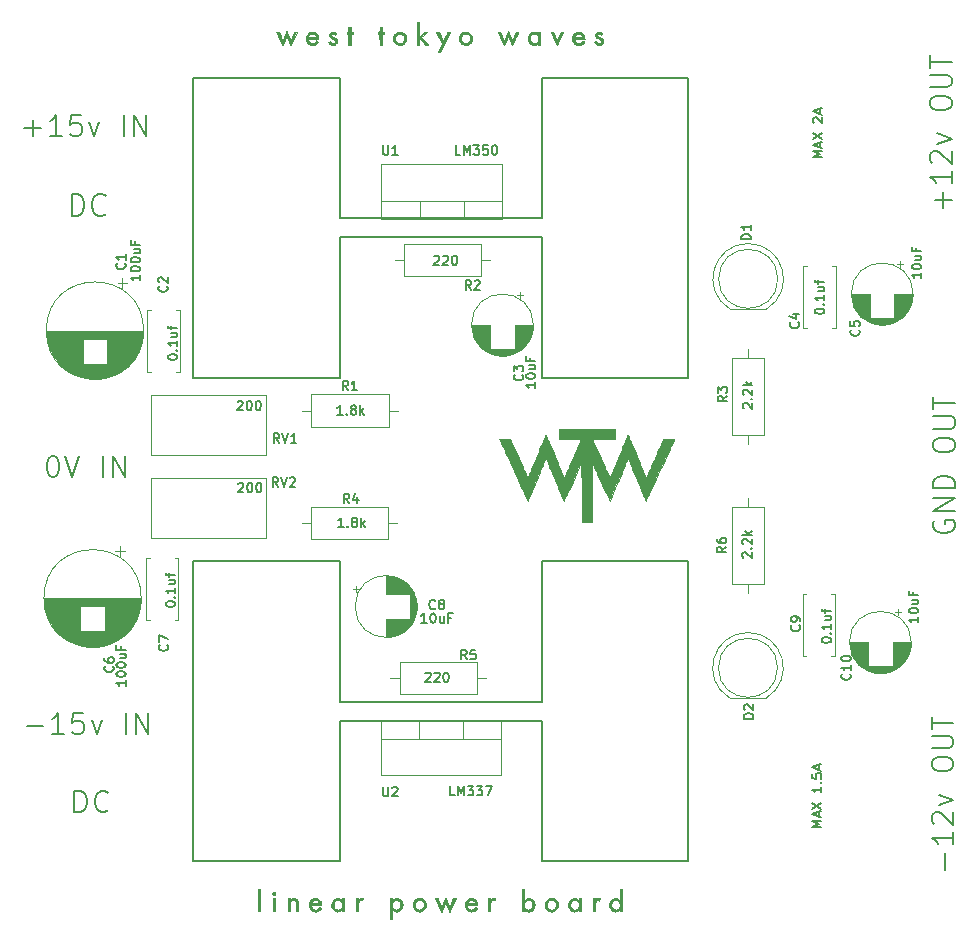
<source format=gbr>
G04 #@! TF.GenerationSoftware,KiCad,Pcbnew,(5.1.4)-1*
G04 #@! TF.CreationDate,2020-05-14T10:00:22+09:00*
G04 #@! TF.ProjectId,linearpowerboard,6c696e65-6172-4706-9f77-6572626f6172,2.1*
G04 #@! TF.SameCoordinates,Original*
G04 #@! TF.FileFunction,Legend,Top*
G04 #@! TF.FilePolarity,Positive*
%FSLAX46Y46*%
G04 Gerber Fmt 4.6, Leading zero omitted, Abs format (unit mm)*
G04 Created by KiCad (PCBNEW (5.1.4)-1) date 2020-05-14 10:00:22*
%MOMM*%
%LPD*%
G04 APERTURE LIST*
%ADD10C,0.200000*%
%ADD11C,0.150000*%
%ADD12C,0.120000*%
%ADD13C,0.010000*%
%ADD14C,0.127000*%
G04 APERTURE END LIST*
D10*
X153668571Y-120484285D02*
X153668571Y-118684285D01*
X154097142Y-118684285D01*
X154354285Y-118770000D01*
X154525714Y-118941428D01*
X154611428Y-119112857D01*
X154697142Y-119455714D01*
X154697142Y-119712857D01*
X154611428Y-120055714D01*
X154525714Y-120227142D01*
X154354285Y-120398571D01*
X154097142Y-120484285D01*
X153668571Y-120484285D01*
X156497142Y-120312857D02*
X156411428Y-120398571D01*
X156154285Y-120484285D01*
X155982857Y-120484285D01*
X155725714Y-120398571D01*
X155554285Y-120227142D01*
X155468571Y-120055714D01*
X155382857Y-119712857D01*
X155382857Y-119455714D01*
X155468571Y-119112857D01*
X155554285Y-118941428D01*
X155725714Y-118770000D01*
X155982857Y-118684285D01*
X156154285Y-118684285D01*
X156411428Y-118770000D01*
X156497142Y-118855714D01*
X153468571Y-69964285D02*
X153468571Y-68164285D01*
X153897142Y-68164285D01*
X154154285Y-68250000D01*
X154325714Y-68421428D01*
X154411428Y-68592857D01*
X154497142Y-68935714D01*
X154497142Y-69192857D01*
X154411428Y-69535714D01*
X154325714Y-69707142D01*
X154154285Y-69878571D01*
X153897142Y-69964285D01*
X153468571Y-69964285D01*
X156297142Y-69792857D02*
X156211428Y-69878571D01*
X155954285Y-69964285D01*
X155782857Y-69964285D01*
X155525714Y-69878571D01*
X155354285Y-69707142D01*
X155268571Y-69535714D01*
X155182857Y-69192857D01*
X155182857Y-68935714D01*
X155268571Y-68592857D01*
X155354285Y-68421428D01*
X155525714Y-68250000D01*
X155782857Y-68164285D01*
X155954285Y-68164285D01*
X156211428Y-68250000D01*
X156297142Y-68335714D01*
D11*
X216981904Y-65029047D02*
X216181904Y-65029047D01*
X216753333Y-64762380D01*
X216181904Y-64495714D01*
X216981904Y-64495714D01*
X216753333Y-64152857D02*
X216753333Y-63771904D01*
X216981904Y-64229047D02*
X216181904Y-63962380D01*
X216981904Y-63695714D01*
X216181904Y-63505238D02*
X216981904Y-62971904D01*
X216181904Y-62971904D02*
X216981904Y-63505238D01*
X216258095Y-62095714D02*
X216220000Y-62057619D01*
X216181904Y-61981428D01*
X216181904Y-61790952D01*
X216220000Y-61714761D01*
X216258095Y-61676666D01*
X216334285Y-61638571D01*
X216410476Y-61638571D01*
X216524761Y-61676666D01*
X216981904Y-62133809D01*
X216981904Y-61638571D01*
X216753333Y-61333809D02*
X216753333Y-60952857D01*
X216981904Y-61410000D02*
X216181904Y-61143333D01*
X216981904Y-60876666D01*
X216911904Y-121720476D02*
X216111904Y-121720476D01*
X216683333Y-121453809D01*
X216111904Y-121187142D01*
X216911904Y-121187142D01*
X216683333Y-120844285D02*
X216683333Y-120463333D01*
X216911904Y-120920476D02*
X216111904Y-120653809D01*
X216911904Y-120387142D01*
X216111904Y-120196666D02*
X216911904Y-119663333D01*
X216111904Y-119663333D02*
X216911904Y-120196666D01*
X216911904Y-118330000D02*
X216911904Y-118787142D01*
X216911904Y-118558571D02*
X216111904Y-118558571D01*
X216226190Y-118634761D01*
X216302380Y-118710952D01*
X216340476Y-118787142D01*
X216835714Y-117987142D02*
X216873809Y-117949047D01*
X216911904Y-117987142D01*
X216873809Y-118025238D01*
X216835714Y-117987142D01*
X216911904Y-117987142D01*
X216111904Y-117225238D02*
X216111904Y-117606190D01*
X216492857Y-117644285D01*
X216454761Y-117606190D01*
X216416666Y-117530000D01*
X216416666Y-117339523D01*
X216454761Y-117263333D01*
X216492857Y-117225238D01*
X216569047Y-117187142D01*
X216759523Y-117187142D01*
X216835714Y-117225238D01*
X216873809Y-117263333D01*
X216911904Y-117339523D01*
X216911904Y-117530000D01*
X216873809Y-117606190D01*
X216835714Y-117644285D01*
X216683333Y-116882380D02*
X216683333Y-116501428D01*
X216911904Y-116958571D02*
X216111904Y-116691904D01*
X216911904Y-116425238D01*
D10*
X227238571Y-69352857D02*
X227238571Y-67981428D01*
X227924285Y-68667142D02*
X226552857Y-68667142D01*
X227924285Y-66181428D02*
X227924285Y-67210000D01*
X227924285Y-66695714D02*
X226124285Y-66695714D01*
X226381428Y-66867142D01*
X226552857Y-67038571D01*
X226638571Y-67210000D01*
X226295714Y-65495714D02*
X226210000Y-65410000D01*
X226124285Y-65238571D01*
X226124285Y-64810000D01*
X226210000Y-64638571D01*
X226295714Y-64552857D01*
X226467142Y-64467142D01*
X226638571Y-64467142D01*
X226895714Y-64552857D01*
X227924285Y-65581428D01*
X227924285Y-64467142D01*
X226724285Y-63867142D02*
X227924285Y-63438571D01*
X226724285Y-63010000D01*
X226124285Y-60610000D02*
X226124285Y-60267142D01*
X226210000Y-60095714D01*
X226381428Y-59924285D01*
X226724285Y-59838571D01*
X227324285Y-59838571D01*
X227667142Y-59924285D01*
X227838571Y-60095714D01*
X227924285Y-60267142D01*
X227924285Y-60610000D01*
X227838571Y-60781428D01*
X227667142Y-60952857D01*
X227324285Y-61038571D01*
X226724285Y-61038571D01*
X226381428Y-60952857D01*
X226210000Y-60781428D01*
X226124285Y-60610000D01*
X226124285Y-59067142D02*
X227581428Y-59067142D01*
X227752857Y-58981428D01*
X227838571Y-58895714D01*
X227924285Y-58724285D01*
X227924285Y-58381428D01*
X227838571Y-58210000D01*
X227752857Y-58124285D01*
X227581428Y-58038571D01*
X226124285Y-58038571D01*
X226124285Y-57438571D02*
X226124285Y-56410000D01*
X227924285Y-56924285D02*
X226124285Y-56924285D01*
X226470000Y-95798571D02*
X226384285Y-95970000D01*
X226384285Y-96227142D01*
X226470000Y-96484285D01*
X226641428Y-96655714D01*
X226812857Y-96741428D01*
X227155714Y-96827142D01*
X227412857Y-96827142D01*
X227755714Y-96741428D01*
X227927142Y-96655714D01*
X228098571Y-96484285D01*
X228184285Y-96227142D01*
X228184285Y-96055714D01*
X228098571Y-95798571D01*
X228012857Y-95712857D01*
X227412857Y-95712857D01*
X227412857Y-96055714D01*
X228184285Y-94941428D02*
X226384285Y-94941428D01*
X228184285Y-93912857D01*
X226384285Y-93912857D01*
X228184285Y-93055714D02*
X226384285Y-93055714D01*
X226384285Y-92627142D01*
X226470000Y-92370000D01*
X226641428Y-92198571D01*
X226812857Y-92112857D01*
X227155714Y-92027142D01*
X227412857Y-92027142D01*
X227755714Y-92112857D01*
X227927142Y-92198571D01*
X228098571Y-92370000D01*
X228184285Y-92627142D01*
X228184285Y-93055714D01*
X226384285Y-89541428D02*
X226384285Y-89198571D01*
X226470000Y-89027142D01*
X226641428Y-88855714D01*
X226984285Y-88770000D01*
X227584285Y-88770000D01*
X227927142Y-88855714D01*
X228098571Y-89027142D01*
X228184285Y-89198571D01*
X228184285Y-89541428D01*
X228098571Y-89712857D01*
X227927142Y-89884285D01*
X227584285Y-89970000D01*
X226984285Y-89970000D01*
X226641428Y-89884285D01*
X226470000Y-89712857D01*
X226384285Y-89541428D01*
X226384285Y-87998571D02*
X227841428Y-87998571D01*
X228012857Y-87912857D01*
X228098571Y-87827142D01*
X228184285Y-87655714D01*
X228184285Y-87312857D01*
X228098571Y-87141428D01*
X228012857Y-87055714D01*
X227841428Y-86970000D01*
X226384285Y-86970000D01*
X226384285Y-86370000D02*
X226384285Y-85341428D01*
X228184285Y-85855714D02*
X226384285Y-85855714D01*
X227358571Y-125342857D02*
X227358571Y-123971428D01*
X228044285Y-122171428D02*
X228044285Y-123200000D01*
X228044285Y-122685714D02*
X226244285Y-122685714D01*
X226501428Y-122857142D01*
X226672857Y-123028571D01*
X226758571Y-123200000D01*
X226415714Y-121485714D02*
X226330000Y-121400000D01*
X226244285Y-121228571D01*
X226244285Y-120800000D01*
X226330000Y-120628571D01*
X226415714Y-120542857D01*
X226587142Y-120457142D01*
X226758571Y-120457142D01*
X227015714Y-120542857D01*
X228044285Y-121571428D01*
X228044285Y-120457142D01*
X226844285Y-119857142D02*
X228044285Y-119428571D01*
X226844285Y-119000000D01*
X226244285Y-116600000D02*
X226244285Y-116257142D01*
X226330000Y-116085714D01*
X226501428Y-115914285D01*
X226844285Y-115828571D01*
X227444285Y-115828571D01*
X227787142Y-115914285D01*
X227958571Y-116085714D01*
X228044285Y-116257142D01*
X228044285Y-116600000D01*
X227958571Y-116771428D01*
X227787142Y-116942857D01*
X227444285Y-117028571D01*
X226844285Y-117028571D01*
X226501428Y-116942857D01*
X226330000Y-116771428D01*
X226244285Y-116600000D01*
X226244285Y-115057142D02*
X227701428Y-115057142D01*
X227872857Y-114971428D01*
X227958571Y-114885714D01*
X228044285Y-114714285D01*
X228044285Y-114371428D01*
X227958571Y-114200000D01*
X227872857Y-114114285D01*
X227701428Y-114028571D01*
X226244285Y-114028571D01*
X226244285Y-113428571D02*
X226244285Y-112400000D01*
X228044285Y-112914285D02*
X226244285Y-112914285D01*
X151765714Y-90304285D02*
X151937142Y-90304285D01*
X152108571Y-90390000D01*
X152194285Y-90475714D01*
X152280000Y-90647142D01*
X152365714Y-90990000D01*
X152365714Y-91418571D01*
X152280000Y-91761428D01*
X152194285Y-91932857D01*
X152108571Y-92018571D01*
X151937142Y-92104285D01*
X151765714Y-92104285D01*
X151594285Y-92018571D01*
X151508571Y-91932857D01*
X151422857Y-91761428D01*
X151337142Y-91418571D01*
X151337142Y-90990000D01*
X151422857Y-90647142D01*
X151508571Y-90475714D01*
X151594285Y-90390000D01*
X151765714Y-90304285D01*
X152880000Y-90304285D02*
X153480000Y-92104285D01*
X154080000Y-90304285D01*
X156051428Y-92104285D02*
X156051428Y-90304285D01*
X156908571Y-92104285D02*
X156908571Y-90304285D01*
X157937142Y-92104285D01*
X157937142Y-90304285D01*
X149437142Y-62568571D02*
X150808571Y-62568571D01*
X150122857Y-63254285D02*
X150122857Y-61882857D01*
X152608571Y-63254285D02*
X151580000Y-63254285D01*
X152094285Y-63254285D02*
X152094285Y-61454285D01*
X151922857Y-61711428D01*
X151751428Y-61882857D01*
X151580000Y-61968571D01*
X154237142Y-61454285D02*
X153380000Y-61454285D01*
X153294285Y-62311428D01*
X153380000Y-62225714D01*
X153551428Y-62140000D01*
X153980000Y-62140000D01*
X154151428Y-62225714D01*
X154237142Y-62311428D01*
X154322857Y-62482857D01*
X154322857Y-62911428D01*
X154237142Y-63082857D01*
X154151428Y-63168571D01*
X153980000Y-63254285D01*
X153551428Y-63254285D01*
X153380000Y-63168571D01*
X153294285Y-63082857D01*
X154922857Y-62054285D02*
X155351428Y-63254285D01*
X155780000Y-62054285D01*
X157837142Y-63254285D02*
X157837142Y-61454285D01*
X158694285Y-63254285D02*
X158694285Y-61454285D01*
X159722857Y-63254285D01*
X159722857Y-61454285D01*
X149627142Y-113198571D02*
X150998571Y-113198571D01*
X152798571Y-113884285D02*
X151770000Y-113884285D01*
X152284285Y-113884285D02*
X152284285Y-112084285D01*
X152112857Y-112341428D01*
X151941428Y-112512857D01*
X151770000Y-112598571D01*
X154427142Y-112084285D02*
X153570000Y-112084285D01*
X153484285Y-112941428D01*
X153570000Y-112855714D01*
X153741428Y-112770000D01*
X154170000Y-112770000D01*
X154341428Y-112855714D01*
X154427142Y-112941428D01*
X154512857Y-113112857D01*
X154512857Y-113541428D01*
X154427142Y-113712857D01*
X154341428Y-113798571D01*
X154170000Y-113884285D01*
X153741428Y-113884285D01*
X153570000Y-113798571D01*
X153484285Y-113712857D01*
X155112857Y-112684285D02*
X155541428Y-113884285D01*
X155970000Y-112684285D01*
X158027142Y-113884285D02*
X158027142Y-112084285D01*
X158884285Y-113884285D02*
X158884285Y-112084285D01*
X159912857Y-113884285D01*
X159912857Y-112084285D01*
D12*
X192520000Y-79230000D02*
G75*
G03X192520000Y-79230000I-2620000J0D01*
G01*
X188860000Y-79230000D02*
X187320000Y-79230000D01*
X192480000Y-79230000D02*
X190940000Y-79230000D01*
X188860000Y-79270000D02*
X187320000Y-79270000D01*
X192480000Y-79270000D02*
X190940000Y-79270000D01*
X192479000Y-79310000D02*
X190940000Y-79310000D01*
X188860000Y-79310000D02*
X187321000Y-79310000D01*
X192478000Y-79350000D02*
X190940000Y-79350000D01*
X188860000Y-79350000D02*
X187322000Y-79350000D01*
X192476000Y-79390000D02*
X190940000Y-79390000D01*
X188860000Y-79390000D02*
X187324000Y-79390000D01*
X192473000Y-79430000D02*
X190940000Y-79430000D01*
X188860000Y-79430000D02*
X187327000Y-79430000D01*
X192469000Y-79470000D02*
X190940000Y-79470000D01*
X188860000Y-79470000D02*
X187331000Y-79470000D01*
X192465000Y-79510000D02*
X190940000Y-79510000D01*
X188860000Y-79510000D02*
X187335000Y-79510000D01*
X192461000Y-79550000D02*
X190940000Y-79550000D01*
X188860000Y-79550000D02*
X187339000Y-79550000D01*
X192456000Y-79590000D02*
X190940000Y-79590000D01*
X188860000Y-79590000D02*
X187344000Y-79590000D01*
X192450000Y-79630000D02*
X190940000Y-79630000D01*
X188860000Y-79630000D02*
X187350000Y-79630000D01*
X192443000Y-79670000D02*
X190940000Y-79670000D01*
X188860000Y-79670000D02*
X187357000Y-79670000D01*
X192436000Y-79710000D02*
X190940000Y-79710000D01*
X188860000Y-79710000D02*
X187364000Y-79710000D01*
X192428000Y-79750000D02*
X190940000Y-79750000D01*
X188860000Y-79750000D02*
X187372000Y-79750000D01*
X192420000Y-79790000D02*
X190940000Y-79790000D01*
X188860000Y-79790000D02*
X187380000Y-79790000D01*
X192411000Y-79830000D02*
X190940000Y-79830000D01*
X188860000Y-79830000D02*
X187389000Y-79830000D01*
X192401000Y-79870000D02*
X190940000Y-79870000D01*
X188860000Y-79870000D02*
X187399000Y-79870000D01*
X192391000Y-79910000D02*
X190940000Y-79910000D01*
X188860000Y-79910000D02*
X187409000Y-79910000D01*
X192380000Y-79951000D02*
X190940000Y-79951000D01*
X188860000Y-79951000D02*
X187420000Y-79951000D01*
X192368000Y-79991000D02*
X190940000Y-79991000D01*
X188860000Y-79991000D02*
X187432000Y-79991000D01*
X192355000Y-80031000D02*
X190940000Y-80031000D01*
X188860000Y-80031000D02*
X187445000Y-80031000D01*
X192342000Y-80071000D02*
X190940000Y-80071000D01*
X188860000Y-80071000D02*
X187458000Y-80071000D01*
X192328000Y-80111000D02*
X190940000Y-80111000D01*
X188860000Y-80111000D02*
X187472000Y-80111000D01*
X192314000Y-80151000D02*
X190940000Y-80151000D01*
X188860000Y-80151000D02*
X187486000Y-80151000D01*
X192298000Y-80191000D02*
X190940000Y-80191000D01*
X188860000Y-80191000D02*
X187502000Y-80191000D01*
X192282000Y-80231000D02*
X190940000Y-80231000D01*
X188860000Y-80231000D02*
X187518000Y-80231000D01*
X192265000Y-80271000D02*
X190940000Y-80271000D01*
X188860000Y-80271000D02*
X187535000Y-80271000D01*
X192248000Y-80311000D02*
X190940000Y-80311000D01*
X188860000Y-80311000D02*
X187552000Y-80311000D01*
X192229000Y-80351000D02*
X190940000Y-80351000D01*
X188860000Y-80351000D02*
X187571000Y-80351000D01*
X192210000Y-80391000D02*
X190940000Y-80391000D01*
X188860000Y-80391000D02*
X187590000Y-80391000D01*
X192190000Y-80431000D02*
X190940000Y-80431000D01*
X188860000Y-80431000D02*
X187610000Y-80431000D01*
X192168000Y-80471000D02*
X190940000Y-80471000D01*
X188860000Y-80471000D02*
X187632000Y-80471000D01*
X192147000Y-80511000D02*
X190940000Y-80511000D01*
X188860000Y-80511000D02*
X187653000Y-80511000D01*
X192124000Y-80551000D02*
X190940000Y-80551000D01*
X188860000Y-80551000D02*
X187676000Y-80551000D01*
X192100000Y-80591000D02*
X190940000Y-80591000D01*
X188860000Y-80591000D02*
X187700000Y-80591000D01*
X192075000Y-80631000D02*
X190940000Y-80631000D01*
X188860000Y-80631000D02*
X187725000Y-80631000D01*
X192049000Y-80671000D02*
X190940000Y-80671000D01*
X188860000Y-80671000D02*
X187751000Y-80671000D01*
X192022000Y-80711000D02*
X190940000Y-80711000D01*
X188860000Y-80711000D02*
X187778000Y-80711000D01*
X191995000Y-80751000D02*
X190940000Y-80751000D01*
X188860000Y-80751000D02*
X187805000Y-80751000D01*
X191965000Y-80791000D02*
X190940000Y-80791000D01*
X188860000Y-80791000D02*
X187835000Y-80791000D01*
X191935000Y-80831000D02*
X190940000Y-80831000D01*
X188860000Y-80831000D02*
X187865000Y-80831000D01*
X191904000Y-80871000D02*
X190940000Y-80871000D01*
X188860000Y-80871000D02*
X187896000Y-80871000D01*
X191871000Y-80911000D02*
X190940000Y-80911000D01*
X188860000Y-80911000D02*
X187929000Y-80911000D01*
X191837000Y-80951000D02*
X190940000Y-80951000D01*
X188860000Y-80951000D02*
X187963000Y-80951000D01*
X191801000Y-80991000D02*
X190940000Y-80991000D01*
X188860000Y-80991000D02*
X187999000Y-80991000D01*
X191764000Y-81031000D02*
X190940000Y-81031000D01*
X188860000Y-81031000D02*
X188036000Y-81031000D01*
X191726000Y-81071000D02*
X190940000Y-81071000D01*
X188860000Y-81071000D02*
X188074000Y-81071000D01*
X191685000Y-81111000D02*
X190940000Y-81111000D01*
X188860000Y-81111000D02*
X188115000Y-81111000D01*
X191643000Y-81151000D02*
X190940000Y-81151000D01*
X188860000Y-81151000D02*
X188157000Y-81151000D01*
X191599000Y-81191000D02*
X190940000Y-81191000D01*
X188860000Y-81191000D02*
X188201000Y-81191000D01*
X191553000Y-81231000D02*
X190940000Y-81231000D01*
X188860000Y-81231000D02*
X188247000Y-81231000D01*
X191505000Y-81271000D02*
X188295000Y-81271000D01*
X191454000Y-81311000D02*
X188346000Y-81311000D01*
X191400000Y-81351000D02*
X188400000Y-81351000D01*
X191343000Y-81391000D02*
X188457000Y-81391000D01*
X191283000Y-81431000D02*
X188517000Y-81431000D01*
X191219000Y-81471000D02*
X188581000Y-81471000D01*
X191151000Y-81511000D02*
X188649000Y-81511000D01*
X191078000Y-81551000D02*
X188722000Y-81551000D01*
X190998000Y-81591000D02*
X188802000Y-81591000D01*
X190911000Y-81631000D02*
X188889000Y-81631000D01*
X190815000Y-81671000D02*
X188985000Y-81671000D01*
X190705000Y-81711000D02*
X189095000Y-81711000D01*
X190577000Y-81751000D02*
X189223000Y-81751000D01*
X190418000Y-81791000D02*
X189382000Y-81791000D01*
X190184000Y-81831000D02*
X189616000Y-81831000D01*
X191375000Y-76425225D02*
X191375000Y-76925225D01*
X191625000Y-76675225D02*
X191125000Y-76675225D01*
X181030000Y-86470000D02*
X180260000Y-86470000D01*
X172950000Y-86470000D02*
X173720000Y-86470000D01*
X180260000Y-85100000D02*
X173720000Y-85100000D01*
X180260000Y-87840000D02*
X180260000Y-85100000D01*
X173720000Y-87840000D02*
X180260000Y-87840000D01*
X173720000Y-85100000D02*
X173720000Y-87840000D01*
X180770000Y-73730000D02*
X181540000Y-73730000D01*
X188850000Y-73730000D02*
X188080000Y-73730000D01*
X181540000Y-75100000D02*
X188080000Y-75100000D01*
X181540000Y-72360000D02*
X181540000Y-75100000D01*
X188080000Y-72360000D02*
X181540000Y-72360000D01*
X188080000Y-75100000D02*
X188080000Y-72360000D01*
X210700000Y-89320000D02*
X210700000Y-88550000D01*
X210700000Y-81240000D02*
X210700000Y-82010000D01*
X212070000Y-88550000D02*
X212070000Y-82010000D01*
X209330000Y-88550000D02*
X212070000Y-88550000D01*
X209330000Y-82010000D02*
X209330000Y-88550000D01*
X212070000Y-82010000D02*
X209330000Y-82010000D01*
X172910000Y-96000000D02*
X173680000Y-96000000D01*
X180990000Y-96000000D02*
X180220000Y-96000000D01*
X173680000Y-97370000D02*
X180220000Y-97370000D01*
X173680000Y-94630000D02*
X173680000Y-97370000D01*
X180220000Y-94630000D02*
X173680000Y-94630000D01*
X180220000Y-97370000D02*
X180220000Y-94630000D01*
X188500000Y-109130000D02*
X187730000Y-109130000D01*
X180420000Y-109130000D02*
X181190000Y-109130000D01*
X187730000Y-107760000D02*
X181190000Y-107760000D01*
X187730000Y-110500000D02*
X187730000Y-107760000D01*
X181190000Y-110500000D02*
X187730000Y-110500000D01*
X181190000Y-107760000D02*
X181190000Y-110500000D01*
X210710000Y-101930000D02*
X210710000Y-101160000D01*
X210710000Y-93850000D02*
X210710000Y-94620000D01*
X212080000Y-101160000D02*
X212080000Y-94620000D01*
X209340000Y-101160000D02*
X212080000Y-101160000D01*
X209340000Y-94620000D02*
X209340000Y-101160000D01*
X212080000Y-94620000D02*
X209340000Y-94620000D01*
D13*
G36*
X199405273Y-88861047D02*
G01*
X198465212Y-88864001D01*
X197525152Y-88866955D01*
X198249203Y-90521899D01*
X198330376Y-90707317D01*
X198409101Y-90886921D01*
X198484877Y-91059575D01*
X198557203Y-91224144D01*
X198625576Y-91379495D01*
X198689494Y-91524493D01*
X198748456Y-91658004D01*
X198801960Y-91778892D01*
X198849504Y-91886024D01*
X198890586Y-91978265D01*
X198924705Y-92054481D01*
X198951358Y-92113537D01*
X198970044Y-92154298D01*
X198980261Y-92175631D01*
X198982070Y-92178672D01*
X198987340Y-92168373D01*
X199000941Y-92137809D01*
X199022418Y-92088065D01*
X199051316Y-92020231D01*
X199087181Y-91935394D01*
X199129559Y-91834641D01*
X199177995Y-91719062D01*
X199232034Y-91589743D01*
X199291222Y-91447773D01*
X199355105Y-91294240D01*
X199423229Y-91130231D01*
X199495138Y-90956834D01*
X199570378Y-90775138D01*
X199648495Y-90586229D01*
X199729034Y-90391197D01*
X199749374Y-90341901D01*
X199830429Y-90145503D01*
X199909140Y-89954943D01*
X199985056Y-89771308D01*
X200057724Y-89595688D01*
X200126691Y-89429171D01*
X200191504Y-89272846D01*
X200251710Y-89127802D01*
X200306858Y-88995128D01*
X200356493Y-88875913D01*
X200400165Y-88771246D01*
X200437419Y-88682215D01*
X200467804Y-88609909D01*
X200490865Y-88555418D01*
X200506152Y-88519830D01*
X200513211Y-88504234D01*
X200513636Y-88503586D01*
X200518604Y-88514101D01*
X200531954Y-88544861D01*
X200553233Y-88594777D01*
X200581983Y-88662760D01*
X200617752Y-88747722D01*
X200660082Y-88848573D01*
X200708521Y-88964227D01*
X200762612Y-89093594D01*
X200821900Y-89235585D01*
X200885930Y-89389113D01*
X200954248Y-89553088D01*
X201026399Y-89726423D01*
X201101926Y-89908028D01*
X201180376Y-90096816D01*
X201261293Y-90291698D01*
X201281525Y-90340449D01*
X201363009Y-90536699D01*
X201442171Y-90727137D01*
X201518555Y-90910673D01*
X201591704Y-91086218D01*
X201661161Y-91252681D01*
X201726467Y-91408974D01*
X201787167Y-91554005D01*
X201842804Y-91686686D01*
X201892919Y-91805926D01*
X201937057Y-91910636D01*
X201974759Y-91999726D01*
X202005569Y-92072106D01*
X202029030Y-92126686D01*
X202044684Y-92162376D01*
X202052075Y-92178087D01*
X202052572Y-92178764D01*
X202058146Y-92168580D01*
X202072499Y-92138385D01*
X202095126Y-92089314D01*
X202125521Y-92022498D01*
X202163178Y-91939071D01*
X202207591Y-91840164D01*
X202258257Y-91726911D01*
X202314667Y-91600444D01*
X202376319Y-91461895D01*
X202442705Y-91312397D01*
X202513320Y-91153083D01*
X202587659Y-90985086D01*
X202665216Y-90809537D01*
X202745485Y-90627569D01*
X202786502Y-90534482D01*
X202868004Y-90349475D01*
X202947037Y-90170144D01*
X203023092Y-89997635D01*
X203095664Y-89833094D01*
X203164246Y-89677667D01*
X203228332Y-89532501D01*
X203287414Y-89398741D01*
X203340987Y-89277533D01*
X203388545Y-89170024D01*
X203429580Y-89077360D01*
X203463586Y-89000687D01*
X203490057Y-88941151D01*
X203508486Y-88899898D01*
X203518366Y-88878074D01*
X203519932Y-88874823D01*
X203532910Y-88871673D01*
X203565760Y-88868896D01*
X203615530Y-88866499D01*
X203679269Y-88864492D01*
X203754029Y-88862881D01*
X203836858Y-88861676D01*
X203924806Y-88860884D01*
X204014923Y-88860514D01*
X204104259Y-88860573D01*
X204189863Y-88861071D01*
X204268785Y-88862015D01*
X204338074Y-88863413D01*
X204394782Y-88865275D01*
X204435956Y-88867607D01*
X204458648Y-88870418D01*
X204462182Y-88872204D01*
X204457411Y-88883177D01*
X204443433Y-88914018D01*
X204420750Y-88963642D01*
X204389862Y-89030968D01*
X204351270Y-89114911D01*
X204305475Y-89214388D01*
X204252980Y-89328316D01*
X204194284Y-89455612D01*
X204129890Y-89595192D01*
X204060297Y-89745973D01*
X203986008Y-89906872D01*
X203907523Y-90076805D01*
X203825344Y-90254688D01*
X203739972Y-90439440D01*
X203651908Y-90629975D01*
X203561653Y-90825212D01*
X203469708Y-91024066D01*
X203376575Y-91225454D01*
X203282754Y-91428293D01*
X203188747Y-91631500D01*
X203095055Y-91833991D01*
X203002179Y-92034683D01*
X202910620Y-92232492D01*
X202820880Y-92426336D01*
X202733459Y-92615131D01*
X202648859Y-92797793D01*
X202567580Y-92973239D01*
X202490125Y-93140387D01*
X202416993Y-93298152D01*
X202348687Y-93445451D01*
X202285708Y-93581201D01*
X202228556Y-93704319D01*
X202177733Y-93813720D01*
X202133739Y-93908323D01*
X202097077Y-93987043D01*
X202068247Y-94048798D01*
X202047751Y-94092504D01*
X202036089Y-94117077D01*
X202033460Y-94122306D01*
X202028892Y-94112056D01*
X202015943Y-94081563D01*
X201995068Y-94031916D01*
X201966720Y-93964207D01*
X201931352Y-93879527D01*
X201889419Y-93778965D01*
X201841375Y-93663612D01*
X201787673Y-93534559D01*
X201728766Y-93392896D01*
X201665110Y-93239714D01*
X201597157Y-93076103D01*
X201525361Y-92903155D01*
X201450176Y-92721959D01*
X201372056Y-92533606D01*
X201291454Y-92339187D01*
X201275631Y-92301010D01*
X201194555Y-92105489D01*
X201115818Y-91915802D01*
X201039876Y-91733043D01*
X200967186Y-91558302D01*
X200898206Y-91392674D01*
X200833393Y-91237251D01*
X200773204Y-91093125D01*
X200718096Y-90961388D01*
X200668526Y-90843135D01*
X200624951Y-90739456D01*
X200587829Y-90651445D01*
X200557616Y-90580194D01*
X200534771Y-90526796D01*
X200519749Y-90492343D01*
X200513008Y-90477929D01*
X200512701Y-90477545D01*
X200507646Y-90488053D01*
X200494175Y-90518930D01*
X200472692Y-90569203D01*
X200443601Y-90637902D01*
X200407306Y-90724055D01*
X200364212Y-90826692D01*
X200314723Y-90944840D01*
X200259244Y-91077529D01*
X200198179Y-91223786D01*
X200131931Y-91382642D01*
X200060907Y-91553124D01*
X199985509Y-91734261D01*
X199906143Y-91925082D01*
X199823212Y-92124615D01*
X199737121Y-92331890D01*
X199648274Y-92545934D01*
X199557076Y-92765777D01*
X199463931Y-92990448D01*
X199369244Y-93218974D01*
X199273418Y-93450384D01*
X199176858Y-93683708D01*
X199079969Y-93917974D01*
X199006877Y-94094802D01*
X199004663Y-94098282D01*
X199001503Y-94098921D01*
X198996938Y-94095760D01*
X198990511Y-94087841D01*
X198981763Y-94074204D01*
X198970236Y-94053889D01*
X198955473Y-94025938D01*
X198937016Y-93989392D01*
X198914407Y-93943291D01*
X198887187Y-93886676D01*
X198854899Y-93818587D01*
X198817085Y-93738067D01*
X198773286Y-93644155D01*
X198723046Y-93535893D01*
X198665906Y-93412321D01*
X198601408Y-93272480D01*
X198529094Y-93115410D01*
X198448506Y-92940154D01*
X198359186Y-92745751D01*
X198268239Y-92547711D01*
X198184868Y-92366188D01*
X198103781Y-92189727D01*
X198025534Y-92019535D01*
X197950685Y-91856821D01*
X197879790Y-91702790D01*
X197813406Y-91558651D01*
X197752090Y-91425610D01*
X197696398Y-91304876D01*
X197646886Y-91197656D01*
X197604113Y-91105156D01*
X197568634Y-91028585D01*
X197541006Y-90969150D01*
X197521786Y-90928058D01*
X197511531Y-90906516D01*
X197510640Y-90904727D01*
X197478292Y-90841227D01*
X197477182Y-95938545D01*
X196599779Y-95938545D01*
X196596867Y-93402478D01*
X196593954Y-90866411D01*
X195845497Y-92481728D01*
X195760966Y-92664105D01*
X195679023Y-92840784D01*
X195600200Y-93010627D01*
X195525025Y-93172498D01*
X195454028Y-93325259D01*
X195387739Y-93467774D01*
X195326687Y-93598905D01*
X195271403Y-93717515D01*
X195222417Y-93822468D01*
X195180258Y-93912627D01*
X195145455Y-93986854D01*
X195118539Y-94044012D01*
X195100039Y-94082964D01*
X195090486Y-94102575D01*
X195089270Y-94104768D01*
X195084096Y-94095116D01*
X195070568Y-94065207D01*
X195049142Y-94016129D01*
X195020274Y-93948967D01*
X194984421Y-93864809D01*
X194942041Y-93764741D01*
X194893589Y-93649851D01*
X194839522Y-93521224D01*
X194780298Y-93379949D01*
X194716372Y-93227112D01*
X194648201Y-93063799D01*
X194576243Y-92891097D01*
X194500954Y-92710093D01*
X194422790Y-92521875D01*
X194342208Y-92327528D01*
X194326203Y-92288892D01*
X194245201Y-92093490D01*
X194166518Y-91904018D01*
X194090611Y-91721561D01*
X194017936Y-91547206D01*
X193948953Y-91382037D01*
X193884116Y-91227141D01*
X193823884Y-91083603D01*
X193768714Y-90952510D01*
X193719063Y-90834948D01*
X193675387Y-90732002D01*
X193638145Y-90644759D01*
X193607792Y-90574303D01*
X193584788Y-90521721D01*
X193569587Y-90488099D01*
X193562648Y-90474523D01*
X193562296Y-90474306D01*
X193557015Y-90485778D01*
X193543373Y-90517478D01*
X193521830Y-90568296D01*
X193492852Y-90637120D01*
X193456899Y-90722841D01*
X193414435Y-90824349D01*
X193365924Y-90940532D01*
X193311828Y-91070281D01*
X193252609Y-91212486D01*
X193188732Y-91366036D01*
X193120658Y-91529820D01*
X193048850Y-91702730D01*
X192973772Y-91883653D01*
X192895887Y-92071481D01*
X192815657Y-92265102D01*
X192812442Y-92272864D01*
X192732019Y-92466985D01*
X192653874Y-92655538D01*
X192578472Y-92837397D01*
X192506282Y-93011439D01*
X192437771Y-93176539D01*
X192373405Y-93331573D01*
X192313652Y-93475417D01*
X192258980Y-93606946D01*
X192209856Y-93725037D01*
X192166747Y-93828565D01*
X192130121Y-93916405D01*
X192100444Y-93987434D01*
X192078184Y-94040528D01*
X192063809Y-94074561D01*
X192057785Y-94088411D01*
X192057747Y-94088487D01*
X192055603Y-94089713D01*
X192051911Y-94087142D01*
X192046324Y-94080036D01*
X192038494Y-94067655D01*
X192028076Y-94049260D01*
X192014722Y-94024114D01*
X191998086Y-93991476D01*
X191977821Y-93950608D01*
X191953579Y-93900772D01*
X191925015Y-93841228D01*
X191891782Y-93771238D01*
X191853532Y-93690063D01*
X191809919Y-93596963D01*
X191760596Y-93491201D01*
X191705216Y-93372038D01*
X191643434Y-93238734D01*
X191574901Y-93090551D01*
X191499271Y-92926749D01*
X191416197Y-92746591D01*
X191325333Y-92549337D01*
X191226331Y-92334249D01*
X191118846Y-92100587D01*
X191002530Y-91847614D01*
X190877036Y-91574589D01*
X190841056Y-91496300D01*
X190734005Y-91263321D01*
X190629507Y-91035833D01*
X190527970Y-90814728D01*
X190429804Y-90600899D01*
X190335418Y-90395239D01*
X190245221Y-90198639D01*
X190159621Y-90011994D01*
X190079027Y-89836195D01*
X190003849Y-89672135D01*
X189934495Y-89520707D01*
X189871374Y-89382804D01*
X189814895Y-89259318D01*
X189765467Y-89151141D01*
X189723500Y-89059168D01*
X189689401Y-88984290D01*
X189663580Y-88927400D01*
X189646446Y-88889390D01*
X189638407Y-88871154D01*
X189637818Y-88869608D01*
X189648960Y-88867787D01*
X189680771Y-88866101D01*
X189730831Y-88864594D01*
X189796719Y-88863308D01*
X189876013Y-88862288D01*
X189966293Y-88861577D01*
X190065136Y-88861217D01*
X190108412Y-88861182D01*
X190579005Y-88861182D01*
X191306024Y-90523379D01*
X191387297Y-90709039D01*
X191466109Y-90888771D01*
X191541961Y-91061453D01*
X191614355Y-91225961D01*
X191682793Y-91381173D01*
X191746774Y-91525964D01*
X191805802Y-91659213D01*
X191859377Y-91779796D01*
X191907000Y-91886589D01*
X191948173Y-91978470D01*
X191982397Y-92054315D01*
X192009173Y-92113002D01*
X192028004Y-92153407D01*
X192038389Y-92174407D01*
X192040339Y-92177265D01*
X192045448Y-92165869D01*
X192058890Y-92134218D01*
X192080208Y-92083411D01*
X192108949Y-92014545D01*
X192144657Y-91928719D01*
X192186878Y-91827031D01*
X192235157Y-91710581D01*
X192289039Y-91580467D01*
X192348069Y-91437786D01*
X192411792Y-91283638D01*
X192479753Y-91119121D01*
X192551498Y-90945334D01*
X192626572Y-90763374D01*
X192704519Y-90574341D01*
X192784886Y-90379333D01*
X192801503Y-90339000D01*
X192882303Y-90142914D01*
X192960772Y-89952581D01*
X193036456Y-89769099D01*
X193108900Y-89593567D01*
X193177650Y-89427083D01*
X193242251Y-89270746D01*
X193302248Y-89125653D01*
X193357187Y-88992902D01*
X193406613Y-88873593D01*
X193450072Y-88768824D01*
X193487109Y-88679693D01*
X193517269Y-88607298D01*
X193540099Y-88552737D01*
X193555142Y-88517110D01*
X193561946Y-88501513D01*
X193562280Y-88500891D01*
X193567368Y-88510498D01*
X193580837Y-88540360D01*
X193602233Y-88589397D01*
X193631102Y-88656531D01*
X193666989Y-88740682D01*
X193709440Y-88840772D01*
X193758002Y-88955721D01*
X193812219Y-89084450D01*
X193871637Y-89225881D01*
X193935802Y-89378934D01*
X194004261Y-89542530D01*
X194076558Y-89715590D01*
X194152239Y-89897035D01*
X194230850Y-90085787D01*
X194311937Y-90280765D01*
X194336221Y-90339212D01*
X194417952Y-90535850D01*
X194497330Y-90726601D01*
X194573901Y-90910385D01*
X194647212Y-91086122D01*
X194716807Y-91252731D01*
X194782234Y-91409131D01*
X194843039Y-91554242D01*
X194898768Y-91686983D01*
X194948967Y-91806273D01*
X194993182Y-91911032D01*
X195030960Y-92000178D01*
X195061846Y-92072633D01*
X195085386Y-92127314D01*
X195101128Y-92163141D01*
X195108617Y-92179033D01*
X195109182Y-92179757D01*
X195114422Y-92168706D01*
X195128459Y-92137655D01*
X195150792Y-92087743D01*
X195180916Y-92020105D01*
X195218329Y-91935877D01*
X195262528Y-91836197D01*
X195313010Y-91722201D01*
X195369273Y-91595025D01*
X195430813Y-91455806D01*
X195497127Y-91305680D01*
X195567713Y-91145784D01*
X195642068Y-90977254D01*
X195719689Y-90801226D01*
X195800072Y-90618838D01*
X195843444Y-90520390D01*
X196571775Y-88866955D01*
X194694727Y-88861047D01*
X194694727Y-88041455D01*
X199405273Y-88041455D01*
X199405273Y-88861047D01*
X199405273Y-88861047D01*
G37*
X199405273Y-88861047D02*
X198465212Y-88864001D01*
X197525152Y-88866955D01*
X198249203Y-90521899D01*
X198330376Y-90707317D01*
X198409101Y-90886921D01*
X198484877Y-91059575D01*
X198557203Y-91224144D01*
X198625576Y-91379495D01*
X198689494Y-91524493D01*
X198748456Y-91658004D01*
X198801960Y-91778892D01*
X198849504Y-91886024D01*
X198890586Y-91978265D01*
X198924705Y-92054481D01*
X198951358Y-92113537D01*
X198970044Y-92154298D01*
X198980261Y-92175631D01*
X198982070Y-92178672D01*
X198987340Y-92168373D01*
X199000941Y-92137809D01*
X199022418Y-92088065D01*
X199051316Y-92020231D01*
X199087181Y-91935394D01*
X199129559Y-91834641D01*
X199177995Y-91719062D01*
X199232034Y-91589743D01*
X199291222Y-91447773D01*
X199355105Y-91294240D01*
X199423229Y-91130231D01*
X199495138Y-90956834D01*
X199570378Y-90775138D01*
X199648495Y-90586229D01*
X199729034Y-90391197D01*
X199749374Y-90341901D01*
X199830429Y-90145503D01*
X199909140Y-89954943D01*
X199985056Y-89771308D01*
X200057724Y-89595688D01*
X200126691Y-89429171D01*
X200191504Y-89272846D01*
X200251710Y-89127802D01*
X200306858Y-88995128D01*
X200356493Y-88875913D01*
X200400165Y-88771246D01*
X200437419Y-88682215D01*
X200467804Y-88609909D01*
X200490865Y-88555418D01*
X200506152Y-88519830D01*
X200513211Y-88504234D01*
X200513636Y-88503586D01*
X200518604Y-88514101D01*
X200531954Y-88544861D01*
X200553233Y-88594777D01*
X200581983Y-88662760D01*
X200617752Y-88747722D01*
X200660082Y-88848573D01*
X200708521Y-88964227D01*
X200762612Y-89093594D01*
X200821900Y-89235585D01*
X200885930Y-89389113D01*
X200954248Y-89553088D01*
X201026399Y-89726423D01*
X201101926Y-89908028D01*
X201180376Y-90096816D01*
X201261293Y-90291698D01*
X201281525Y-90340449D01*
X201363009Y-90536699D01*
X201442171Y-90727137D01*
X201518555Y-90910673D01*
X201591704Y-91086218D01*
X201661161Y-91252681D01*
X201726467Y-91408974D01*
X201787167Y-91554005D01*
X201842804Y-91686686D01*
X201892919Y-91805926D01*
X201937057Y-91910636D01*
X201974759Y-91999726D01*
X202005569Y-92072106D01*
X202029030Y-92126686D01*
X202044684Y-92162376D01*
X202052075Y-92178087D01*
X202052572Y-92178764D01*
X202058146Y-92168580D01*
X202072499Y-92138385D01*
X202095126Y-92089314D01*
X202125521Y-92022498D01*
X202163178Y-91939071D01*
X202207591Y-91840164D01*
X202258257Y-91726911D01*
X202314667Y-91600444D01*
X202376319Y-91461895D01*
X202442705Y-91312397D01*
X202513320Y-91153083D01*
X202587659Y-90985086D01*
X202665216Y-90809537D01*
X202745485Y-90627569D01*
X202786502Y-90534482D01*
X202868004Y-90349475D01*
X202947037Y-90170144D01*
X203023092Y-89997635D01*
X203095664Y-89833094D01*
X203164246Y-89677667D01*
X203228332Y-89532501D01*
X203287414Y-89398741D01*
X203340987Y-89277533D01*
X203388545Y-89170024D01*
X203429580Y-89077360D01*
X203463586Y-89000687D01*
X203490057Y-88941151D01*
X203508486Y-88899898D01*
X203518366Y-88878074D01*
X203519932Y-88874823D01*
X203532910Y-88871673D01*
X203565760Y-88868896D01*
X203615530Y-88866499D01*
X203679269Y-88864492D01*
X203754029Y-88862881D01*
X203836858Y-88861676D01*
X203924806Y-88860884D01*
X204014923Y-88860514D01*
X204104259Y-88860573D01*
X204189863Y-88861071D01*
X204268785Y-88862015D01*
X204338074Y-88863413D01*
X204394782Y-88865275D01*
X204435956Y-88867607D01*
X204458648Y-88870418D01*
X204462182Y-88872204D01*
X204457411Y-88883177D01*
X204443433Y-88914018D01*
X204420750Y-88963642D01*
X204389862Y-89030968D01*
X204351270Y-89114911D01*
X204305475Y-89214388D01*
X204252980Y-89328316D01*
X204194284Y-89455612D01*
X204129890Y-89595192D01*
X204060297Y-89745973D01*
X203986008Y-89906872D01*
X203907523Y-90076805D01*
X203825344Y-90254688D01*
X203739972Y-90439440D01*
X203651908Y-90629975D01*
X203561653Y-90825212D01*
X203469708Y-91024066D01*
X203376575Y-91225454D01*
X203282754Y-91428293D01*
X203188747Y-91631500D01*
X203095055Y-91833991D01*
X203002179Y-92034683D01*
X202910620Y-92232492D01*
X202820880Y-92426336D01*
X202733459Y-92615131D01*
X202648859Y-92797793D01*
X202567580Y-92973239D01*
X202490125Y-93140387D01*
X202416993Y-93298152D01*
X202348687Y-93445451D01*
X202285708Y-93581201D01*
X202228556Y-93704319D01*
X202177733Y-93813720D01*
X202133739Y-93908323D01*
X202097077Y-93987043D01*
X202068247Y-94048798D01*
X202047751Y-94092504D01*
X202036089Y-94117077D01*
X202033460Y-94122306D01*
X202028892Y-94112056D01*
X202015943Y-94081563D01*
X201995068Y-94031916D01*
X201966720Y-93964207D01*
X201931352Y-93879527D01*
X201889419Y-93778965D01*
X201841375Y-93663612D01*
X201787673Y-93534559D01*
X201728766Y-93392896D01*
X201665110Y-93239714D01*
X201597157Y-93076103D01*
X201525361Y-92903155D01*
X201450176Y-92721959D01*
X201372056Y-92533606D01*
X201291454Y-92339187D01*
X201275631Y-92301010D01*
X201194555Y-92105489D01*
X201115818Y-91915802D01*
X201039876Y-91733043D01*
X200967186Y-91558302D01*
X200898206Y-91392674D01*
X200833393Y-91237251D01*
X200773204Y-91093125D01*
X200718096Y-90961388D01*
X200668526Y-90843135D01*
X200624951Y-90739456D01*
X200587829Y-90651445D01*
X200557616Y-90580194D01*
X200534771Y-90526796D01*
X200519749Y-90492343D01*
X200513008Y-90477929D01*
X200512701Y-90477545D01*
X200507646Y-90488053D01*
X200494175Y-90518930D01*
X200472692Y-90569203D01*
X200443601Y-90637902D01*
X200407306Y-90724055D01*
X200364212Y-90826692D01*
X200314723Y-90944840D01*
X200259244Y-91077529D01*
X200198179Y-91223786D01*
X200131931Y-91382642D01*
X200060907Y-91553124D01*
X199985509Y-91734261D01*
X199906143Y-91925082D01*
X199823212Y-92124615D01*
X199737121Y-92331890D01*
X199648274Y-92545934D01*
X199557076Y-92765777D01*
X199463931Y-92990448D01*
X199369244Y-93218974D01*
X199273418Y-93450384D01*
X199176858Y-93683708D01*
X199079969Y-93917974D01*
X199006877Y-94094802D01*
X199004663Y-94098282D01*
X199001503Y-94098921D01*
X198996938Y-94095760D01*
X198990511Y-94087841D01*
X198981763Y-94074204D01*
X198970236Y-94053889D01*
X198955473Y-94025938D01*
X198937016Y-93989392D01*
X198914407Y-93943291D01*
X198887187Y-93886676D01*
X198854899Y-93818587D01*
X198817085Y-93738067D01*
X198773286Y-93644155D01*
X198723046Y-93535893D01*
X198665906Y-93412321D01*
X198601408Y-93272480D01*
X198529094Y-93115410D01*
X198448506Y-92940154D01*
X198359186Y-92745751D01*
X198268239Y-92547711D01*
X198184868Y-92366188D01*
X198103781Y-92189727D01*
X198025534Y-92019535D01*
X197950685Y-91856821D01*
X197879790Y-91702790D01*
X197813406Y-91558651D01*
X197752090Y-91425610D01*
X197696398Y-91304876D01*
X197646886Y-91197656D01*
X197604113Y-91105156D01*
X197568634Y-91028585D01*
X197541006Y-90969150D01*
X197521786Y-90928058D01*
X197511531Y-90906516D01*
X197510640Y-90904727D01*
X197478292Y-90841227D01*
X197477182Y-95938545D01*
X196599779Y-95938545D01*
X196596867Y-93402478D01*
X196593954Y-90866411D01*
X195845497Y-92481728D01*
X195760966Y-92664105D01*
X195679023Y-92840784D01*
X195600200Y-93010627D01*
X195525025Y-93172498D01*
X195454028Y-93325259D01*
X195387739Y-93467774D01*
X195326687Y-93598905D01*
X195271403Y-93717515D01*
X195222417Y-93822468D01*
X195180258Y-93912627D01*
X195145455Y-93986854D01*
X195118539Y-94044012D01*
X195100039Y-94082964D01*
X195090486Y-94102575D01*
X195089270Y-94104768D01*
X195084096Y-94095116D01*
X195070568Y-94065207D01*
X195049142Y-94016129D01*
X195020274Y-93948967D01*
X194984421Y-93864809D01*
X194942041Y-93764741D01*
X194893589Y-93649851D01*
X194839522Y-93521224D01*
X194780298Y-93379949D01*
X194716372Y-93227112D01*
X194648201Y-93063799D01*
X194576243Y-92891097D01*
X194500954Y-92710093D01*
X194422790Y-92521875D01*
X194342208Y-92327528D01*
X194326203Y-92288892D01*
X194245201Y-92093490D01*
X194166518Y-91904018D01*
X194090611Y-91721561D01*
X194017936Y-91547206D01*
X193948953Y-91382037D01*
X193884116Y-91227141D01*
X193823884Y-91083603D01*
X193768714Y-90952510D01*
X193719063Y-90834948D01*
X193675387Y-90732002D01*
X193638145Y-90644759D01*
X193607792Y-90574303D01*
X193584788Y-90521721D01*
X193569587Y-90488099D01*
X193562648Y-90474523D01*
X193562296Y-90474306D01*
X193557015Y-90485778D01*
X193543373Y-90517478D01*
X193521830Y-90568296D01*
X193492852Y-90637120D01*
X193456899Y-90722841D01*
X193414435Y-90824349D01*
X193365924Y-90940532D01*
X193311828Y-91070281D01*
X193252609Y-91212486D01*
X193188732Y-91366036D01*
X193120658Y-91529820D01*
X193048850Y-91702730D01*
X192973772Y-91883653D01*
X192895887Y-92071481D01*
X192815657Y-92265102D01*
X192812442Y-92272864D01*
X192732019Y-92466985D01*
X192653874Y-92655538D01*
X192578472Y-92837397D01*
X192506282Y-93011439D01*
X192437771Y-93176539D01*
X192373405Y-93331573D01*
X192313652Y-93475417D01*
X192258980Y-93606946D01*
X192209856Y-93725037D01*
X192166747Y-93828565D01*
X192130121Y-93916405D01*
X192100444Y-93987434D01*
X192078184Y-94040528D01*
X192063809Y-94074561D01*
X192057785Y-94088411D01*
X192057747Y-94088487D01*
X192055603Y-94089713D01*
X192051911Y-94087142D01*
X192046324Y-94080036D01*
X192038494Y-94067655D01*
X192028076Y-94049260D01*
X192014722Y-94024114D01*
X191998086Y-93991476D01*
X191977821Y-93950608D01*
X191953579Y-93900772D01*
X191925015Y-93841228D01*
X191891782Y-93771238D01*
X191853532Y-93690063D01*
X191809919Y-93596963D01*
X191760596Y-93491201D01*
X191705216Y-93372038D01*
X191643434Y-93238734D01*
X191574901Y-93090551D01*
X191499271Y-92926749D01*
X191416197Y-92746591D01*
X191325333Y-92549337D01*
X191226331Y-92334249D01*
X191118846Y-92100587D01*
X191002530Y-91847614D01*
X190877036Y-91574589D01*
X190841056Y-91496300D01*
X190734005Y-91263321D01*
X190629507Y-91035833D01*
X190527970Y-90814728D01*
X190429804Y-90600899D01*
X190335418Y-90395239D01*
X190245221Y-90198639D01*
X190159621Y-90011994D01*
X190079027Y-89836195D01*
X190003849Y-89672135D01*
X189934495Y-89520707D01*
X189871374Y-89382804D01*
X189814895Y-89259318D01*
X189765467Y-89151141D01*
X189723500Y-89059168D01*
X189689401Y-88984290D01*
X189663580Y-88927400D01*
X189646446Y-88889390D01*
X189638407Y-88871154D01*
X189637818Y-88869608D01*
X189648960Y-88867787D01*
X189680771Y-88866101D01*
X189730831Y-88864594D01*
X189796719Y-88863308D01*
X189876013Y-88862288D01*
X189966293Y-88861577D01*
X190065136Y-88861217D01*
X190108412Y-88861182D01*
X190579005Y-88861182D01*
X191306024Y-90523379D01*
X191387297Y-90709039D01*
X191466109Y-90888771D01*
X191541961Y-91061453D01*
X191614355Y-91225961D01*
X191682793Y-91381173D01*
X191746774Y-91525964D01*
X191805802Y-91659213D01*
X191859377Y-91779796D01*
X191907000Y-91886589D01*
X191948173Y-91978470D01*
X191982397Y-92054315D01*
X192009173Y-92113002D01*
X192028004Y-92153407D01*
X192038389Y-92174407D01*
X192040339Y-92177265D01*
X192045448Y-92165869D01*
X192058890Y-92134218D01*
X192080208Y-92083411D01*
X192108949Y-92014545D01*
X192144657Y-91928719D01*
X192186878Y-91827031D01*
X192235157Y-91710581D01*
X192289039Y-91580467D01*
X192348069Y-91437786D01*
X192411792Y-91283638D01*
X192479753Y-91119121D01*
X192551498Y-90945334D01*
X192626572Y-90763374D01*
X192704519Y-90574341D01*
X192784886Y-90379333D01*
X192801503Y-90339000D01*
X192882303Y-90142914D01*
X192960772Y-89952581D01*
X193036456Y-89769099D01*
X193108900Y-89593567D01*
X193177650Y-89427083D01*
X193242251Y-89270746D01*
X193302248Y-89125653D01*
X193357187Y-88992902D01*
X193406613Y-88873593D01*
X193450072Y-88768824D01*
X193487109Y-88679693D01*
X193517269Y-88607298D01*
X193540099Y-88552737D01*
X193555142Y-88517110D01*
X193561946Y-88501513D01*
X193562280Y-88500891D01*
X193567368Y-88510498D01*
X193580837Y-88540360D01*
X193602233Y-88589397D01*
X193631102Y-88656531D01*
X193666989Y-88740682D01*
X193709440Y-88840772D01*
X193758002Y-88955721D01*
X193812219Y-89084450D01*
X193871637Y-89225881D01*
X193935802Y-89378934D01*
X194004261Y-89542530D01*
X194076558Y-89715590D01*
X194152239Y-89897035D01*
X194230850Y-90085787D01*
X194311937Y-90280765D01*
X194336221Y-90339212D01*
X194417952Y-90535850D01*
X194497330Y-90726601D01*
X194573901Y-90910385D01*
X194647212Y-91086122D01*
X194716807Y-91252731D01*
X194782234Y-91409131D01*
X194843039Y-91554242D01*
X194898768Y-91686983D01*
X194948967Y-91806273D01*
X194993182Y-91911032D01*
X195030960Y-92000178D01*
X195061846Y-92072633D01*
X195085386Y-92127314D01*
X195101128Y-92163141D01*
X195108617Y-92179033D01*
X195109182Y-92179757D01*
X195114422Y-92168706D01*
X195128459Y-92137655D01*
X195150792Y-92087743D01*
X195180916Y-92020105D01*
X195218329Y-91935877D01*
X195262528Y-91836197D01*
X195313010Y-91722201D01*
X195369273Y-91595025D01*
X195430813Y-91455806D01*
X195497127Y-91305680D01*
X195567713Y-91145784D01*
X195642068Y-90977254D01*
X195719689Y-90801226D01*
X195800072Y-90618838D01*
X195843444Y-90520390D01*
X196571775Y-88866955D01*
X194694727Y-88861047D01*
X194694727Y-88041455D01*
X199405273Y-88041455D01*
X199405273Y-88861047D01*
G36*
X170607926Y-127239774D02*
G01*
X170641159Y-127262325D01*
X170664119Y-127285792D01*
X170675284Y-127308920D01*
X170678727Y-127341788D01*
X170678864Y-127355636D01*
X170676996Y-127393610D01*
X170668679Y-127418696D01*
X170649839Y-127440975D01*
X170641159Y-127448947D01*
X170594766Y-127476332D01*
X170543364Y-127482046D01*
X170490564Y-127465838D01*
X170480413Y-127460102D01*
X170445256Y-127426607D01*
X170427719Y-127383224D01*
X170428155Y-127335395D01*
X170446916Y-127288563D01*
X170467615Y-127262706D01*
X170510579Y-127234426D01*
X170558996Y-127226778D01*
X170607926Y-127239774D01*
X170607926Y-127239774D01*
G37*
X170607926Y-127239774D02*
X170641159Y-127262325D01*
X170664119Y-127285792D01*
X170675284Y-127308920D01*
X170678727Y-127341788D01*
X170678864Y-127355636D01*
X170676996Y-127393610D01*
X170668679Y-127418696D01*
X170649839Y-127440975D01*
X170641159Y-127448947D01*
X170594766Y-127476332D01*
X170543364Y-127482046D01*
X170490564Y-127465838D01*
X170480413Y-127460102D01*
X170445256Y-127426607D01*
X170427719Y-127383224D01*
X170428155Y-127335395D01*
X170446916Y-127288563D01*
X170467615Y-127262706D01*
X170510579Y-127234426D01*
X170558996Y-127226778D01*
X170607926Y-127239774D01*
G36*
X198048490Y-127749280D02*
G01*
X198060339Y-127752607D01*
X198106951Y-127767068D01*
X198133785Y-127779901D01*
X198143035Y-127796337D01*
X198136892Y-127821604D01*
X198117549Y-127860932D01*
X198110988Y-127873420D01*
X198068004Y-127955219D01*
X198023508Y-127932518D01*
X197964283Y-127912588D01*
X197909594Y-127914432D01*
X197860601Y-127936981D01*
X197818466Y-127979166D01*
X197784349Y-128039919D01*
X197759410Y-128118170D01*
X197747561Y-128186606D01*
X197744162Y-128226405D01*
X197741140Y-128284602D01*
X197738641Y-128356506D01*
X197736811Y-128437424D01*
X197735795Y-128522665D01*
X197735636Y-128570492D01*
X197735636Y-128856545D01*
X197562454Y-128856545D01*
X197562454Y-127771272D01*
X197735636Y-127771272D01*
X197735636Y-127829000D01*
X197736633Y-127861940D01*
X197739180Y-127882841D01*
X197741171Y-127886727D01*
X197751263Y-127878911D01*
X197772030Y-127858555D01*
X197795413Y-127833886D01*
X197854378Y-127780601D01*
X197914176Y-127749362D01*
X197977862Y-127739234D01*
X198048490Y-127749280D01*
X198048490Y-127749280D01*
G37*
X198048490Y-127749280D02*
X198060339Y-127752607D01*
X198106951Y-127767068D01*
X198133785Y-127779901D01*
X198143035Y-127796337D01*
X198136892Y-127821604D01*
X198117549Y-127860932D01*
X198110988Y-127873420D01*
X198068004Y-127955219D01*
X198023508Y-127932518D01*
X197964283Y-127912588D01*
X197909594Y-127914432D01*
X197860601Y-127936981D01*
X197818466Y-127979166D01*
X197784349Y-128039919D01*
X197759410Y-128118170D01*
X197747561Y-128186606D01*
X197744162Y-128226405D01*
X197741140Y-128284602D01*
X197738641Y-128356506D01*
X197736811Y-128437424D01*
X197735795Y-128522665D01*
X197735636Y-128570492D01*
X197735636Y-128856545D01*
X197562454Y-128856545D01*
X197562454Y-127771272D01*
X197735636Y-127771272D01*
X197735636Y-127829000D01*
X197736633Y-127861940D01*
X197739180Y-127882841D01*
X197741171Y-127886727D01*
X197751263Y-127878911D01*
X197772030Y-127858555D01*
X197795413Y-127833886D01*
X197854378Y-127780601D01*
X197914176Y-127749362D01*
X197977862Y-127739234D01*
X198048490Y-127749280D01*
G36*
X189150005Y-127742997D02*
G01*
X189182307Y-127750152D01*
X189218703Y-127760741D01*
X189252367Y-127772421D01*
X189276475Y-127782848D01*
X189284364Y-127789125D01*
X189279254Y-127800321D01*
X189265695Y-127826643D01*
X189246339Y-127862971D01*
X189240793Y-127873223D01*
X189197223Y-127953521D01*
X189157088Y-127932153D01*
X189098809Y-127912017D01*
X189043452Y-127913937D01*
X188992751Y-127936907D01*
X188948442Y-127979923D01*
X188912259Y-128041979D01*
X188896727Y-128083000D01*
X188890724Y-128104748D01*
X188885860Y-128130601D01*
X188881968Y-128163365D01*
X188878878Y-128205844D01*
X188876421Y-128260846D01*
X188874428Y-128331175D01*
X188872730Y-128419637D01*
X188871523Y-128501522D01*
X188866723Y-128856545D01*
X188684000Y-128856545D01*
X188684000Y-127771272D01*
X188868727Y-127771272D01*
X188868727Y-127890242D01*
X188936156Y-127825926D01*
X188995712Y-127777203D01*
X189052335Y-127748956D01*
X189110020Y-127739635D01*
X189150005Y-127742997D01*
X189150005Y-127742997D01*
G37*
X189150005Y-127742997D02*
X189182307Y-127750152D01*
X189218703Y-127760741D01*
X189252367Y-127772421D01*
X189276475Y-127782848D01*
X189284364Y-127789125D01*
X189279254Y-127800321D01*
X189265695Y-127826643D01*
X189246339Y-127862971D01*
X189240793Y-127873223D01*
X189197223Y-127953521D01*
X189157088Y-127932153D01*
X189098809Y-127912017D01*
X189043452Y-127913937D01*
X188992751Y-127936907D01*
X188948442Y-127979923D01*
X188912259Y-128041979D01*
X188896727Y-128083000D01*
X188890724Y-128104748D01*
X188885860Y-128130601D01*
X188881968Y-128163365D01*
X188878878Y-128205844D01*
X188876421Y-128260846D01*
X188874428Y-128331175D01*
X188872730Y-128419637D01*
X188871523Y-128501522D01*
X188866723Y-128856545D01*
X188684000Y-128856545D01*
X188684000Y-127771272D01*
X188868727Y-127771272D01*
X188868727Y-127890242D01*
X188936156Y-127825926D01*
X188995712Y-127777203D01*
X189052335Y-127748956D01*
X189110020Y-127739635D01*
X189150005Y-127742997D01*
G36*
X177997471Y-127749061D02*
G01*
X178052879Y-127763525D01*
X178053046Y-127763589D01*
X178107410Y-127784363D01*
X178065363Y-127869337D01*
X178023317Y-127954312D01*
X177979709Y-127932065D01*
X177920427Y-127912841D01*
X177863852Y-127915521D01*
X177812130Y-127938927D01*
X177767407Y-127981879D01*
X177731829Y-128043196D01*
X177719885Y-128074888D01*
X177714126Y-128095947D01*
X177709439Y-128122022D01*
X177705665Y-128155822D01*
X177702648Y-128200058D01*
X177700230Y-128257439D01*
X177698256Y-128330676D01*
X177696568Y-128422477D01*
X177695519Y-128495750D01*
X177690747Y-128856545D01*
X177508000Y-128856545D01*
X177508000Y-127771272D01*
X177692727Y-127771272D01*
X177692727Y-127891753D01*
X177747568Y-127836105D01*
X177781597Y-127804086D01*
X177814998Y-127776726D01*
X177837045Y-127762024D01*
X177880956Y-127748248D01*
X177937297Y-127743948D01*
X177997471Y-127749061D01*
X177997471Y-127749061D01*
G37*
X177997471Y-127749061D02*
X178052879Y-127763525D01*
X178053046Y-127763589D01*
X178107410Y-127784363D01*
X178065363Y-127869337D01*
X178023317Y-127954312D01*
X177979709Y-127932065D01*
X177920427Y-127912841D01*
X177863852Y-127915521D01*
X177812130Y-127938927D01*
X177767407Y-127981879D01*
X177731829Y-128043196D01*
X177719885Y-128074888D01*
X177714126Y-128095947D01*
X177709439Y-128122022D01*
X177705665Y-128155822D01*
X177702648Y-128200058D01*
X177700230Y-128257439D01*
X177698256Y-128330676D01*
X177696568Y-128422477D01*
X177695519Y-128495750D01*
X177690747Y-128856545D01*
X177508000Y-128856545D01*
X177508000Y-127771272D01*
X177692727Y-127771272D01*
X177692727Y-127891753D01*
X177747568Y-127836105D01*
X177781597Y-127804086D01*
X177814998Y-127776726D01*
X177837045Y-127762024D01*
X177880956Y-127748248D01*
X177937297Y-127743948D01*
X177997471Y-127749061D01*
G36*
X172302195Y-127748954D02*
G01*
X172373353Y-127766475D01*
X172431576Y-127797540D01*
X172471736Y-127833457D01*
X172499992Y-127867806D01*
X172523545Y-127905699D01*
X172542784Y-127949439D01*
X172558100Y-128001331D01*
X172569882Y-128063679D01*
X172578521Y-128138789D01*
X172584407Y-128228964D01*
X172587930Y-128336509D01*
X172589479Y-128463728D01*
X172589636Y-128530083D01*
X172589636Y-128856545D01*
X172404909Y-128856545D01*
X172404822Y-128518840D01*
X172404339Y-128393058D01*
X172402670Y-128288162D01*
X172399383Y-128201961D01*
X172394042Y-128132264D01*
X172386213Y-128076878D01*
X172375463Y-128033612D01*
X172361356Y-128000274D01*
X172343460Y-127974673D01*
X172321340Y-127954616D01*
X172294561Y-127937912D01*
X172289190Y-127935080D01*
X172255578Y-127920231D01*
X172222490Y-127912841D01*
X172180502Y-127911308D01*
X172154523Y-127912177D01*
X172105709Y-127915991D01*
X172070709Y-127923839D01*
X172040285Y-127938387D01*
X172021750Y-127950491D01*
X171970735Y-127999792D01*
X171932742Y-128067492D01*
X171908665Y-128150962D01*
X171905549Y-128178987D01*
X171902744Y-128226369D01*
X171900362Y-128289378D01*
X171898520Y-128364281D01*
X171897331Y-128447346D01*
X171896909Y-128534840D01*
X171896909Y-128856545D01*
X171712182Y-128856545D01*
X171712182Y-127771272D01*
X171896909Y-127771272D01*
X171896909Y-127901432D01*
X171955015Y-127847081D01*
X172017413Y-127796357D01*
X172079147Y-127764230D01*
X172147734Y-127747702D01*
X172214409Y-127743688D01*
X172302195Y-127748954D01*
X172302195Y-127748954D01*
G37*
X172302195Y-127748954D02*
X172373353Y-127766475D01*
X172431576Y-127797540D01*
X172471736Y-127833457D01*
X172499992Y-127867806D01*
X172523545Y-127905699D01*
X172542784Y-127949439D01*
X172558100Y-128001331D01*
X172569882Y-128063679D01*
X172578521Y-128138789D01*
X172584407Y-128228964D01*
X172587930Y-128336509D01*
X172589479Y-128463728D01*
X172589636Y-128530083D01*
X172589636Y-128856545D01*
X172404909Y-128856545D01*
X172404822Y-128518840D01*
X172404339Y-128393058D01*
X172402670Y-128288162D01*
X172399383Y-128201961D01*
X172394042Y-128132264D01*
X172386213Y-128076878D01*
X172375463Y-128033612D01*
X172361356Y-128000274D01*
X172343460Y-127974673D01*
X172321340Y-127954616D01*
X172294561Y-127937912D01*
X172289190Y-127935080D01*
X172255578Y-127920231D01*
X172222490Y-127912841D01*
X172180502Y-127911308D01*
X172154523Y-127912177D01*
X172105709Y-127915991D01*
X172070709Y-127923839D01*
X172040285Y-127938387D01*
X172021750Y-127950491D01*
X171970735Y-127999792D01*
X171932742Y-128067492D01*
X171908665Y-128150962D01*
X171905549Y-128178987D01*
X171902744Y-128226369D01*
X171900362Y-128289378D01*
X171898520Y-128364281D01*
X171897331Y-128447346D01*
X171896909Y-128534840D01*
X171896909Y-128856545D01*
X171712182Y-128856545D01*
X171712182Y-127771272D01*
X171896909Y-127771272D01*
X171896909Y-127901432D01*
X171955015Y-127847081D01*
X172017413Y-127796357D01*
X172079147Y-127764230D01*
X172147734Y-127747702D01*
X172214409Y-127743688D01*
X172302195Y-127748954D01*
G36*
X170650000Y-128856545D02*
G01*
X170465273Y-128856545D01*
X170465273Y-127771272D01*
X170650000Y-127771272D01*
X170650000Y-128856545D01*
X170650000Y-128856545D01*
G37*
X170650000Y-128856545D02*
X170465273Y-128856545D01*
X170465273Y-127771272D01*
X170650000Y-127771272D01*
X170650000Y-128856545D01*
G36*
X169403091Y-128856545D02*
G01*
X169218364Y-128856545D01*
X169218364Y-126940000D01*
X169403091Y-126940000D01*
X169403091Y-128856545D01*
X169403091Y-128856545D01*
G37*
X169403091Y-128856545D02*
X169218364Y-128856545D01*
X169218364Y-126940000D01*
X169403091Y-126940000D01*
X169403091Y-128856545D01*
G36*
X200021636Y-128856545D02*
G01*
X199836909Y-128856545D01*
X199836909Y-128787272D01*
X199836319Y-128750730D01*
X199834786Y-128725628D01*
X199833015Y-128718000D01*
X199823286Y-128725295D01*
X199801953Y-128744245D01*
X199778849Y-128765823D01*
X199740475Y-128796756D01*
X199692348Y-128828093D01*
X199654490Y-128848315D01*
X199611851Y-128866421D01*
X199572816Y-128877595D01*
X199528236Y-128883797D01*
X199474861Y-128886782D01*
X199406212Y-128886702D01*
X199347949Y-128881668D01*
X199316122Y-128875178D01*
X199219157Y-128835414D01*
X199132958Y-128776419D01*
X199059501Y-128700311D01*
X199000760Y-128609210D01*
X198958711Y-128505236D01*
X198953136Y-128485578D01*
X198942636Y-128426086D01*
X198937615Y-128353112D01*
X198937834Y-128313729D01*
X199126864Y-128313729D01*
X199127533Y-128371572D01*
X199130305Y-128413300D01*
X199136321Y-128445871D01*
X199146725Y-128476240D01*
X199157579Y-128500658D01*
X199192174Y-128560784D01*
X199235870Y-128616631D01*
X199283232Y-128662072D01*
X199324848Y-128689174D01*
X199401876Y-128713994D01*
X199486766Y-128721351D01*
X199572189Y-128711172D01*
X199631712Y-128692192D01*
X199697607Y-128652407D01*
X199753424Y-128594803D01*
X199797512Y-128523057D01*
X199828223Y-128440847D01*
X199843906Y-128351851D01*
X199842913Y-128259747D01*
X199838840Y-128230431D01*
X199812832Y-128135337D01*
X199770701Y-128055508D01*
X199713632Y-127992082D01*
X199642809Y-127946194D01*
X199559417Y-127918983D01*
X199507242Y-127912298D01*
X199414768Y-127916066D01*
X199333522Y-127939995D01*
X199263421Y-127984136D01*
X199204380Y-128048539D01*
X199164810Y-128115177D01*
X199147579Y-128151788D01*
X199136535Y-128181894D01*
X199130313Y-128212643D01*
X199127546Y-128251182D01*
X199126869Y-128304659D01*
X199126864Y-128313729D01*
X198937834Y-128313729D01*
X198938047Y-128275603D01*
X198943910Y-128202503D01*
X198954042Y-128146979D01*
X198987718Y-128053144D01*
X199036754Y-127965543D01*
X199097780Y-127888573D01*
X199167424Y-127826626D01*
X199227396Y-127790688D01*
X199328302Y-127754835D01*
X199431031Y-127740665D01*
X199532629Y-127747743D01*
X199630140Y-127775635D01*
X199720610Y-127823907D01*
X199780715Y-127871960D01*
X199836909Y-127924523D01*
X199836909Y-126940000D01*
X200021636Y-126940000D01*
X200021636Y-128856545D01*
X200021636Y-128856545D01*
G37*
X200021636Y-128856545D02*
X199836909Y-128856545D01*
X199836909Y-128787272D01*
X199836319Y-128750730D01*
X199834786Y-128725628D01*
X199833015Y-128718000D01*
X199823286Y-128725295D01*
X199801953Y-128744245D01*
X199778849Y-128765823D01*
X199740475Y-128796756D01*
X199692348Y-128828093D01*
X199654490Y-128848315D01*
X199611851Y-128866421D01*
X199572816Y-128877595D01*
X199528236Y-128883797D01*
X199474861Y-128886782D01*
X199406212Y-128886702D01*
X199347949Y-128881668D01*
X199316122Y-128875178D01*
X199219157Y-128835414D01*
X199132958Y-128776419D01*
X199059501Y-128700311D01*
X199000760Y-128609210D01*
X198958711Y-128505236D01*
X198953136Y-128485578D01*
X198942636Y-128426086D01*
X198937615Y-128353112D01*
X198937834Y-128313729D01*
X199126864Y-128313729D01*
X199127533Y-128371572D01*
X199130305Y-128413300D01*
X199136321Y-128445871D01*
X199146725Y-128476240D01*
X199157579Y-128500658D01*
X199192174Y-128560784D01*
X199235870Y-128616631D01*
X199283232Y-128662072D01*
X199324848Y-128689174D01*
X199401876Y-128713994D01*
X199486766Y-128721351D01*
X199572189Y-128711172D01*
X199631712Y-128692192D01*
X199697607Y-128652407D01*
X199753424Y-128594803D01*
X199797512Y-128523057D01*
X199828223Y-128440847D01*
X199843906Y-128351851D01*
X199842913Y-128259747D01*
X199838840Y-128230431D01*
X199812832Y-128135337D01*
X199770701Y-128055508D01*
X199713632Y-127992082D01*
X199642809Y-127946194D01*
X199559417Y-127918983D01*
X199507242Y-127912298D01*
X199414768Y-127916066D01*
X199333522Y-127939995D01*
X199263421Y-127984136D01*
X199204380Y-128048539D01*
X199164810Y-128115177D01*
X199147579Y-128151788D01*
X199136535Y-128181894D01*
X199130313Y-128212643D01*
X199127546Y-128251182D01*
X199126869Y-128304659D01*
X199126864Y-128313729D01*
X198937834Y-128313729D01*
X198938047Y-128275603D01*
X198943910Y-128202503D01*
X198954042Y-128146979D01*
X198987718Y-128053144D01*
X199036754Y-127965543D01*
X199097780Y-127888573D01*
X199167424Y-127826626D01*
X199227396Y-127790688D01*
X199328302Y-127754835D01*
X199431031Y-127740665D01*
X199532629Y-127747743D01*
X199630140Y-127775635D01*
X199720610Y-127823907D01*
X199780715Y-127871960D01*
X199836909Y-127924523D01*
X199836909Y-126940000D01*
X200021636Y-126940000D01*
X200021636Y-128856545D01*
G36*
X196057447Y-127747743D02*
G01*
X196154959Y-127775635D01*
X196245428Y-127823907D01*
X196305533Y-127871960D01*
X196361727Y-127924523D01*
X196361727Y-127771272D01*
X196546454Y-127771272D01*
X196546454Y-128856545D01*
X196361727Y-128856545D01*
X196361727Y-128787272D01*
X196361137Y-128750730D01*
X196359605Y-128725628D01*
X196357834Y-128718000D01*
X196348104Y-128725295D01*
X196326772Y-128744245D01*
X196303667Y-128765823D01*
X196265293Y-128796756D01*
X196217166Y-128828093D01*
X196179308Y-128848315D01*
X196136669Y-128866421D01*
X196097634Y-128877595D01*
X196053054Y-128883797D01*
X195999679Y-128886782D01*
X195931030Y-128886702D01*
X195872767Y-128881668D01*
X195840940Y-128875178D01*
X195743248Y-128835227D01*
X195656803Y-128776140D01*
X195583407Y-128699850D01*
X195524863Y-128608293D01*
X195482973Y-128503402D01*
X195477954Y-128485578D01*
X195467455Y-128426086D01*
X195462433Y-128353112D01*
X195462683Y-128308136D01*
X195651733Y-128308136D01*
X195652251Y-128366522D01*
X195654617Y-128408638D01*
X195659967Y-128441293D01*
X195669438Y-128471299D01*
X195684166Y-128505463D01*
X195684927Y-128507114D01*
X195715837Y-128560499D01*
X195756747Y-128612511D01*
X195802123Y-128657243D01*
X195846431Y-128688789D01*
X195862068Y-128696180D01*
X195945942Y-128717404D01*
X196035400Y-128720090D01*
X196122416Y-128704353D01*
X196157230Y-128691890D01*
X196222389Y-128652423D01*
X196277763Y-128595079D01*
X196321678Y-128523599D01*
X196352459Y-128441727D01*
X196368433Y-128353203D01*
X196367926Y-128261771D01*
X196363658Y-128230431D01*
X196348877Y-128163379D01*
X196327973Y-128109420D01*
X196296537Y-128058618D01*
X196275017Y-128030711D01*
X196217173Y-127976785D01*
X196145648Y-127937844D01*
X196065372Y-127915200D01*
X195981271Y-127910166D01*
X195898274Y-127924052D01*
X195887337Y-127927477D01*
X195829917Y-127956163D01*
X195772545Y-128001671D01*
X195721067Y-128058470D01*
X195681332Y-128121032D01*
X195680151Y-128123409D01*
X195667232Y-128152441D01*
X195658904Y-128180506D01*
X195654194Y-128213920D01*
X195652131Y-128258999D01*
X195651733Y-128308136D01*
X195462683Y-128308136D01*
X195462865Y-128275603D01*
X195468728Y-128202503D01*
X195478860Y-128146979D01*
X195512536Y-128053144D01*
X195561572Y-127965543D01*
X195622598Y-127888573D01*
X195692242Y-127826626D01*
X195752214Y-127790688D01*
X195853120Y-127754835D01*
X195955849Y-127740665D01*
X196057447Y-127747743D01*
X196057447Y-127747743D01*
G37*
X196057447Y-127747743D02*
X196154959Y-127775635D01*
X196245428Y-127823907D01*
X196305533Y-127871960D01*
X196361727Y-127924523D01*
X196361727Y-127771272D01*
X196546454Y-127771272D01*
X196546454Y-128856545D01*
X196361727Y-128856545D01*
X196361727Y-128787272D01*
X196361137Y-128750730D01*
X196359605Y-128725628D01*
X196357834Y-128718000D01*
X196348104Y-128725295D01*
X196326772Y-128744245D01*
X196303667Y-128765823D01*
X196265293Y-128796756D01*
X196217166Y-128828093D01*
X196179308Y-128848315D01*
X196136669Y-128866421D01*
X196097634Y-128877595D01*
X196053054Y-128883797D01*
X195999679Y-128886782D01*
X195931030Y-128886702D01*
X195872767Y-128881668D01*
X195840940Y-128875178D01*
X195743248Y-128835227D01*
X195656803Y-128776140D01*
X195583407Y-128699850D01*
X195524863Y-128608293D01*
X195482973Y-128503402D01*
X195477954Y-128485578D01*
X195467455Y-128426086D01*
X195462433Y-128353112D01*
X195462683Y-128308136D01*
X195651733Y-128308136D01*
X195652251Y-128366522D01*
X195654617Y-128408638D01*
X195659967Y-128441293D01*
X195669438Y-128471299D01*
X195684166Y-128505463D01*
X195684927Y-128507114D01*
X195715837Y-128560499D01*
X195756747Y-128612511D01*
X195802123Y-128657243D01*
X195846431Y-128688789D01*
X195862068Y-128696180D01*
X195945942Y-128717404D01*
X196035400Y-128720090D01*
X196122416Y-128704353D01*
X196157230Y-128691890D01*
X196222389Y-128652423D01*
X196277763Y-128595079D01*
X196321678Y-128523599D01*
X196352459Y-128441727D01*
X196368433Y-128353203D01*
X196367926Y-128261771D01*
X196363658Y-128230431D01*
X196348877Y-128163379D01*
X196327973Y-128109420D01*
X196296537Y-128058618D01*
X196275017Y-128030711D01*
X196217173Y-127976785D01*
X196145648Y-127937844D01*
X196065372Y-127915200D01*
X195981271Y-127910166D01*
X195898274Y-127924052D01*
X195887337Y-127927477D01*
X195829917Y-127956163D01*
X195772545Y-128001671D01*
X195721067Y-128058470D01*
X195681332Y-128121032D01*
X195680151Y-128123409D01*
X195667232Y-128152441D01*
X195658904Y-128180506D01*
X195654194Y-128213920D01*
X195652131Y-128258999D01*
X195651733Y-128308136D01*
X195462683Y-128308136D01*
X195462865Y-128275603D01*
X195468728Y-128202503D01*
X195478860Y-128146979D01*
X195512536Y-128053144D01*
X195561572Y-127965543D01*
X195622598Y-127888573D01*
X195692242Y-127826626D01*
X195752214Y-127790688D01*
X195853120Y-127754835D01*
X195955849Y-127740665D01*
X196057447Y-127747743D01*
G36*
X194138401Y-127748612D02*
G01*
X194241036Y-127776897D01*
X194338455Y-127825086D01*
X194427860Y-127893167D01*
X194445182Y-127909818D01*
X194517586Y-127997458D01*
X194570193Y-128093913D01*
X194602964Y-128196356D01*
X194615860Y-128301956D01*
X194608840Y-128407884D01*
X194581865Y-128511312D01*
X194534895Y-128609410D01*
X194467891Y-128699350D01*
X194456414Y-128711647D01*
X194370179Y-128785668D01*
X194273179Y-128840915D01*
X194168557Y-128876489D01*
X194059456Y-128891493D01*
X193949019Y-128885028D01*
X193892208Y-128872910D01*
X193792553Y-128834552D01*
X193700465Y-128776501D01*
X193619543Y-128701812D01*
X193553387Y-128613539D01*
X193525108Y-128561379D01*
X193505591Y-128518410D01*
X193492812Y-128483135D01*
X193485031Y-128447766D01*
X193480510Y-128404514D01*
X193477642Y-128348836D01*
X193478263Y-128313909D01*
X193656008Y-128313909D01*
X193663311Y-128406918D01*
X193685177Y-128485503D01*
X193723374Y-128554463D01*
X193761676Y-128600526D01*
X193834843Y-128662332D01*
X193916086Y-128702623D01*
X194004660Y-128721225D01*
X194099816Y-128717963D01*
X194181605Y-128699048D01*
X194232357Y-128675061D01*
X194286122Y-128636516D01*
X194335509Y-128589469D01*
X194370483Y-128544269D01*
X194410195Y-128460697D01*
X194430125Y-128370470D01*
X194430741Y-128277846D01*
X194412511Y-128187082D01*
X194375904Y-128102435D01*
X194321388Y-128028164D01*
X194312711Y-128019194D01*
X194260490Y-127973059D01*
X194208698Y-127942201D01*
X194150844Y-127924147D01*
X194080436Y-127916421D01*
X194041091Y-127915655D01*
X193986489Y-127916453D01*
X193947703Y-127919682D01*
X193917483Y-127926674D01*
X193888579Y-127938761D01*
X193873682Y-127946424D01*
X193798803Y-127998494D01*
X193734767Y-128067346D01*
X193687205Y-128146500D01*
X193670533Y-128186713D01*
X193660942Y-128222936D01*
X193656696Y-128264489D01*
X193656008Y-128313909D01*
X193478263Y-128313909D01*
X193479601Y-128238831D01*
X193496403Y-128143295D01*
X193529758Y-128057702D01*
X193581375Y-127977529D01*
X193644925Y-127906200D01*
X193731665Y-127834772D01*
X193827181Y-127783312D01*
X193928675Y-127751807D01*
X194033347Y-127740244D01*
X194138401Y-127748612D01*
X194138401Y-127748612D01*
G37*
X194138401Y-127748612D02*
X194241036Y-127776897D01*
X194338455Y-127825086D01*
X194427860Y-127893167D01*
X194445182Y-127909818D01*
X194517586Y-127997458D01*
X194570193Y-128093913D01*
X194602964Y-128196356D01*
X194615860Y-128301956D01*
X194608840Y-128407884D01*
X194581865Y-128511312D01*
X194534895Y-128609410D01*
X194467891Y-128699350D01*
X194456414Y-128711647D01*
X194370179Y-128785668D01*
X194273179Y-128840915D01*
X194168557Y-128876489D01*
X194059456Y-128891493D01*
X193949019Y-128885028D01*
X193892208Y-128872910D01*
X193792553Y-128834552D01*
X193700465Y-128776501D01*
X193619543Y-128701812D01*
X193553387Y-128613539D01*
X193525108Y-128561379D01*
X193505591Y-128518410D01*
X193492812Y-128483135D01*
X193485031Y-128447766D01*
X193480510Y-128404514D01*
X193477642Y-128348836D01*
X193478263Y-128313909D01*
X193656008Y-128313909D01*
X193663311Y-128406918D01*
X193685177Y-128485503D01*
X193723374Y-128554463D01*
X193761676Y-128600526D01*
X193834843Y-128662332D01*
X193916086Y-128702623D01*
X194004660Y-128721225D01*
X194099816Y-128717963D01*
X194181605Y-128699048D01*
X194232357Y-128675061D01*
X194286122Y-128636516D01*
X194335509Y-128589469D01*
X194370483Y-128544269D01*
X194410195Y-128460697D01*
X194430125Y-128370470D01*
X194430741Y-128277846D01*
X194412511Y-128187082D01*
X194375904Y-128102435D01*
X194321388Y-128028164D01*
X194312711Y-128019194D01*
X194260490Y-127973059D01*
X194208698Y-127942201D01*
X194150844Y-127924147D01*
X194080436Y-127916421D01*
X194041091Y-127915655D01*
X193986489Y-127916453D01*
X193947703Y-127919682D01*
X193917483Y-127926674D01*
X193888579Y-127938761D01*
X193873682Y-127946424D01*
X193798803Y-127998494D01*
X193734767Y-128067346D01*
X193687205Y-128146500D01*
X193670533Y-128186713D01*
X193660942Y-128222936D01*
X193656696Y-128264489D01*
X193656008Y-128313909D01*
X193478263Y-128313909D01*
X193479601Y-128238831D01*
X193496403Y-128143295D01*
X193529758Y-128057702D01*
X193581375Y-127977529D01*
X193644925Y-127906200D01*
X193731665Y-127834772D01*
X193827181Y-127783312D01*
X193928675Y-127751807D01*
X194033347Y-127740244D01*
X194138401Y-127748612D01*
G36*
X191720454Y-127430681D02*
G01*
X191720579Y-127534607D01*
X191720934Y-127631030D01*
X191721494Y-127717580D01*
X191722231Y-127791885D01*
X191723121Y-127851575D01*
X191724136Y-127894279D01*
X191725249Y-127917626D01*
X191725923Y-127921363D01*
X191736288Y-127913842D01*
X191757868Y-127894239D01*
X191782640Y-127870115D01*
X191857472Y-127810923D01*
X191943237Y-127769636D01*
X192036191Y-127746330D01*
X192132590Y-127741084D01*
X192228689Y-127753976D01*
X192320745Y-127785082D01*
X192405013Y-127834482D01*
X192432559Y-127856616D01*
X192504624Y-127934201D01*
X192560477Y-128025140D01*
X192599684Y-128125930D01*
X192621813Y-128233070D01*
X192626434Y-128343058D01*
X192613114Y-128452391D01*
X192581422Y-128557567D01*
X192530993Y-128654979D01*
X192465489Y-128738992D01*
X192388928Y-128804436D01*
X192312331Y-128847965D01*
X192269595Y-128866175D01*
X192230830Y-128877401D01*
X192186875Y-128883609D01*
X192131952Y-128886647D01*
X192078997Y-128887105D01*
X192029563Y-128885145D01*
X191991950Y-128881173D01*
X191983066Y-128879370D01*
X191906350Y-128850920D01*
X191832298Y-128807302D01*
X191781899Y-128765182D01*
X191755278Y-128739698D01*
X191735204Y-128722566D01*
X191727585Y-128718000D01*
X191723824Y-128728491D01*
X191721240Y-128755759D01*
X191720454Y-128787272D01*
X191720454Y-128856545D01*
X191535727Y-128856545D01*
X191535727Y-128303731D01*
X191717797Y-128303731D01*
X191722481Y-128387522D01*
X191735824Y-128453233D01*
X191762787Y-128519560D01*
X191802465Y-128583843D01*
X191849677Y-128638836D01*
X191893783Y-128674065D01*
X191938293Y-128695148D01*
X191992503Y-128711921D01*
X192046849Y-128722075D01*
X192091768Y-128723302D01*
X192095682Y-128722799D01*
X192122103Y-128718741D01*
X192157753Y-128713168D01*
X192164954Y-128712032D01*
X192236084Y-128689631D01*
X192299206Y-128647939D01*
X192352670Y-128589862D01*
X192394828Y-128518307D01*
X192424032Y-128436179D01*
X192438634Y-128346386D01*
X192436984Y-128251834D01*
X192435023Y-128235886D01*
X192412645Y-128147903D01*
X192372547Y-128068956D01*
X192317360Y-128002546D01*
X192249718Y-127952179D01*
X192206697Y-127932027D01*
X192140103Y-127915552D01*
X192066046Y-127911180D01*
X191993252Y-127918608D01*
X191930445Y-127937531D01*
X191921200Y-127941966D01*
X191870021Y-127977404D01*
X191819373Y-128028129D01*
X191775359Y-128087020D01*
X191744082Y-128146957D01*
X191742928Y-128149944D01*
X191724685Y-128221412D01*
X191717797Y-128303731D01*
X191535727Y-128303731D01*
X191535727Y-126940000D01*
X191720454Y-126940000D01*
X191720454Y-127430681D01*
X191720454Y-127430681D01*
G37*
X191720454Y-127430681D02*
X191720579Y-127534607D01*
X191720934Y-127631030D01*
X191721494Y-127717580D01*
X191722231Y-127791885D01*
X191723121Y-127851575D01*
X191724136Y-127894279D01*
X191725249Y-127917626D01*
X191725923Y-127921363D01*
X191736288Y-127913842D01*
X191757868Y-127894239D01*
X191782640Y-127870115D01*
X191857472Y-127810923D01*
X191943237Y-127769636D01*
X192036191Y-127746330D01*
X192132590Y-127741084D01*
X192228689Y-127753976D01*
X192320745Y-127785082D01*
X192405013Y-127834482D01*
X192432559Y-127856616D01*
X192504624Y-127934201D01*
X192560477Y-128025140D01*
X192599684Y-128125930D01*
X192621813Y-128233070D01*
X192626434Y-128343058D01*
X192613114Y-128452391D01*
X192581422Y-128557567D01*
X192530993Y-128654979D01*
X192465489Y-128738992D01*
X192388928Y-128804436D01*
X192312331Y-128847965D01*
X192269595Y-128866175D01*
X192230830Y-128877401D01*
X192186875Y-128883609D01*
X192131952Y-128886647D01*
X192078997Y-128887105D01*
X192029563Y-128885145D01*
X191991950Y-128881173D01*
X191983066Y-128879370D01*
X191906350Y-128850920D01*
X191832298Y-128807302D01*
X191781899Y-128765182D01*
X191755278Y-128739698D01*
X191735204Y-128722566D01*
X191727585Y-128718000D01*
X191723824Y-128728491D01*
X191721240Y-128755759D01*
X191720454Y-128787272D01*
X191720454Y-128856545D01*
X191535727Y-128856545D01*
X191535727Y-128303731D01*
X191717797Y-128303731D01*
X191722481Y-128387522D01*
X191735824Y-128453233D01*
X191762787Y-128519560D01*
X191802465Y-128583843D01*
X191849677Y-128638836D01*
X191893783Y-128674065D01*
X191938293Y-128695148D01*
X191992503Y-128711921D01*
X192046849Y-128722075D01*
X192091768Y-128723302D01*
X192095682Y-128722799D01*
X192122103Y-128718741D01*
X192157753Y-128713168D01*
X192164954Y-128712032D01*
X192236084Y-128689631D01*
X192299206Y-128647939D01*
X192352670Y-128589862D01*
X192394828Y-128518307D01*
X192424032Y-128436179D01*
X192438634Y-128346386D01*
X192436984Y-128251834D01*
X192435023Y-128235886D01*
X192412645Y-128147903D01*
X192372547Y-128068956D01*
X192317360Y-128002546D01*
X192249718Y-127952179D01*
X192206697Y-127932027D01*
X192140103Y-127915552D01*
X192066046Y-127911180D01*
X191993252Y-127918608D01*
X191930445Y-127937531D01*
X191921200Y-127941966D01*
X191870021Y-127977404D01*
X191819373Y-128028129D01*
X191775359Y-128087020D01*
X191744082Y-128146957D01*
X191742928Y-128149944D01*
X191724685Y-128221412D01*
X191717797Y-128303731D01*
X191535727Y-128303731D01*
X191535727Y-126940000D01*
X191720454Y-126940000D01*
X191720454Y-127430681D01*
G36*
X187356284Y-127751470D02*
G01*
X187447377Y-127777029D01*
X187478777Y-127790733D01*
X187558202Y-127841924D01*
X187627682Y-127910983D01*
X187684911Y-127993989D01*
X187727584Y-128087018D01*
X187753396Y-128186149D01*
X187760364Y-128269822D01*
X187760364Y-128348545D01*
X186903025Y-128348545D01*
X186910862Y-128407626D01*
X186931315Y-128487776D01*
X186968752Y-128561906D01*
X187019804Y-128625633D01*
X187081101Y-128674573D01*
X187135788Y-128700309D01*
X187211019Y-128716709D01*
X187289684Y-128719096D01*
X187363150Y-128707638D01*
X187398827Y-128695224D01*
X187452065Y-128663976D01*
X187506770Y-128618987D01*
X187554803Y-128567518D01*
X187577465Y-128535857D01*
X187600983Y-128498032D01*
X187660469Y-128533200D01*
X187695531Y-128553974D01*
X187724206Y-128571042D01*
X187736887Y-128578656D01*
X187747336Y-128588579D01*
X187745314Y-128603726D01*
X187736887Y-128621203D01*
X187711632Y-128658685D01*
X187673384Y-128703298D01*
X187628154Y-128749054D01*
X187581955Y-128789968D01*
X187540797Y-128820054D01*
X187532141Y-128825105D01*
X187448548Y-128859799D01*
X187352838Y-128881685D01*
X187252650Y-128889912D01*
X187155621Y-128883627D01*
X187103481Y-128872910D01*
X187006296Y-128835208D01*
X186919824Y-128778483D01*
X186846245Y-128705167D01*
X186787740Y-128617695D01*
X186746487Y-128518499D01*
X186731558Y-128457800D01*
X186723205Y-128379775D01*
X186723905Y-128291594D01*
X186732942Y-128202580D01*
X186739595Y-128170422D01*
X186917175Y-128170422D01*
X186922294Y-128181618D01*
X186937354Y-128189380D01*
X186964516Y-128194330D01*
X187005939Y-128197090D01*
X187063784Y-128198282D01*
X187140211Y-128198530D01*
X187237379Y-128198455D01*
X187246811Y-128198454D01*
X187576076Y-128198454D01*
X187568445Y-128166704D01*
X187541576Y-128097910D01*
X187497201Y-128031951D01*
X187440609Y-127975346D01*
X187382178Y-127937076D01*
X187332443Y-127921434D01*
X187270277Y-127914752D01*
X187204460Y-127916864D01*
X187143771Y-127927601D01*
X187104680Y-127942360D01*
X187048224Y-127980186D01*
X186995684Y-128029659D01*
X186954297Y-128083418D01*
X186939868Y-128109999D01*
X186928122Y-128135235D01*
X186919838Y-128155168D01*
X186917175Y-128170422D01*
X186739595Y-128170422D01*
X186749603Y-128122052D01*
X186759726Y-128090166D01*
X186808409Y-127985449D01*
X186871100Y-127898861D01*
X186947447Y-127830705D01*
X187037097Y-127781283D01*
X187139696Y-127750897D01*
X187159640Y-127747453D01*
X187257722Y-127741252D01*
X187356284Y-127751470D01*
X187356284Y-127751470D01*
G37*
X187356284Y-127751470D02*
X187447377Y-127777029D01*
X187478777Y-127790733D01*
X187558202Y-127841924D01*
X187627682Y-127910983D01*
X187684911Y-127993989D01*
X187727584Y-128087018D01*
X187753396Y-128186149D01*
X187760364Y-128269822D01*
X187760364Y-128348545D01*
X186903025Y-128348545D01*
X186910862Y-128407626D01*
X186931315Y-128487776D01*
X186968752Y-128561906D01*
X187019804Y-128625633D01*
X187081101Y-128674573D01*
X187135788Y-128700309D01*
X187211019Y-128716709D01*
X187289684Y-128719096D01*
X187363150Y-128707638D01*
X187398827Y-128695224D01*
X187452065Y-128663976D01*
X187506770Y-128618987D01*
X187554803Y-128567518D01*
X187577465Y-128535857D01*
X187600983Y-128498032D01*
X187660469Y-128533200D01*
X187695531Y-128553974D01*
X187724206Y-128571042D01*
X187736887Y-128578656D01*
X187747336Y-128588579D01*
X187745314Y-128603726D01*
X187736887Y-128621203D01*
X187711632Y-128658685D01*
X187673384Y-128703298D01*
X187628154Y-128749054D01*
X187581955Y-128789968D01*
X187540797Y-128820054D01*
X187532141Y-128825105D01*
X187448548Y-128859799D01*
X187352838Y-128881685D01*
X187252650Y-128889912D01*
X187155621Y-128883627D01*
X187103481Y-128872910D01*
X187006296Y-128835208D01*
X186919824Y-128778483D01*
X186846245Y-128705167D01*
X186787740Y-128617695D01*
X186746487Y-128518499D01*
X186731558Y-128457800D01*
X186723205Y-128379775D01*
X186723905Y-128291594D01*
X186732942Y-128202580D01*
X186739595Y-128170422D01*
X186917175Y-128170422D01*
X186922294Y-128181618D01*
X186937354Y-128189380D01*
X186964516Y-128194330D01*
X187005939Y-128197090D01*
X187063784Y-128198282D01*
X187140211Y-128198530D01*
X187237379Y-128198455D01*
X187246811Y-128198454D01*
X187576076Y-128198454D01*
X187568445Y-128166704D01*
X187541576Y-128097910D01*
X187497201Y-128031951D01*
X187440609Y-127975346D01*
X187382178Y-127937076D01*
X187332443Y-127921434D01*
X187270277Y-127914752D01*
X187204460Y-127916864D01*
X187143771Y-127927601D01*
X187104680Y-127942360D01*
X187048224Y-127980186D01*
X186995684Y-128029659D01*
X186954297Y-128083418D01*
X186939868Y-128109999D01*
X186928122Y-128135235D01*
X186919838Y-128155168D01*
X186917175Y-128170422D01*
X186739595Y-128170422D01*
X186749603Y-128122052D01*
X186759726Y-128090166D01*
X186808409Y-127985449D01*
X186871100Y-127898861D01*
X186947447Y-127830705D01*
X187037097Y-127781283D01*
X187139696Y-127750897D01*
X187159640Y-127747453D01*
X187257722Y-127741252D01*
X187356284Y-127751470D01*
G36*
X182938352Y-127745157D02*
G01*
X182953976Y-127747549D01*
X183063746Y-127777128D01*
X183162710Y-127825525D01*
X183249176Y-127890416D01*
X183321450Y-127969475D01*
X183377838Y-128060377D01*
X183416648Y-128160795D01*
X183436185Y-128268404D01*
X183434758Y-128380880D01*
X183431805Y-128403773D01*
X183404558Y-128511073D01*
X183357279Y-128610183D01*
X183292355Y-128698453D01*
X183212171Y-128773235D01*
X183119111Y-128831877D01*
X183015561Y-128871731D01*
X183008929Y-128873503D01*
X182932217Y-128886464D01*
X182846922Y-128889566D01*
X182764223Y-128882812D01*
X182718054Y-128873383D01*
X182620957Y-128836418D01*
X182529154Y-128780966D01*
X182448248Y-128711114D01*
X182383840Y-128630947D01*
X182382193Y-128628381D01*
X182335969Y-128535419D01*
X182307641Y-128432840D01*
X182300063Y-128354641D01*
X182477463Y-128354641D01*
X182482655Y-128390439D01*
X182510651Y-128486290D01*
X182555385Y-128567540D01*
X182614771Y-128632959D01*
X182686721Y-128681318D01*
X182769150Y-128711388D01*
X182859971Y-128721940D01*
X182957097Y-128711744D01*
X183006179Y-128698858D01*
X183067924Y-128668896D01*
X183127434Y-128620550D01*
X183179913Y-128558385D01*
X183213988Y-128501012D01*
X183232104Y-128462205D01*
X183243315Y-128430253D01*
X183249252Y-128397102D01*
X183251548Y-128354697D01*
X183251864Y-128314151D01*
X183251057Y-128259129D01*
X183247688Y-128219452D01*
X183240336Y-128187404D01*
X183227578Y-128155266D01*
X183219447Y-128138215D01*
X183166911Y-128053874D01*
X183101799Y-127988618D01*
X183024779Y-127942910D01*
X182936518Y-127917210D01*
X182893450Y-127912306D01*
X182805668Y-127913822D01*
X182730294Y-127931899D01*
X182661932Y-127968386D01*
X182612153Y-128008823D01*
X182545974Y-128084290D01*
X182501218Y-128167812D01*
X182478257Y-128258295D01*
X182477463Y-128354641D01*
X182300063Y-128354641D01*
X182297224Y-128325352D01*
X182304733Y-128217660D01*
X182330184Y-128114472D01*
X182373593Y-128020494D01*
X182380172Y-128009802D01*
X182447918Y-127923298D01*
X182530328Y-127851673D01*
X182623989Y-127796487D01*
X182725489Y-127759299D01*
X182831414Y-127741669D01*
X182938352Y-127745157D01*
X182938352Y-127745157D01*
G37*
X182938352Y-127745157D02*
X182953976Y-127747549D01*
X183063746Y-127777128D01*
X183162710Y-127825525D01*
X183249176Y-127890416D01*
X183321450Y-127969475D01*
X183377838Y-128060377D01*
X183416648Y-128160795D01*
X183436185Y-128268404D01*
X183434758Y-128380880D01*
X183431805Y-128403773D01*
X183404558Y-128511073D01*
X183357279Y-128610183D01*
X183292355Y-128698453D01*
X183212171Y-128773235D01*
X183119111Y-128831877D01*
X183015561Y-128871731D01*
X183008929Y-128873503D01*
X182932217Y-128886464D01*
X182846922Y-128889566D01*
X182764223Y-128882812D01*
X182718054Y-128873383D01*
X182620957Y-128836418D01*
X182529154Y-128780966D01*
X182448248Y-128711114D01*
X182383840Y-128630947D01*
X182382193Y-128628381D01*
X182335969Y-128535419D01*
X182307641Y-128432840D01*
X182300063Y-128354641D01*
X182477463Y-128354641D01*
X182482655Y-128390439D01*
X182510651Y-128486290D01*
X182555385Y-128567540D01*
X182614771Y-128632959D01*
X182686721Y-128681318D01*
X182769150Y-128711388D01*
X182859971Y-128721940D01*
X182957097Y-128711744D01*
X183006179Y-128698858D01*
X183067924Y-128668896D01*
X183127434Y-128620550D01*
X183179913Y-128558385D01*
X183213988Y-128501012D01*
X183232104Y-128462205D01*
X183243315Y-128430253D01*
X183249252Y-128397102D01*
X183251548Y-128354697D01*
X183251864Y-128314151D01*
X183251057Y-128259129D01*
X183247688Y-128219452D01*
X183240336Y-128187404D01*
X183227578Y-128155266D01*
X183219447Y-128138215D01*
X183166911Y-128053874D01*
X183101799Y-127988618D01*
X183024779Y-127942910D01*
X182936518Y-127917210D01*
X182893450Y-127912306D01*
X182805668Y-127913822D01*
X182730294Y-127931899D01*
X182661932Y-127968386D01*
X182612153Y-128008823D01*
X182545974Y-128084290D01*
X182501218Y-128167812D01*
X182478257Y-128258295D01*
X182477463Y-128354641D01*
X182300063Y-128354641D01*
X182297224Y-128325352D01*
X182304733Y-128217660D01*
X182330184Y-128114472D01*
X182373593Y-128020494D01*
X182380172Y-128009802D01*
X182447918Y-127923298D01*
X182530328Y-127851673D01*
X182623989Y-127796487D01*
X182725489Y-127759299D01*
X182831414Y-127741669D01*
X182938352Y-127745157D01*
G36*
X176060991Y-127758793D02*
G01*
X176149352Y-127792523D01*
X176227960Y-127843856D01*
X176255004Y-127868487D01*
X176282895Y-127895599D01*
X176304002Y-127914670D01*
X176313349Y-127921363D01*
X176316135Y-127910829D01*
X176318104Y-127883270D01*
X176318818Y-127846318D01*
X176318818Y-127771272D01*
X176503545Y-127771272D01*
X176503545Y-128856545D01*
X176318818Y-128856545D01*
X176318818Y-128787272D01*
X176317413Y-128750736D01*
X176313760Y-128725634D01*
X176309537Y-128718000D01*
X176296801Y-128725668D01*
X176274659Y-128745216D01*
X176260469Y-128759391D01*
X176188768Y-128817855D01*
X176103862Y-128859897D01*
X176009687Y-128884565D01*
X175910180Y-128890908D01*
X175809277Y-128877973D01*
X175789856Y-128873146D01*
X175700634Y-128837561D01*
X175618829Y-128782277D01*
X175547064Y-128710185D01*
X175487965Y-128624174D01*
X175444154Y-128527134D01*
X175428842Y-128475545D01*
X175416299Y-128396131D01*
X175413434Y-128305967D01*
X175413514Y-128304844D01*
X175600544Y-128304844D01*
X175605095Y-128389313D01*
X175613993Y-128438605D01*
X175640962Y-128513251D01*
X175682647Y-128581463D01*
X175735325Y-128639382D01*
X175795271Y-128683150D01*
X175858762Y-128708907D01*
X175878383Y-128712604D01*
X175912836Y-128717658D01*
X175937852Y-128722092D01*
X175943591Y-128723482D01*
X175963845Y-128724769D01*
X175978227Y-128723239D01*
X176004655Y-128718893D01*
X176040311Y-128713171D01*
X176047500Y-128712032D01*
X176119469Y-128689379D01*
X176183598Y-128646799D01*
X176237944Y-128586690D01*
X176280565Y-128511450D01*
X176309518Y-128423478D01*
X176317869Y-128378292D01*
X176322207Y-128280215D01*
X176307863Y-128187913D01*
X176276292Y-128104231D01*
X176228948Y-128032015D01*
X176167285Y-127974111D01*
X176092758Y-127933367D01*
X176089950Y-127932292D01*
X176022784Y-127915617D01*
X175948361Y-127911171D01*
X175875345Y-127918661D01*
X175812398Y-127937796D01*
X175803746Y-127941966D01*
X175752286Y-127977601D01*
X175701539Y-128028513D01*
X175657638Y-128087536D01*
X175626721Y-128147501D01*
X175625856Y-128149778D01*
X175607594Y-128221845D01*
X175600544Y-128304844D01*
X175413514Y-128304844D01*
X175419958Y-128215131D01*
X175435583Y-128133702D01*
X175438969Y-128122023D01*
X175471803Y-128040568D01*
X175518022Y-127960632D01*
X175572384Y-127890512D01*
X175606714Y-127856616D01*
X175686487Y-127801288D01*
X175775625Y-127763912D01*
X175870304Y-127744417D01*
X175966700Y-127742734D01*
X176060991Y-127758793D01*
X176060991Y-127758793D01*
G37*
X176060991Y-127758793D02*
X176149352Y-127792523D01*
X176227960Y-127843856D01*
X176255004Y-127868487D01*
X176282895Y-127895599D01*
X176304002Y-127914670D01*
X176313349Y-127921363D01*
X176316135Y-127910829D01*
X176318104Y-127883270D01*
X176318818Y-127846318D01*
X176318818Y-127771272D01*
X176503545Y-127771272D01*
X176503545Y-128856545D01*
X176318818Y-128856545D01*
X176318818Y-128787272D01*
X176317413Y-128750736D01*
X176313760Y-128725634D01*
X176309537Y-128718000D01*
X176296801Y-128725668D01*
X176274659Y-128745216D01*
X176260469Y-128759391D01*
X176188768Y-128817855D01*
X176103862Y-128859897D01*
X176009687Y-128884565D01*
X175910180Y-128890908D01*
X175809277Y-128877973D01*
X175789856Y-128873146D01*
X175700634Y-128837561D01*
X175618829Y-128782277D01*
X175547064Y-128710185D01*
X175487965Y-128624174D01*
X175444154Y-128527134D01*
X175428842Y-128475545D01*
X175416299Y-128396131D01*
X175413434Y-128305967D01*
X175413514Y-128304844D01*
X175600544Y-128304844D01*
X175605095Y-128389313D01*
X175613993Y-128438605D01*
X175640962Y-128513251D01*
X175682647Y-128581463D01*
X175735325Y-128639382D01*
X175795271Y-128683150D01*
X175858762Y-128708907D01*
X175878383Y-128712604D01*
X175912836Y-128717658D01*
X175937852Y-128722092D01*
X175943591Y-128723482D01*
X175963845Y-128724769D01*
X175978227Y-128723239D01*
X176004655Y-128718893D01*
X176040311Y-128713171D01*
X176047500Y-128712032D01*
X176119469Y-128689379D01*
X176183598Y-128646799D01*
X176237944Y-128586690D01*
X176280565Y-128511450D01*
X176309518Y-128423478D01*
X176317869Y-128378292D01*
X176322207Y-128280215D01*
X176307863Y-128187913D01*
X176276292Y-128104231D01*
X176228948Y-128032015D01*
X176167285Y-127974111D01*
X176092758Y-127933367D01*
X176089950Y-127932292D01*
X176022784Y-127915617D01*
X175948361Y-127911171D01*
X175875345Y-127918661D01*
X175812398Y-127937796D01*
X175803746Y-127941966D01*
X175752286Y-127977601D01*
X175701539Y-128028513D01*
X175657638Y-128087536D01*
X175626721Y-128147501D01*
X175625856Y-128149778D01*
X175607594Y-128221845D01*
X175600544Y-128304844D01*
X175413514Y-128304844D01*
X175419958Y-128215131D01*
X175435583Y-128133702D01*
X175438969Y-128122023D01*
X175471803Y-128040568D01*
X175518022Y-127960632D01*
X175572384Y-127890512D01*
X175606714Y-127856616D01*
X175686487Y-127801288D01*
X175775625Y-127763912D01*
X175870304Y-127744417D01*
X175966700Y-127742734D01*
X176060991Y-127758793D01*
G36*
X174133425Y-127747075D02*
G01*
X174236702Y-127772113D01*
X174325802Y-127814777D01*
X174402377Y-127875879D01*
X174409246Y-127882866D01*
X174469476Y-127956614D01*
X174514780Y-128038778D01*
X174546774Y-128133250D01*
X174567073Y-128243924D01*
X174570093Y-128270471D01*
X174578114Y-128348261D01*
X174146716Y-128351289D01*
X173715318Y-128354318D01*
X173718260Y-128406272D01*
X173730898Y-128468774D01*
X173759316Y-128534656D01*
X173799153Y-128596008D01*
X173846048Y-128644917D01*
X173852723Y-128650167D01*
X173926426Y-128692567D01*
X174007879Y-128716546D01*
X174091788Y-128721413D01*
X174172856Y-128706481D01*
X174201568Y-128695580D01*
X174255600Y-128663912D01*
X174310851Y-128618485D01*
X174359101Y-128566614D01*
X174380887Y-128536056D01*
X174404282Y-128498431D01*
X174475267Y-128538435D01*
X174511036Y-128559850D01*
X174537800Y-128578239D01*
X174550011Y-128589774D01*
X174550137Y-128590093D01*
X174546575Y-128611897D01*
X174527794Y-128643715D01*
X174497261Y-128681999D01*
X174458446Y-128723202D01*
X174414818Y-128763776D01*
X174369846Y-128800175D01*
X174326999Y-128828850D01*
X174305809Y-128839946D01*
X174213823Y-128871403D01*
X174112075Y-128888103D01*
X174008937Y-128889342D01*
X173912781Y-128874416D01*
X173908712Y-128873342D01*
X173808184Y-128835112D01*
X173721429Y-128778963D01*
X173649418Y-128706194D01*
X173593127Y-128618106D01*
X173553528Y-128515998D01*
X173531595Y-128401169D01*
X173528689Y-128365863D01*
X173530961Y-128244598D01*
X173542168Y-128184022D01*
X173721204Y-128184022D01*
X173726153Y-128188411D01*
X173742410Y-128191878D01*
X173771972Y-128194511D01*
X173816838Y-128196398D01*
X173879007Y-128197625D01*
X173960476Y-128198281D01*
X174051388Y-128198454D01*
X174381685Y-128198454D01*
X174373907Y-128166704D01*
X174351966Y-128110108D01*
X174315926Y-128051366D01*
X174271883Y-127999532D01*
X174246409Y-127977216D01*
X174172481Y-127934191D01*
X174094014Y-127912771D01*
X174013893Y-127912695D01*
X173935003Y-127933705D01*
X173860230Y-127975540D01*
X173812668Y-128016290D01*
X173788649Y-128045672D01*
X173763554Y-128084661D01*
X173741337Y-128126002D01*
X173725953Y-128162444D01*
X173721204Y-128184022D01*
X173542168Y-128184022D01*
X173551660Y-128132723D01*
X173589281Y-128031779D01*
X173642318Y-127943305D01*
X173709267Y-127868843D01*
X173788621Y-127809934D01*
X173878875Y-127768117D01*
X173978523Y-127744933D01*
X174086061Y-127741922D01*
X174133425Y-127747075D01*
X174133425Y-127747075D01*
G37*
X174133425Y-127747075D02*
X174236702Y-127772113D01*
X174325802Y-127814777D01*
X174402377Y-127875879D01*
X174409246Y-127882866D01*
X174469476Y-127956614D01*
X174514780Y-128038778D01*
X174546774Y-128133250D01*
X174567073Y-128243924D01*
X174570093Y-128270471D01*
X174578114Y-128348261D01*
X174146716Y-128351289D01*
X173715318Y-128354318D01*
X173718260Y-128406272D01*
X173730898Y-128468774D01*
X173759316Y-128534656D01*
X173799153Y-128596008D01*
X173846048Y-128644917D01*
X173852723Y-128650167D01*
X173926426Y-128692567D01*
X174007879Y-128716546D01*
X174091788Y-128721413D01*
X174172856Y-128706481D01*
X174201568Y-128695580D01*
X174255600Y-128663912D01*
X174310851Y-128618485D01*
X174359101Y-128566614D01*
X174380887Y-128536056D01*
X174404282Y-128498431D01*
X174475267Y-128538435D01*
X174511036Y-128559850D01*
X174537800Y-128578239D01*
X174550011Y-128589774D01*
X174550137Y-128590093D01*
X174546575Y-128611897D01*
X174527794Y-128643715D01*
X174497261Y-128681999D01*
X174458446Y-128723202D01*
X174414818Y-128763776D01*
X174369846Y-128800175D01*
X174326999Y-128828850D01*
X174305809Y-128839946D01*
X174213823Y-128871403D01*
X174112075Y-128888103D01*
X174008937Y-128889342D01*
X173912781Y-128874416D01*
X173908712Y-128873342D01*
X173808184Y-128835112D01*
X173721429Y-128778963D01*
X173649418Y-128706194D01*
X173593127Y-128618106D01*
X173553528Y-128515998D01*
X173531595Y-128401169D01*
X173528689Y-128365863D01*
X173530961Y-128244598D01*
X173542168Y-128184022D01*
X173721204Y-128184022D01*
X173726153Y-128188411D01*
X173742410Y-128191878D01*
X173771972Y-128194511D01*
X173816838Y-128196398D01*
X173879007Y-128197625D01*
X173960476Y-128198281D01*
X174051388Y-128198454D01*
X174381685Y-128198454D01*
X174373907Y-128166704D01*
X174351966Y-128110108D01*
X174315926Y-128051366D01*
X174271883Y-127999532D01*
X174246409Y-127977216D01*
X174172481Y-127934191D01*
X174094014Y-127912771D01*
X174013893Y-127912695D01*
X173935003Y-127933705D01*
X173860230Y-127975540D01*
X173812668Y-128016290D01*
X173788649Y-128045672D01*
X173763554Y-128084661D01*
X173741337Y-128126002D01*
X173725953Y-128162444D01*
X173721204Y-128184022D01*
X173542168Y-128184022D01*
X173551660Y-128132723D01*
X173589281Y-128031779D01*
X173642318Y-127943305D01*
X173709267Y-127868843D01*
X173788621Y-127809934D01*
X173878875Y-127768117D01*
X173978523Y-127744933D01*
X174086061Y-127741922D01*
X174133425Y-127747075D01*
G36*
X185082301Y-127704885D02*
G01*
X185088213Y-127718556D01*
X185101874Y-127751099D01*
X185122254Y-127800028D01*
X185148322Y-127862859D01*
X185179046Y-127937106D01*
X185213396Y-128020286D01*
X185249954Y-128108977D01*
X185286755Y-128197864D01*
X185320978Y-128279629D01*
X185351603Y-128351900D01*
X185377608Y-128412307D01*
X185397974Y-128458479D01*
X185411679Y-128488045D01*
X185417702Y-128498634D01*
X185417728Y-128498636D01*
X185423912Y-128488450D01*
X185438189Y-128459506D01*
X185459447Y-128414221D01*
X185486577Y-128355016D01*
X185518468Y-128284310D01*
X185554009Y-128204520D01*
X185584684Y-128134954D01*
X185744346Y-127771272D01*
X185847272Y-127771272D01*
X185898453Y-127772099D01*
X185929534Y-127774871D01*
X185943453Y-127780026D01*
X185944404Y-127785704D01*
X185936052Y-127804894D01*
X185919414Y-127841737D01*
X185895585Y-127893884D01*
X185865658Y-127958986D01*
X185830725Y-128034691D01*
X185791882Y-128118652D01*
X185750220Y-128208517D01*
X185706834Y-128301937D01*
X185662816Y-128396563D01*
X185619261Y-128490044D01*
X185577262Y-128580032D01*
X185537912Y-128664175D01*
X185502304Y-128740125D01*
X185471532Y-128805532D01*
X185446689Y-128858045D01*
X185428869Y-128895316D01*
X185419166Y-128914994D01*
X185417756Y-128917467D01*
X185411517Y-128909310D01*
X185397658Y-128882101D01*
X185377229Y-128838192D01*
X185351278Y-128779932D01*
X185320855Y-128709672D01*
X185287009Y-128629762D01*
X185255416Y-128553785D01*
X185218899Y-128465434D01*
X185184634Y-128382907D01*
X185153744Y-128308880D01*
X185127351Y-128246030D01*
X185106581Y-128197034D01*
X185092555Y-128164570D01*
X185086931Y-128152272D01*
X185072123Y-128123409D01*
X185060929Y-128152272D01*
X185050633Y-128178099D01*
X185033564Y-128220075D01*
X185010932Y-128275291D01*
X184983944Y-128340838D01*
X184953807Y-128413808D01*
X184921730Y-128491292D01*
X184888921Y-128570381D01*
X184856586Y-128648166D01*
X184825934Y-128721740D01*
X184798172Y-128788193D01*
X184774508Y-128844616D01*
X184756150Y-128888101D01*
X184744306Y-128915740D01*
X184740220Y-128924655D01*
X184733634Y-128917389D01*
X184720358Y-128893942D01*
X184703137Y-128859206D01*
X184701342Y-128855383D01*
X184689518Y-128829872D01*
X184669202Y-128785817D01*
X184641522Y-128725668D01*
X184607603Y-128651875D01*
X184568570Y-128566887D01*
X184525548Y-128473154D01*
X184479664Y-128373125D01*
X184436636Y-128279272D01*
X184206443Y-127777045D01*
X184305372Y-127773682D01*
X184351109Y-127773157D01*
X184387654Y-127774661D01*
X184409166Y-127777878D01*
X184412160Y-127779455D01*
X184418480Y-127791881D01*
X184432820Y-127822971D01*
X184454051Y-127870189D01*
X184481046Y-127930996D01*
X184512677Y-128002855D01*
X184547815Y-128083230D01*
X184574073Y-128143613D01*
X184610901Y-128227999D01*
X184645006Y-128305215D01*
X184675271Y-128372805D01*
X184700580Y-128428315D01*
X184719817Y-128469288D01*
X184731866Y-128493269D01*
X184735466Y-128498636D01*
X184741348Y-128488331D01*
X184754938Y-128458969D01*
X184775236Y-128412878D01*
X184801242Y-128352387D01*
X184831956Y-128279826D01*
X184866379Y-128197522D01*
X184903509Y-128107805D01*
X184908966Y-128094544D01*
X184946273Y-128004623D01*
X184981028Y-127922404D01*
X185012241Y-127850109D01*
X185038924Y-127789961D01*
X185060089Y-127744183D01*
X185074745Y-127714997D01*
X185081905Y-127704627D01*
X185082301Y-127704885D01*
X185082301Y-127704885D01*
G37*
X185082301Y-127704885D02*
X185088213Y-127718556D01*
X185101874Y-127751099D01*
X185122254Y-127800028D01*
X185148322Y-127862859D01*
X185179046Y-127937106D01*
X185213396Y-128020286D01*
X185249954Y-128108977D01*
X185286755Y-128197864D01*
X185320978Y-128279629D01*
X185351603Y-128351900D01*
X185377608Y-128412307D01*
X185397974Y-128458479D01*
X185411679Y-128488045D01*
X185417702Y-128498634D01*
X185417728Y-128498636D01*
X185423912Y-128488450D01*
X185438189Y-128459506D01*
X185459447Y-128414221D01*
X185486577Y-128355016D01*
X185518468Y-128284310D01*
X185554009Y-128204520D01*
X185584684Y-128134954D01*
X185744346Y-127771272D01*
X185847272Y-127771272D01*
X185898453Y-127772099D01*
X185929534Y-127774871D01*
X185943453Y-127780026D01*
X185944404Y-127785704D01*
X185936052Y-127804894D01*
X185919414Y-127841737D01*
X185895585Y-127893884D01*
X185865658Y-127958986D01*
X185830725Y-128034691D01*
X185791882Y-128118652D01*
X185750220Y-128208517D01*
X185706834Y-128301937D01*
X185662816Y-128396563D01*
X185619261Y-128490044D01*
X185577262Y-128580032D01*
X185537912Y-128664175D01*
X185502304Y-128740125D01*
X185471532Y-128805532D01*
X185446689Y-128858045D01*
X185428869Y-128895316D01*
X185419166Y-128914994D01*
X185417756Y-128917467D01*
X185411517Y-128909310D01*
X185397658Y-128882101D01*
X185377229Y-128838192D01*
X185351278Y-128779932D01*
X185320855Y-128709672D01*
X185287009Y-128629762D01*
X185255416Y-128553785D01*
X185218899Y-128465434D01*
X185184634Y-128382907D01*
X185153744Y-128308880D01*
X185127351Y-128246030D01*
X185106581Y-128197034D01*
X185092555Y-128164570D01*
X185086931Y-128152272D01*
X185072123Y-128123409D01*
X185060929Y-128152272D01*
X185050633Y-128178099D01*
X185033564Y-128220075D01*
X185010932Y-128275291D01*
X184983944Y-128340838D01*
X184953807Y-128413808D01*
X184921730Y-128491292D01*
X184888921Y-128570381D01*
X184856586Y-128648166D01*
X184825934Y-128721740D01*
X184798172Y-128788193D01*
X184774508Y-128844616D01*
X184756150Y-128888101D01*
X184744306Y-128915740D01*
X184740220Y-128924655D01*
X184733634Y-128917389D01*
X184720358Y-128893942D01*
X184703137Y-128859206D01*
X184701342Y-128855383D01*
X184689518Y-128829872D01*
X184669202Y-128785817D01*
X184641522Y-128725668D01*
X184607603Y-128651875D01*
X184568570Y-128566887D01*
X184525548Y-128473154D01*
X184479664Y-128373125D01*
X184436636Y-128279272D01*
X184206443Y-127777045D01*
X184305372Y-127773682D01*
X184351109Y-127773157D01*
X184387654Y-127774661D01*
X184409166Y-127777878D01*
X184412160Y-127779455D01*
X184418480Y-127791881D01*
X184432820Y-127822971D01*
X184454051Y-127870189D01*
X184481046Y-127930996D01*
X184512677Y-128002855D01*
X184547815Y-128083230D01*
X184574073Y-128143613D01*
X184610901Y-128227999D01*
X184645006Y-128305215D01*
X184675271Y-128372805D01*
X184700580Y-128428315D01*
X184719817Y-128469288D01*
X184731866Y-128493269D01*
X184735466Y-128498636D01*
X184741348Y-128488331D01*
X184754938Y-128458969D01*
X184775236Y-128412878D01*
X184801242Y-128352387D01*
X184831956Y-128279826D01*
X184866379Y-128197522D01*
X184903509Y-128107805D01*
X184908966Y-128094544D01*
X184946273Y-128004623D01*
X184981028Y-127922404D01*
X185012241Y-127850109D01*
X185038924Y-127789961D01*
X185060089Y-127744183D01*
X185074745Y-127714997D01*
X185081905Y-127704627D01*
X185082301Y-127704885D01*
G36*
X181052483Y-127754958D02*
G01*
X181145650Y-127789616D01*
X181230409Y-127843047D01*
X181304721Y-127913852D01*
X181366548Y-128000628D01*
X181413852Y-128101975D01*
X181428032Y-128145523D01*
X181440222Y-128207453D01*
X181446511Y-128282597D01*
X181446750Y-128361805D01*
X181440792Y-128435927D01*
X181433418Y-128477502D01*
X181420405Y-128519839D01*
X181400264Y-128570873D01*
X181378188Y-128617873D01*
X181318258Y-128711413D01*
X181245825Y-128785595D01*
X181161411Y-128840125D01*
X181065540Y-128874713D01*
X180958735Y-128889065D01*
X180894795Y-128888182D01*
X180797208Y-128873411D01*
X180712192Y-128840952D01*
X180635504Y-128788944D01*
X180605068Y-128761130D01*
X180544454Y-128701470D01*
X180544454Y-129480000D01*
X180359727Y-129480000D01*
X180359727Y-128296334D01*
X180540414Y-128296334D01*
X180540491Y-128308136D01*
X180550457Y-128413302D01*
X180577333Y-128505161D01*
X180619534Y-128582457D01*
X180675480Y-128643931D01*
X180743588Y-128688327D01*
X180822276Y-128714388D01*
X180909962Y-128720855D01*
X181005063Y-128706473D01*
X181032091Y-128698763D01*
X181090769Y-128669614D01*
X181146794Y-128621752D01*
X181195734Y-128559485D01*
X181220539Y-128515607D01*
X181236928Y-128478972D01*
X181247477Y-128445029D01*
X181253755Y-128406106D01*
X181257334Y-128354533D01*
X181258266Y-128331372D01*
X181257441Y-128244627D01*
X181246705Y-128173964D01*
X181224060Y-128113773D01*
X181187511Y-128058443D01*
X181144460Y-128011477D01*
X181101906Y-127972741D01*
X181064681Y-127947502D01*
X181024598Y-127930534D01*
X181011103Y-127926365D01*
X180940873Y-127913515D01*
X180866696Y-127912671D01*
X180797079Y-127923338D01*
X180746500Y-127941771D01*
X180687531Y-127982495D01*
X180632083Y-128039540D01*
X180586166Y-128106272D01*
X180571463Y-128134954D01*
X180555416Y-128173069D01*
X180545911Y-128206977D01*
X180541420Y-128245218D01*
X180540414Y-128296334D01*
X180359727Y-128296334D01*
X180359727Y-127771272D01*
X180544454Y-127771272D01*
X180544454Y-127846318D01*
X180545269Y-127884540D01*
X180547400Y-127911570D01*
X180550257Y-127921363D01*
X180560614Y-127913529D01*
X180580851Y-127893458D01*
X180596227Y-127876903D01*
X180652267Y-127828610D01*
X180723827Y-127787723D01*
X180803635Y-127757961D01*
X180849074Y-127747567D01*
X180952945Y-127740474D01*
X181052483Y-127754958D01*
X181052483Y-127754958D01*
G37*
X181052483Y-127754958D02*
X181145650Y-127789616D01*
X181230409Y-127843047D01*
X181304721Y-127913852D01*
X181366548Y-128000628D01*
X181413852Y-128101975D01*
X181428032Y-128145523D01*
X181440222Y-128207453D01*
X181446511Y-128282597D01*
X181446750Y-128361805D01*
X181440792Y-128435927D01*
X181433418Y-128477502D01*
X181420405Y-128519839D01*
X181400264Y-128570873D01*
X181378188Y-128617873D01*
X181318258Y-128711413D01*
X181245825Y-128785595D01*
X181161411Y-128840125D01*
X181065540Y-128874713D01*
X180958735Y-128889065D01*
X180894795Y-128888182D01*
X180797208Y-128873411D01*
X180712192Y-128840952D01*
X180635504Y-128788944D01*
X180605068Y-128761130D01*
X180544454Y-128701470D01*
X180544454Y-129480000D01*
X180359727Y-129480000D01*
X180359727Y-128296334D01*
X180540414Y-128296334D01*
X180540491Y-128308136D01*
X180550457Y-128413302D01*
X180577333Y-128505161D01*
X180619534Y-128582457D01*
X180675480Y-128643931D01*
X180743588Y-128688327D01*
X180822276Y-128714388D01*
X180909962Y-128720855D01*
X181005063Y-128706473D01*
X181032091Y-128698763D01*
X181090769Y-128669614D01*
X181146794Y-128621752D01*
X181195734Y-128559485D01*
X181220539Y-128515607D01*
X181236928Y-128478972D01*
X181247477Y-128445029D01*
X181253755Y-128406106D01*
X181257334Y-128354533D01*
X181258266Y-128331372D01*
X181257441Y-128244627D01*
X181246705Y-128173964D01*
X181224060Y-128113773D01*
X181187511Y-128058443D01*
X181144460Y-128011477D01*
X181101906Y-127972741D01*
X181064681Y-127947502D01*
X181024598Y-127930534D01*
X181011103Y-127926365D01*
X180940873Y-127913515D01*
X180866696Y-127912671D01*
X180797079Y-127923338D01*
X180746500Y-127941771D01*
X180687531Y-127982495D01*
X180632083Y-128039540D01*
X180586166Y-128106272D01*
X180571463Y-128134954D01*
X180555416Y-128173069D01*
X180545911Y-128206977D01*
X180541420Y-128245218D01*
X180540414Y-128296334D01*
X180359727Y-128296334D01*
X180359727Y-127771272D01*
X180544454Y-127771272D01*
X180544454Y-127846318D01*
X180545269Y-127884540D01*
X180547400Y-127911570D01*
X180550257Y-127921363D01*
X180560614Y-127913529D01*
X180580851Y-127893458D01*
X180596227Y-127876903D01*
X180652267Y-127828610D01*
X180723827Y-127787723D01*
X180803635Y-127757961D01*
X180849074Y-127747567D01*
X180952945Y-127740474D01*
X181052483Y-127754958D01*
G36*
X182870235Y-54200568D02*
G01*
X182870742Y-54821136D01*
X183071342Y-54616204D01*
X183271941Y-54411272D01*
X183510283Y-54411272D01*
X183279906Y-54641866D01*
X183049529Y-54872459D01*
X183078826Y-54904525D01*
X183093871Y-54921319D01*
X183121920Y-54952944D01*
X183160745Y-54996876D01*
X183208120Y-55050591D01*
X183261816Y-55111567D01*
X183319606Y-55177278D01*
X183331305Y-55190590D01*
X183389277Y-55256548D01*
X183443255Y-55317928D01*
X183491085Y-55372281D01*
X183530609Y-55417157D01*
X183559673Y-55450108D01*
X183576119Y-55468685D01*
X183577801Y-55470568D01*
X183601115Y-55496545D01*
X183358938Y-55496545D01*
X183146082Y-55254216D01*
X183090318Y-55191222D01*
X183039112Y-55134314D01*
X182994526Y-55085710D01*
X182958624Y-55047628D01*
X182933468Y-55022284D01*
X182921119Y-55011898D01*
X182920584Y-55011761D01*
X182903743Y-55019456D01*
X182888834Y-55032750D01*
X182882069Y-55043070D01*
X182877078Y-55059093D01*
X182873608Y-55084070D01*
X182871401Y-55121248D01*
X182870202Y-55173878D01*
X182869753Y-55245208D01*
X182869727Y-55275204D01*
X182869727Y-55496545D01*
X182685000Y-55496545D01*
X182685000Y-53580000D01*
X182869727Y-53580000D01*
X182870235Y-54200568D01*
X182870235Y-54200568D01*
G37*
X182870235Y-54200568D02*
X182870742Y-54821136D01*
X183071342Y-54616204D01*
X183271941Y-54411272D01*
X183510283Y-54411272D01*
X183279906Y-54641866D01*
X183049529Y-54872459D01*
X183078826Y-54904525D01*
X183093871Y-54921319D01*
X183121920Y-54952944D01*
X183160745Y-54996876D01*
X183208120Y-55050591D01*
X183261816Y-55111567D01*
X183319606Y-55177278D01*
X183331305Y-55190590D01*
X183389277Y-55256548D01*
X183443255Y-55317928D01*
X183491085Y-55372281D01*
X183530609Y-55417157D01*
X183559673Y-55450108D01*
X183576119Y-55468685D01*
X183577801Y-55470568D01*
X183601115Y-55496545D01*
X183358938Y-55496545D01*
X183146082Y-55254216D01*
X183090318Y-55191222D01*
X183039112Y-55134314D01*
X182994526Y-55085710D01*
X182958624Y-55047628D01*
X182933468Y-55022284D01*
X182921119Y-55011898D01*
X182920584Y-55011761D01*
X182903743Y-55019456D01*
X182888834Y-55032750D01*
X182882069Y-55043070D01*
X182877078Y-55059093D01*
X182873608Y-55084070D01*
X182871401Y-55121248D01*
X182870202Y-55173878D01*
X182869753Y-55245208D01*
X182869727Y-55275204D01*
X182869727Y-55496545D01*
X182685000Y-55496545D01*
X182685000Y-53580000D01*
X182869727Y-53580000D01*
X182870235Y-54200568D01*
G36*
X179671636Y-54411272D02*
G01*
X179867909Y-54411272D01*
X179867909Y-54571975D01*
X179677409Y-54578681D01*
X179671371Y-55496545D01*
X179498719Y-55496545D01*
X179492681Y-54578681D01*
X179437840Y-54575162D01*
X179383000Y-54571643D01*
X179383000Y-54412537D01*
X179437840Y-54409018D01*
X179492681Y-54405500D01*
X179495847Y-54212113D01*
X179499012Y-54018727D01*
X179671636Y-54018727D01*
X179671636Y-54411272D01*
X179671636Y-54411272D01*
G37*
X179671636Y-54411272D02*
X179867909Y-54411272D01*
X179867909Y-54571975D01*
X179677409Y-54578681D01*
X179671371Y-55496545D01*
X179498719Y-55496545D01*
X179492681Y-54578681D01*
X179437840Y-54575162D01*
X179383000Y-54571643D01*
X179383000Y-54412537D01*
X179437840Y-54409018D01*
X179492681Y-54405500D01*
X179495847Y-54212113D01*
X179499012Y-54018727D01*
X179671636Y-54018727D01*
X179671636Y-54411272D01*
G36*
X177041879Y-54212113D02*
G01*
X177045045Y-54405500D01*
X177235545Y-54412206D01*
X177235545Y-54571975D01*
X177045045Y-54578681D01*
X177039007Y-55496545D01*
X176866355Y-55496545D01*
X176863337Y-55037613D01*
X176860318Y-54578681D01*
X176750636Y-54571643D01*
X176750636Y-54411272D01*
X176866090Y-54411272D01*
X176866090Y-54018727D01*
X177038714Y-54018727D01*
X177041879Y-54212113D01*
X177041879Y-54212113D01*
G37*
X177041879Y-54212113D02*
X177045045Y-54405500D01*
X177235545Y-54412206D01*
X177235545Y-54571975D01*
X177045045Y-54578681D01*
X177039007Y-55496545D01*
X176866355Y-55496545D01*
X176863337Y-55037613D01*
X176860318Y-54578681D01*
X176750636Y-54571643D01*
X176750636Y-54411272D01*
X176866090Y-54411272D01*
X176866090Y-54018727D01*
X177038714Y-54018727D01*
X177041879Y-54212113D01*
G36*
X198172535Y-54397171D02*
G01*
X198243433Y-54428820D01*
X198304176Y-54475924D01*
X198348529Y-54534242D01*
X198373666Y-54578967D01*
X198301904Y-54617308D01*
X198230143Y-54655650D01*
X198177227Y-54602734D01*
X198144327Y-54572314D01*
X198118577Y-54556114D01*
X198092869Y-54550193D01*
X198081809Y-54549818D01*
X198027274Y-54558401D01*
X197983488Y-54581585D01*
X197952868Y-54615525D01*
X197937834Y-54656373D01*
X197940802Y-54700284D01*
X197961890Y-54740561D01*
X197985517Y-54761252D01*
X198026030Y-54786848D01*
X198078598Y-54814401D01*
X198097549Y-54823321D01*
X198193900Y-54868895D01*
X198270575Y-54909162D01*
X198329721Y-54946365D01*
X198373482Y-54982747D01*
X198404004Y-55020552D01*
X198423434Y-55062024D01*
X198433916Y-55109408D01*
X198437596Y-55164945D01*
X198437706Y-55179045D01*
X198436283Y-55231771D01*
X198430836Y-55270571D01*
X198419546Y-55304503D01*
X198407511Y-55329599D01*
X198357082Y-55403041D01*
X198291767Y-55461200D01*
X198215103Y-55502713D01*
X198130627Y-55526217D01*
X198041878Y-55530346D01*
X197952393Y-55513739D01*
X197940174Y-55509739D01*
X197859633Y-55473543D01*
X197795348Y-55424774D01*
X197742142Y-55359455D01*
X197739647Y-55355632D01*
X197717248Y-55319125D01*
X197700989Y-55289095D01*
X197694135Y-55271615D01*
X197694090Y-55270918D01*
X197703966Y-55259745D01*
X197729981Y-55243615D01*
X197766712Y-55225841D01*
X197770490Y-55224218D01*
X197810569Y-55207781D01*
X197834980Y-55200179D01*
X197849045Y-55200625D01*
X197858087Y-55208329D01*
X197859967Y-55210973D01*
X197900942Y-55268992D01*
X197934678Y-55309852D01*
X197965303Y-55336492D01*
X197996945Y-55351854D01*
X198033730Y-55358878D01*
X198069831Y-55360471D01*
X198136166Y-55352001D01*
X198189741Y-55326667D01*
X198228241Y-55286519D01*
X198249349Y-55233609D01*
X198252713Y-55198423D01*
X198250424Y-55161588D01*
X198241796Y-55130756D01*
X198224185Y-55103368D01*
X198194946Y-55076871D01*
X198151436Y-55048708D01*
X198091010Y-55016323D01*
X198036472Y-54989406D01*
X197963707Y-54952646D01*
X197903693Y-54919174D01*
X197859469Y-54890782D01*
X197836107Y-54871499D01*
X197791954Y-54809894D01*
X197767831Y-54741787D01*
X197762921Y-54670613D01*
X197776409Y-54599805D01*
X197807481Y-54532795D01*
X197855320Y-54473018D01*
X197919110Y-54423907D01*
X197945841Y-54409490D01*
X198019047Y-54386053D01*
X198096176Y-54382431D01*
X198172535Y-54397171D01*
X198172535Y-54397171D01*
G37*
X198172535Y-54397171D02*
X198243433Y-54428820D01*
X198304176Y-54475924D01*
X198348529Y-54534242D01*
X198373666Y-54578967D01*
X198301904Y-54617308D01*
X198230143Y-54655650D01*
X198177227Y-54602734D01*
X198144327Y-54572314D01*
X198118577Y-54556114D01*
X198092869Y-54550193D01*
X198081809Y-54549818D01*
X198027274Y-54558401D01*
X197983488Y-54581585D01*
X197952868Y-54615525D01*
X197937834Y-54656373D01*
X197940802Y-54700284D01*
X197961890Y-54740561D01*
X197985517Y-54761252D01*
X198026030Y-54786848D01*
X198078598Y-54814401D01*
X198097549Y-54823321D01*
X198193900Y-54868895D01*
X198270575Y-54909162D01*
X198329721Y-54946365D01*
X198373482Y-54982747D01*
X198404004Y-55020552D01*
X198423434Y-55062024D01*
X198433916Y-55109408D01*
X198437596Y-55164945D01*
X198437706Y-55179045D01*
X198436283Y-55231771D01*
X198430836Y-55270571D01*
X198419546Y-55304503D01*
X198407511Y-55329599D01*
X198357082Y-55403041D01*
X198291767Y-55461200D01*
X198215103Y-55502713D01*
X198130627Y-55526217D01*
X198041878Y-55530346D01*
X197952393Y-55513739D01*
X197940174Y-55509739D01*
X197859633Y-55473543D01*
X197795348Y-55424774D01*
X197742142Y-55359455D01*
X197739647Y-55355632D01*
X197717248Y-55319125D01*
X197700989Y-55289095D01*
X197694135Y-55271615D01*
X197694090Y-55270918D01*
X197703966Y-55259745D01*
X197729981Y-55243615D01*
X197766712Y-55225841D01*
X197770490Y-55224218D01*
X197810569Y-55207781D01*
X197834980Y-55200179D01*
X197849045Y-55200625D01*
X197858087Y-55208329D01*
X197859967Y-55210973D01*
X197900942Y-55268992D01*
X197934678Y-55309852D01*
X197965303Y-55336492D01*
X197996945Y-55351854D01*
X198033730Y-55358878D01*
X198069831Y-55360471D01*
X198136166Y-55352001D01*
X198189741Y-55326667D01*
X198228241Y-55286519D01*
X198249349Y-55233609D01*
X198252713Y-55198423D01*
X198250424Y-55161588D01*
X198241796Y-55130756D01*
X198224185Y-55103368D01*
X198194946Y-55076871D01*
X198151436Y-55048708D01*
X198091010Y-55016323D01*
X198036472Y-54989406D01*
X197963707Y-54952646D01*
X197903693Y-54919174D01*
X197859469Y-54890782D01*
X197836107Y-54871499D01*
X197791954Y-54809894D01*
X197767831Y-54741787D01*
X197762921Y-54670613D01*
X197776409Y-54599805D01*
X197807481Y-54532795D01*
X197855320Y-54473018D01*
X197919110Y-54423907D01*
X197945841Y-54409490D01*
X198019047Y-54386053D01*
X198096176Y-54382431D01*
X198172535Y-54397171D01*
G36*
X196409049Y-54387046D02*
G01*
X196510092Y-54410110D01*
X196595315Y-54447999D01*
X196668221Y-54502896D01*
X196732312Y-54576982D01*
X196746286Y-54597133D01*
X196798805Y-54696500D01*
X196833090Y-54809953D01*
X196846554Y-54901327D01*
X196854431Y-54988261D01*
X196422784Y-54991289D01*
X195991136Y-54994318D01*
X195994957Y-55046272D01*
X196011944Y-55128203D01*
X196048381Y-55202017D01*
X196101244Y-55264906D01*
X196167510Y-55314061D01*
X196244155Y-55346674D01*
X196328158Y-55359937D01*
X196332730Y-55360046D01*
X196380764Y-55358371D01*
X196426989Y-55352712D01*
X196453512Y-55346568D01*
X196505369Y-55322591D01*
X196559726Y-55285995D01*
X196607164Y-55243721D01*
X196629558Y-55216867D01*
X196650500Y-55186952D01*
X196667824Y-55162137D01*
X196669968Y-55159057D01*
X196678806Y-55149588D01*
X196690694Y-55147963D01*
X196710750Y-55155421D01*
X196744094Y-55173206D01*
X196756022Y-55179930D01*
X196791503Y-55202036D01*
X196817256Y-55221925D01*
X196828111Y-55235558D01*
X196828181Y-55236282D01*
X196820228Y-55258238D01*
X196799011Y-55290807D01*
X196768492Y-55329225D01*
X196732633Y-55368727D01*
X196695396Y-55404550D01*
X196672474Y-55423495D01*
X196602981Y-55469372D01*
X196532074Y-55500407D01*
X196452986Y-55518845D01*
X196360590Y-55526868D01*
X196278503Y-55527040D01*
X196213854Y-55520562D01*
X196181636Y-55513385D01*
X196084150Y-55474646D01*
X195998360Y-55417001D01*
X195925980Y-55342370D01*
X195868726Y-55252667D01*
X195828310Y-55149812D01*
X195817367Y-55106005D01*
X195803543Y-55013922D01*
X195803305Y-54925121D01*
X195816707Y-54829201D01*
X195817751Y-54824022D01*
X195997021Y-54824022D01*
X196001971Y-54828411D01*
X196018228Y-54831878D01*
X196047790Y-54834511D01*
X196092656Y-54836398D01*
X196154825Y-54837625D01*
X196236294Y-54838281D01*
X196327206Y-54838454D01*
X196657503Y-54838454D01*
X196649801Y-54806704D01*
X196619761Y-54728054D01*
X196572294Y-54660418D01*
X196510805Y-54606546D01*
X196438699Y-54569188D01*
X196359381Y-54551093D01*
X196331727Y-54549818D01*
X196249222Y-54561134D01*
X196171468Y-54594922D01*
X196110670Y-54640123D01*
X196075667Y-54677123D01*
X196042970Y-54721218D01*
X196016520Y-54766029D01*
X196000260Y-54805180D01*
X195997021Y-54824022D01*
X195817751Y-54824022D01*
X195818860Y-54818526D01*
X195852023Y-54707855D01*
X195901910Y-54611037D01*
X195966718Y-54529390D01*
X196044643Y-54464233D01*
X196133880Y-54416884D01*
X196232627Y-54388663D01*
X196339078Y-54380888D01*
X196409049Y-54387046D01*
X196409049Y-54387046D01*
G37*
X196409049Y-54387046D02*
X196510092Y-54410110D01*
X196595315Y-54447999D01*
X196668221Y-54502896D01*
X196732312Y-54576982D01*
X196746286Y-54597133D01*
X196798805Y-54696500D01*
X196833090Y-54809953D01*
X196846554Y-54901327D01*
X196854431Y-54988261D01*
X196422784Y-54991289D01*
X195991136Y-54994318D01*
X195994957Y-55046272D01*
X196011944Y-55128203D01*
X196048381Y-55202017D01*
X196101244Y-55264906D01*
X196167510Y-55314061D01*
X196244155Y-55346674D01*
X196328158Y-55359937D01*
X196332730Y-55360046D01*
X196380764Y-55358371D01*
X196426989Y-55352712D01*
X196453512Y-55346568D01*
X196505369Y-55322591D01*
X196559726Y-55285995D01*
X196607164Y-55243721D01*
X196629558Y-55216867D01*
X196650500Y-55186952D01*
X196667824Y-55162137D01*
X196669968Y-55159057D01*
X196678806Y-55149588D01*
X196690694Y-55147963D01*
X196710750Y-55155421D01*
X196744094Y-55173206D01*
X196756022Y-55179930D01*
X196791503Y-55202036D01*
X196817256Y-55221925D01*
X196828111Y-55235558D01*
X196828181Y-55236282D01*
X196820228Y-55258238D01*
X196799011Y-55290807D01*
X196768492Y-55329225D01*
X196732633Y-55368727D01*
X196695396Y-55404550D01*
X196672474Y-55423495D01*
X196602981Y-55469372D01*
X196532074Y-55500407D01*
X196452986Y-55518845D01*
X196360590Y-55526868D01*
X196278503Y-55527040D01*
X196213854Y-55520562D01*
X196181636Y-55513385D01*
X196084150Y-55474646D01*
X195998360Y-55417001D01*
X195925980Y-55342370D01*
X195868726Y-55252667D01*
X195828310Y-55149812D01*
X195817367Y-55106005D01*
X195803543Y-55013922D01*
X195803305Y-54925121D01*
X195816707Y-54829201D01*
X195817751Y-54824022D01*
X195997021Y-54824022D01*
X196001971Y-54828411D01*
X196018228Y-54831878D01*
X196047790Y-54834511D01*
X196092656Y-54836398D01*
X196154825Y-54837625D01*
X196236294Y-54838281D01*
X196327206Y-54838454D01*
X196657503Y-54838454D01*
X196649801Y-54806704D01*
X196619761Y-54728054D01*
X196572294Y-54660418D01*
X196510805Y-54606546D01*
X196438699Y-54569188D01*
X196359381Y-54551093D01*
X196331727Y-54549818D01*
X196249222Y-54561134D01*
X196171468Y-54594922D01*
X196110670Y-54640123D01*
X196075667Y-54677123D01*
X196042970Y-54721218D01*
X196016520Y-54766029D01*
X196000260Y-54805180D01*
X195997021Y-54824022D01*
X195817751Y-54824022D01*
X195818860Y-54818526D01*
X195852023Y-54707855D01*
X195901910Y-54611037D01*
X195966718Y-54529390D01*
X196044643Y-54464233D01*
X196133880Y-54416884D01*
X196232627Y-54388663D01*
X196339078Y-54380888D01*
X196409049Y-54387046D01*
G36*
X192617111Y-54385127D02*
G01*
X192633606Y-54387717D01*
X192719665Y-54409402D01*
X192793371Y-54444162D01*
X192863327Y-54496232D01*
X192874812Y-54506512D01*
X192937363Y-54563680D01*
X192937363Y-54411272D01*
X193122090Y-54411272D01*
X193122090Y-55496545D01*
X192937363Y-55496545D01*
X192937363Y-55355059D01*
X192888295Y-55400115D01*
X192826455Y-55450969D01*
X192766686Y-55486091D01*
X192700520Y-55510292D01*
X192688933Y-55513431D01*
X192592659Y-55528458D01*
X192492429Y-55526333D01*
X192418098Y-55512673D01*
X192323157Y-55475663D01*
X192239288Y-55419803D01*
X192167954Y-55347241D01*
X192110619Y-55260124D01*
X192068744Y-55160598D01*
X192043795Y-55050811D01*
X192036988Y-54953448D01*
X192037371Y-54948876D01*
X192222269Y-54948876D01*
X192231361Y-55043609D01*
X192232422Y-55048863D01*
X192261865Y-55142893D01*
X192306771Y-55221884D01*
X192365024Y-55284574D01*
X192434505Y-55329703D01*
X192513100Y-55356009D01*
X192598690Y-55362231D01*
X192689160Y-55347109D01*
X192717674Y-55337958D01*
X192787141Y-55301247D01*
X192846533Y-55245941D01*
X192893906Y-55175057D01*
X192927319Y-55091611D01*
X192944827Y-54998621D01*
X192946000Y-54983430D01*
X192943120Y-54880289D01*
X192921883Y-54788265D01*
X192883638Y-54708933D01*
X192829737Y-54643866D01*
X192761529Y-54594640D01*
X192680363Y-54562829D01*
X192587592Y-54550008D01*
X192574200Y-54549818D01*
X192491726Y-54560533D01*
X192417049Y-54590965D01*
X192351932Y-54638542D01*
X192298134Y-54700693D01*
X192257417Y-54774846D01*
X192231542Y-54858431D01*
X192222269Y-54948876D01*
X192037371Y-54948876D01*
X192046476Y-54840478D01*
X192074133Y-54735768D01*
X192118060Y-54641115D01*
X192176363Y-54558319D01*
X192247143Y-54489177D01*
X192328505Y-54435488D01*
X192418552Y-54399051D01*
X192515386Y-54381664D01*
X192617111Y-54385127D01*
X192617111Y-54385127D01*
G37*
X192617111Y-54385127D02*
X192633606Y-54387717D01*
X192719665Y-54409402D01*
X192793371Y-54444162D01*
X192863327Y-54496232D01*
X192874812Y-54506512D01*
X192937363Y-54563680D01*
X192937363Y-54411272D01*
X193122090Y-54411272D01*
X193122090Y-55496545D01*
X192937363Y-55496545D01*
X192937363Y-55355059D01*
X192888295Y-55400115D01*
X192826455Y-55450969D01*
X192766686Y-55486091D01*
X192700520Y-55510292D01*
X192688933Y-55513431D01*
X192592659Y-55528458D01*
X192492429Y-55526333D01*
X192418098Y-55512673D01*
X192323157Y-55475663D01*
X192239288Y-55419803D01*
X192167954Y-55347241D01*
X192110619Y-55260124D01*
X192068744Y-55160598D01*
X192043795Y-55050811D01*
X192036988Y-54953448D01*
X192037371Y-54948876D01*
X192222269Y-54948876D01*
X192231361Y-55043609D01*
X192232422Y-55048863D01*
X192261865Y-55142893D01*
X192306771Y-55221884D01*
X192365024Y-55284574D01*
X192434505Y-55329703D01*
X192513100Y-55356009D01*
X192598690Y-55362231D01*
X192689160Y-55347109D01*
X192717674Y-55337958D01*
X192787141Y-55301247D01*
X192846533Y-55245941D01*
X192893906Y-55175057D01*
X192927319Y-55091611D01*
X192944827Y-54998621D01*
X192946000Y-54983430D01*
X192943120Y-54880289D01*
X192921883Y-54788265D01*
X192883638Y-54708933D01*
X192829737Y-54643866D01*
X192761529Y-54594640D01*
X192680363Y-54562829D01*
X192587592Y-54550008D01*
X192574200Y-54549818D01*
X192491726Y-54560533D01*
X192417049Y-54590965D01*
X192351932Y-54638542D01*
X192298134Y-54700693D01*
X192257417Y-54774846D01*
X192231542Y-54858431D01*
X192222269Y-54948876D01*
X192037371Y-54948876D01*
X192046476Y-54840478D01*
X192074133Y-54735768D01*
X192118060Y-54641115D01*
X192176363Y-54558319D01*
X192247143Y-54489177D01*
X192328505Y-54435488D01*
X192418552Y-54399051D01*
X192515386Y-54381664D01*
X192617111Y-54385127D01*
G36*
X186907838Y-54395438D02*
G01*
X187010204Y-54429844D01*
X187105234Y-54482479D01*
X187189515Y-54551781D01*
X187259633Y-54636192D01*
X187268555Y-54649802D01*
X187314172Y-54742322D01*
X187341831Y-54844632D01*
X187351546Y-54952023D01*
X187343333Y-55059790D01*
X187317207Y-55163226D01*
X187273183Y-55257625D01*
X187266534Y-55268381D01*
X187224994Y-55322500D01*
X187170568Y-55378025D01*
X187110905Y-55427964D01*
X187053654Y-55465324D01*
X187047765Y-55468399D01*
X186950354Y-55506156D01*
X186844690Y-55526715D01*
X186737650Y-55529335D01*
X186636113Y-55513273D01*
X186634842Y-55512933D01*
X186531226Y-55473281D01*
X186436432Y-55413108D01*
X186368431Y-55350851D01*
X186299111Y-55261461D01*
X186250277Y-55165604D01*
X186221107Y-55065708D01*
X186210778Y-54964200D01*
X186211563Y-54953909D01*
X186397101Y-54953909D01*
X186398027Y-55010005D01*
X186401720Y-55050916D01*
X186409552Y-55084503D01*
X186422897Y-55118628D01*
X186427698Y-55129113D01*
X186477576Y-55212546D01*
X186540455Y-55278803D01*
X186614401Y-55326365D01*
X186697483Y-55353716D01*
X186717887Y-55357016D01*
X186808205Y-55361088D01*
X186890928Y-55347132D01*
X186948129Y-55326285D01*
X187024438Y-55280552D01*
X187086630Y-55217362D01*
X187133373Y-55138491D01*
X187163332Y-55045712D01*
X187164940Y-55037863D01*
X187172988Y-54940125D01*
X187158796Y-54846157D01*
X187123176Y-54758399D01*
X187066939Y-54679294D01*
X187034910Y-54646974D01*
X186967666Y-54595978D01*
X186897040Y-54564823D01*
X186817781Y-54551732D01*
X186755277Y-54552306D01*
X186662548Y-54569165D01*
X186579567Y-54606430D01*
X186508202Y-54662801D01*
X186450325Y-54736976D01*
X186426843Y-54780727D01*
X186412116Y-54815671D01*
X186403147Y-54848611D01*
X186398599Y-54887314D01*
X186397140Y-54939550D01*
X186397101Y-54953909D01*
X186211563Y-54953909D01*
X186218467Y-54863509D01*
X186243353Y-54766062D01*
X186284612Y-54674288D01*
X186341422Y-54590615D01*
X186412961Y-54517470D01*
X186498405Y-54457283D01*
X186596933Y-54412481D01*
X186694751Y-54387549D01*
X186801550Y-54380819D01*
X186907838Y-54395438D01*
X186907838Y-54395438D01*
G37*
X186907838Y-54395438D02*
X187010204Y-54429844D01*
X187105234Y-54482479D01*
X187189515Y-54551781D01*
X187259633Y-54636192D01*
X187268555Y-54649802D01*
X187314172Y-54742322D01*
X187341831Y-54844632D01*
X187351546Y-54952023D01*
X187343333Y-55059790D01*
X187317207Y-55163226D01*
X187273183Y-55257625D01*
X187266534Y-55268381D01*
X187224994Y-55322500D01*
X187170568Y-55378025D01*
X187110905Y-55427964D01*
X187053654Y-55465324D01*
X187047765Y-55468399D01*
X186950354Y-55506156D01*
X186844690Y-55526715D01*
X186737650Y-55529335D01*
X186636113Y-55513273D01*
X186634842Y-55512933D01*
X186531226Y-55473281D01*
X186436432Y-55413108D01*
X186368431Y-55350851D01*
X186299111Y-55261461D01*
X186250277Y-55165604D01*
X186221107Y-55065708D01*
X186210778Y-54964200D01*
X186211563Y-54953909D01*
X186397101Y-54953909D01*
X186398027Y-55010005D01*
X186401720Y-55050916D01*
X186409552Y-55084503D01*
X186422897Y-55118628D01*
X186427698Y-55129113D01*
X186477576Y-55212546D01*
X186540455Y-55278803D01*
X186614401Y-55326365D01*
X186697483Y-55353716D01*
X186717887Y-55357016D01*
X186808205Y-55361088D01*
X186890928Y-55347132D01*
X186948129Y-55326285D01*
X187024438Y-55280552D01*
X187086630Y-55217362D01*
X187133373Y-55138491D01*
X187163332Y-55045712D01*
X187164940Y-55037863D01*
X187172988Y-54940125D01*
X187158796Y-54846157D01*
X187123176Y-54758399D01*
X187066939Y-54679294D01*
X187034910Y-54646974D01*
X186967666Y-54595978D01*
X186897040Y-54564823D01*
X186817781Y-54551732D01*
X186755277Y-54552306D01*
X186662548Y-54569165D01*
X186579567Y-54606430D01*
X186508202Y-54662801D01*
X186450325Y-54736976D01*
X186426843Y-54780727D01*
X186412116Y-54815671D01*
X186403147Y-54848611D01*
X186398599Y-54887314D01*
X186397140Y-54939550D01*
X186397101Y-54953909D01*
X186211563Y-54953909D01*
X186218467Y-54863509D01*
X186243353Y-54766062D01*
X186284612Y-54674288D01*
X186341422Y-54590615D01*
X186412961Y-54517470D01*
X186498405Y-54457283D01*
X186596933Y-54412481D01*
X186694751Y-54387549D01*
X186801550Y-54380819D01*
X186907838Y-54395438D01*
G36*
X181302374Y-54391138D02*
G01*
X181403341Y-54421506D01*
X181497254Y-54469861D01*
X181581385Y-54534512D01*
X181653004Y-54613765D01*
X181709380Y-54705929D01*
X181744273Y-54796568D01*
X181754555Y-54842500D01*
X181759712Y-54894601D01*
X181760310Y-54959945D01*
X181759554Y-54987068D01*
X181756952Y-55044519D01*
X181752702Y-55086662D01*
X181745078Y-55121280D01*
X181732352Y-55156155D01*
X181712798Y-55199071D01*
X181712260Y-55200202D01*
X181667033Y-55277412D01*
X181608567Y-55350553D01*
X181542387Y-55413705D01*
X181474016Y-55460949D01*
X181463937Y-55466285D01*
X181363437Y-55505603D01*
X181255977Y-55526846D01*
X181147697Y-55529328D01*
X181046842Y-55512933D01*
X180943931Y-55473478D01*
X180848588Y-55413134D01*
X180780313Y-55351647D01*
X180709081Y-55261701D01*
X180658447Y-55162684D01*
X180629062Y-55056778D01*
X180621573Y-54946170D01*
X180624253Y-54922847D01*
X180806473Y-54922847D01*
X180808972Y-55024082D01*
X180832521Y-55115833D01*
X180877144Y-55198164D01*
X180941274Y-55269708D01*
X181014117Y-55320585D01*
X181096224Y-55351779D01*
X181184111Y-55362861D01*
X181274295Y-55353401D01*
X181363293Y-55322968D01*
X181365324Y-55322006D01*
X181444326Y-55272649D01*
X181505629Y-55208614D01*
X181548948Y-55130385D01*
X181574004Y-55038443D01*
X181580718Y-54953909D01*
X181579788Y-54899660D01*
X181575069Y-54859093D01*
X181564824Y-54822889D01*
X181549522Y-54786500D01*
X181501374Y-54706572D01*
X181437201Y-54637865D01*
X181363045Y-54586424D01*
X181332304Y-54571537D01*
X181303592Y-54562360D01*
X181269659Y-54557560D01*
X181223255Y-54555806D01*
X181195636Y-54555655D01*
X181117070Y-54559374D01*
X181054115Y-54572257D01*
X181000277Y-54596779D01*
X180949067Y-54635413D01*
X180924015Y-54659194D01*
X180865019Y-54733405D01*
X180826218Y-54818233D01*
X180807150Y-54914719D01*
X180806473Y-54922847D01*
X180624253Y-54922847D01*
X180632218Y-54853550D01*
X180659244Y-54752804D01*
X180699149Y-54666676D01*
X180755304Y-54588740D01*
X180791545Y-54549818D01*
X180868527Y-54483473D01*
X180950624Y-54435319D01*
X181044326Y-54401906D01*
X181090200Y-54391130D01*
X181197084Y-54380448D01*
X181302374Y-54391138D01*
X181302374Y-54391138D01*
G37*
X181302374Y-54391138D02*
X181403341Y-54421506D01*
X181497254Y-54469861D01*
X181581385Y-54534512D01*
X181653004Y-54613765D01*
X181709380Y-54705929D01*
X181744273Y-54796568D01*
X181754555Y-54842500D01*
X181759712Y-54894601D01*
X181760310Y-54959945D01*
X181759554Y-54987068D01*
X181756952Y-55044519D01*
X181752702Y-55086662D01*
X181745078Y-55121280D01*
X181732352Y-55156155D01*
X181712798Y-55199071D01*
X181712260Y-55200202D01*
X181667033Y-55277412D01*
X181608567Y-55350553D01*
X181542387Y-55413705D01*
X181474016Y-55460949D01*
X181463937Y-55466285D01*
X181363437Y-55505603D01*
X181255977Y-55526846D01*
X181147697Y-55529328D01*
X181046842Y-55512933D01*
X180943931Y-55473478D01*
X180848588Y-55413134D01*
X180780313Y-55351647D01*
X180709081Y-55261701D01*
X180658447Y-55162684D01*
X180629062Y-55056778D01*
X180621573Y-54946170D01*
X180624253Y-54922847D01*
X180806473Y-54922847D01*
X180808972Y-55024082D01*
X180832521Y-55115833D01*
X180877144Y-55198164D01*
X180941274Y-55269708D01*
X181014117Y-55320585D01*
X181096224Y-55351779D01*
X181184111Y-55362861D01*
X181274295Y-55353401D01*
X181363293Y-55322968D01*
X181365324Y-55322006D01*
X181444326Y-55272649D01*
X181505629Y-55208614D01*
X181548948Y-55130385D01*
X181574004Y-55038443D01*
X181580718Y-54953909D01*
X181579788Y-54899660D01*
X181575069Y-54859093D01*
X181564824Y-54822889D01*
X181549522Y-54786500D01*
X181501374Y-54706572D01*
X181437201Y-54637865D01*
X181363045Y-54586424D01*
X181332304Y-54571537D01*
X181303592Y-54562360D01*
X181269659Y-54557560D01*
X181223255Y-54555806D01*
X181195636Y-54555655D01*
X181117070Y-54559374D01*
X181054115Y-54572257D01*
X181000277Y-54596779D01*
X180949067Y-54635413D01*
X180924015Y-54659194D01*
X180865019Y-54733405D01*
X180826218Y-54818233D01*
X180807150Y-54914719D01*
X180806473Y-54922847D01*
X180624253Y-54922847D01*
X180632218Y-54853550D01*
X180659244Y-54752804D01*
X180699149Y-54666676D01*
X180755304Y-54588740D01*
X180791545Y-54549818D01*
X180868527Y-54483473D01*
X180950624Y-54435319D01*
X181044326Y-54401906D01*
X181090200Y-54391130D01*
X181197084Y-54380448D01*
X181302374Y-54391138D01*
G36*
X175592632Y-54385253D02*
G01*
X175648152Y-54397392D01*
X175665363Y-54404858D01*
X175734718Y-54449219D01*
X175788307Y-54500471D01*
X175811908Y-54534431D01*
X175837150Y-54579344D01*
X175765688Y-54617906D01*
X175694227Y-54656469D01*
X175640905Y-54603143D01*
X175607937Y-54572609D01*
X175582219Y-54556281D01*
X175556699Y-54550236D01*
X175545082Y-54549818D01*
X175490372Y-54558365D01*
X175446597Y-54581446D01*
X175416080Y-54615224D01*
X175401145Y-54655861D01*
X175404116Y-54699518D01*
X175427316Y-54742356D01*
X175428009Y-54743185D01*
X175452351Y-54764206D01*
X175490515Y-54788690D01*
X175534787Y-54811760D01*
X175540577Y-54814395D01*
X175630096Y-54855203D01*
X175700884Y-54889669D01*
X175755782Y-54919691D01*
X175797630Y-54947166D01*
X175829267Y-54973995D01*
X175853533Y-55002073D01*
X175873269Y-55033301D01*
X175876203Y-55038730D01*
X175894648Y-55091959D01*
X175902978Y-55157291D01*
X175901185Y-55226067D01*
X175889263Y-55289630D01*
X175876419Y-55323363D01*
X175829783Y-55394101D01*
X175766540Y-55455133D01*
X175706438Y-55493674D01*
X175641234Y-55516939D01*
X175564838Y-55528410D01*
X175486193Y-55527593D01*
X175414240Y-55513996D01*
X175403279Y-55510364D01*
X175319208Y-55470559D01*
X175251843Y-55416352D01*
X175210938Y-55365519D01*
X175181481Y-55320219D01*
X175166094Y-55289107D01*
X175165385Y-55267613D01*
X175179961Y-55251165D01*
X175210428Y-55235193D01*
X175229321Y-55227011D01*
X175266764Y-55211555D01*
X175295431Y-55200535D01*
X175309127Y-55196330D01*
X175309137Y-55196330D01*
X175318853Y-55205283D01*
X175336424Y-55228461D01*
X175353426Y-55253763D01*
X175395853Y-55307829D01*
X175442491Y-55341491D01*
X175497823Y-55357434D01*
X175530059Y-55359599D01*
X175596110Y-55351382D01*
X175650545Y-55326949D01*
X175690950Y-55289170D01*
X175714910Y-55240915D01*
X175720010Y-55185055D01*
X175711420Y-55144029D01*
X175697354Y-55115391D01*
X175673105Y-55087970D01*
X175636022Y-55059892D01*
X175583453Y-55029282D01*
X175512746Y-54994268D01*
X175474809Y-54976803D01*
X175386557Y-54931987D01*
X175319573Y-54886234D01*
X175272062Y-54837474D01*
X175242230Y-54783637D01*
X175228281Y-54722652D01*
X175226700Y-54690589D01*
X175237645Y-54613093D01*
X175268876Y-54540194D01*
X175317588Y-54476213D01*
X175380978Y-54425474D01*
X175408350Y-54410555D01*
X175464187Y-54392024D01*
X175528462Y-54383527D01*
X175592632Y-54385253D01*
X175592632Y-54385253D01*
G37*
X175592632Y-54385253D02*
X175648152Y-54397392D01*
X175665363Y-54404858D01*
X175734718Y-54449219D01*
X175788307Y-54500471D01*
X175811908Y-54534431D01*
X175837150Y-54579344D01*
X175765688Y-54617906D01*
X175694227Y-54656469D01*
X175640905Y-54603143D01*
X175607937Y-54572609D01*
X175582219Y-54556281D01*
X175556699Y-54550236D01*
X175545082Y-54549818D01*
X175490372Y-54558365D01*
X175446597Y-54581446D01*
X175416080Y-54615224D01*
X175401145Y-54655861D01*
X175404116Y-54699518D01*
X175427316Y-54742356D01*
X175428009Y-54743185D01*
X175452351Y-54764206D01*
X175490515Y-54788690D01*
X175534787Y-54811760D01*
X175540577Y-54814395D01*
X175630096Y-54855203D01*
X175700884Y-54889669D01*
X175755782Y-54919691D01*
X175797630Y-54947166D01*
X175829267Y-54973995D01*
X175853533Y-55002073D01*
X175873269Y-55033301D01*
X175876203Y-55038730D01*
X175894648Y-55091959D01*
X175902978Y-55157291D01*
X175901185Y-55226067D01*
X175889263Y-55289630D01*
X175876419Y-55323363D01*
X175829783Y-55394101D01*
X175766540Y-55455133D01*
X175706438Y-55493674D01*
X175641234Y-55516939D01*
X175564838Y-55528410D01*
X175486193Y-55527593D01*
X175414240Y-55513996D01*
X175403279Y-55510364D01*
X175319208Y-55470559D01*
X175251843Y-55416352D01*
X175210938Y-55365519D01*
X175181481Y-55320219D01*
X175166094Y-55289107D01*
X175165385Y-55267613D01*
X175179961Y-55251165D01*
X175210428Y-55235193D01*
X175229321Y-55227011D01*
X175266764Y-55211555D01*
X175295431Y-55200535D01*
X175309127Y-55196330D01*
X175309137Y-55196330D01*
X175318853Y-55205283D01*
X175336424Y-55228461D01*
X175353426Y-55253763D01*
X175395853Y-55307829D01*
X175442491Y-55341491D01*
X175497823Y-55357434D01*
X175530059Y-55359599D01*
X175596110Y-55351382D01*
X175650545Y-55326949D01*
X175690950Y-55289170D01*
X175714910Y-55240915D01*
X175720010Y-55185055D01*
X175711420Y-55144029D01*
X175697354Y-55115391D01*
X175673105Y-55087970D01*
X175636022Y-55059892D01*
X175583453Y-55029282D01*
X175512746Y-54994268D01*
X175474809Y-54976803D01*
X175386557Y-54931987D01*
X175319573Y-54886234D01*
X175272062Y-54837474D01*
X175242230Y-54783637D01*
X175228281Y-54722652D01*
X175226700Y-54690589D01*
X175237645Y-54613093D01*
X175268876Y-54540194D01*
X175317588Y-54476213D01*
X175380978Y-54425474D01*
X175408350Y-54410555D01*
X175464187Y-54392024D01*
X175528462Y-54383527D01*
X175592632Y-54385253D01*
G36*
X173862646Y-54385074D02*
G01*
X173959009Y-54405677D01*
X174047610Y-54442697D01*
X174124451Y-54495460D01*
X174157688Y-54528061D01*
X174215585Y-54607134D01*
X174262540Y-54700654D01*
X174295839Y-54801492D01*
X174312768Y-54902519D01*
X174314344Y-54939477D01*
X174314545Y-54988545D01*
X173888045Y-54988545D01*
X173791107Y-54988776D01*
X173701606Y-54989435D01*
X173622127Y-54990468D01*
X173555258Y-54991823D01*
X173503585Y-54993445D01*
X173469694Y-54995284D01*
X173456174Y-54997285D01*
X173456076Y-54997392D01*
X173454884Y-55013005D01*
X173457915Y-55042998D01*
X173461247Y-55063183D01*
X173488058Y-55150793D01*
X173532089Y-55225891D01*
X173590951Y-55286369D01*
X173662254Y-55330116D01*
X173743611Y-55355024D01*
X173797487Y-55360071D01*
X173889124Y-55351826D01*
X173969965Y-55323411D01*
X174041062Y-55274287D01*
X174103472Y-55203912D01*
X174104189Y-55202913D01*
X174148772Y-55140654D01*
X174303824Y-55227134D01*
X174255319Y-55299770D01*
X174193501Y-55373949D01*
X174115811Y-55438303D01*
X174029034Y-55487472D01*
X174005413Y-55497263D01*
X173934901Y-55516327D01*
X173851666Y-55526517D01*
X173764431Y-55527513D01*
X173681919Y-55518995D01*
X173643151Y-55510531D01*
X173547398Y-55473100D01*
X173462822Y-55416671D01*
X173391160Y-55343319D01*
X173334145Y-55255119D01*
X173293513Y-55154145D01*
X173274616Y-55069874D01*
X173266751Y-54957066D01*
X173276964Y-54846670D01*
X173279070Y-54838454D01*
X173459741Y-54838454D01*
X173789007Y-54838454D01*
X173884972Y-54838370D01*
X173960316Y-54838018D01*
X174017510Y-54837246D01*
X174059023Y-54835903D01*
X174087327Y-54833836D01*
X174104890Y-54830893D01*
X174114183Y-54826924D01*
X174117676Y-54821777D01*
X174118019Y-54818250D01*
X174110680Y-54785464D01*
X174091887Y-54742959D01*
X174065513Y-54698285D01*
X174037389Y-54661190D01*
X173973623Y-54605062D01*
X173899593Y-54568006D01*
X173819184Y-54551090D01*
X173736276Y-54555381D01*
X173693017Y-54566496D01*
X173626530Y-54598956D01*
X173565093Y-54647987D01*
X173513833Y-54708131D01*
X173477879Y-54773928D01*
X173467372Y-54806704D01*
X173459741Y-54838454D01*
X173279070Y-54838454D01*
X173303883Y-54741694D01*
X173346140Y-54645143D01*
X173402365Y-54560022D01*
X173471186Y-54489339D01*
X173551235Y-54436098D01*
X173566946Y-54428501D01*
X173662618Y-54395813D01*
X173762517Y-54381562D01*
X173862646Y-54385074D01*
X173862646Y-54385074D01*
G37*
X173862646Y-54385074D02*
X173959009Y-54405677D01*
X174047610Y-54442697D01*
X174124451Y-54495460D01*
X174157688Y-54528061D01*
X174215585Y-54607134D01*
X174262540Y-54700654D01*
X174295839Y-54801492D01*
X174312768Y-54902519D01*
X174314344Y-54939477D01*
X174314545Y-54988545D01*
X173888045Y-54988545D01*
X173791107Y-54988776D01*
X173701606Y-54989435D01*
X173622127Y-54990468D01*
X173555258Y-54991823D01*
X173503585Y-54993445D01*
X173469694Y-54995284D01*
X173456174Y-54997285D01*
X173456076Y-54997392D01*
X173454884Y-55013005D01*
X173457915Y-55042998D01*
X173461247Y-55063183D01*
X173488058Y-55150793D01*
X173532089Y-55225891D01*
X173590951Y-55286369D01*
X173662254Y-55330116D01*
X173743611Y-55355024D01*
X173797487Y-55360071D01*
X173889124Y-55351826D01*
X173969965Y-55323411D01*
X174041062Y-55274287D01*
X174103472Y-55203912D01*
X174104189Y-55202913D01*
X174148772Y-55140654D01*
X174303824Y-55227134D01*
X174255319Y-55299770D01*
X174193501Y-55373949D01*
X174115811Y-55438303D01*
X174029034Y-55487472D01*
X174005413Y-55497263D01*
X173934901Y-55516327D01*
X173851666Y-55526517D01*
X173764431Y-55527513D01*
X173681919Y-55518995D01*
X173643151Y-55510531D01*
X173547398Y-55473100D01*
X173462822Y-55416671D01*
X173391160Y-55343319D01*
X173334145Y-55255119D01*
X173293513Y-55154145D01*
X173274616Y-55069874D01*
X173266751Y-54957066D01*
X173276964Y-54846670D01*
X173279070Y-54838454D01*
X173459741Y-54838454D01*
X173789007Y-54838454D01*
X173884972Y-54838370D01*
X173960316Y-54838018D01*
X174017510Y-54837246D01*
X174059023Y-54835903D01*
X174087327Y-54833836D01*
X174104890Y-54830893D01*
X174114183Y-54826924D01*
X174117676Y-54821777D01*
X174118019Y-54818250D01*
X174110680Y-54785464D01*
X174091887Y-54742959D01*
X174065513Y-54698285D01*
X174037389Y-54661190D01*
X173973623Y-54605062D01*
X173899593Y-54568006D01*
X173819184Y-54551090D01*
X173736276Y-54555381D01*
X173693017Y-54566496D01*
X173626530Y-54598956D01*
X173565093Y-54647987D01*
X173513833Y-54708131D01*
X173477879Y-54773928D01*
X173467372Y-54806704D01*
X173459741Y-54838454D01*
X173279070Y-54838454D01*
X173303883Y-54741694D01*
X173346140Y-54645143D01*
X173402365Y-54560022D01*
X173471186Y-54489339D01*
X173551235Y-54436098D01*
X173566946Y-54428501D01*
X173662618Y-54395813D01*
X173762517Y-54381562D01*
X173862646Y-54385074D01*
G36*
X194340959Y-54774954D02*
G01*
X194378821Y-54860255D01*
X194413839Y-54938431D01*
X194444909Y-55007070D01*
X194470925Y-55063761D01*
X194490782Y-55106092D01*
X194503375Y-55131650D01*
X194507498Y-55138401D01*
X194513351Y-55128170D01*
X194527355Y-55099201D01*
X194548406Y-55053913D01*
X194575398Y-54994724D01*
X194607228Y-54924052D01*
X194642792Y-54844315D01*
X194673587Y-54774719D01*
X194833857Y-54411272D01*
X195037365Y-54411272D01*
X195010376Y-54471886D01*
X194987994Y-54521773D01*
X194959355Y-54585016D01*
X194925546Y-54659261D01*
X194887653Y-54742154D01*
X194846763Y-54831343D01*
X194803962Y-54924473D01*
X194760339Y-55019191D01*
X194716979Y-55113143D01*
X194674970Y-55203976D01*
X194635398Y-55289337D01*
X194599350Y-55366872D01*
X194567913Y-55434227D01*
X194542174Y-55489049D01*
X194523219Y-55528984D01*
X194512136Y-55551680D01*
X194509721Y-55556039D01*
X194503556Y-55547300D01*
X194488736Y-55519426D01*
X194466164Y-55474300D01*
X194436745Y-55413806D01*
X194401382Y-55339829D01*
X194360978Y-55254252D01*
X194316438Y-55158959D01*
X194268664Y-55055835D01*
X194242000Y-54997901D01*
X194192811Y-54890752D01*
X194146527Y-54789855D01*
X194104043Y-54697169D01*
X194066256Y-54614656D01*
X194034063Y-54544275D01*
X194008361Y-54487985D01*
X193990047Y-54447749D01*
X193980018Y-54425524D01*
X193978378Y-54421748D01*
X193987276Y-54417120D01*
X194014372Y-54413541D01*
X194054777Y-54411530D01*
X194077385Y-54411272D01*
X194180240Y-54411272D01*
X194340959Y-54774954D01*
X194340959Y-54774954D01*
G37*
X194340959Y-54774954D02*
X194378821Y-54860255D01*
X194413839Y-54938431D01*
X194444909Y-55007070D01*
X194470925Y-55063761D01*
X194490782Y-55106092D01*
X194503375Y-55131650D01*
X194507498Y-55138401D01*
X194513351Y-55128170D01*
X194527355Y-55099201D01*
X194548406Y-55053913D01*
X194575398Y-54994724D01*
X194607228Y-54924052D01*
X194642792Y-54844315D01*
X194673587Y-54774719D01*
X194833857Y-54411272D01*
X195037365Y-54411272D01*
X195010376Y-54471886D01*
X194987994Y-54521773D01*
X194959355Y-54585016D01*
X194925546Y-54659261D01*
X194887653Y-54742154D01*
X194846763Y-54831343D01*
X194803962Y-54924473D01*
X194760339Y-55019191D01*
X194716979Y-55113143D01*
X194674970Y-55203976D01*
X194635398Y-55289337D01*
X194599350Y-55366872D01*
X194567913Y-55434227D01*
X194542174Y-55489049D01*
X194523219Y-55528984D01*
X194512136Y-55551680D01*
X194509721Y-55556039D01*
X194503556Y-55547300D01*
X194488736Y-55519426D01*
X194466164Y-55474300D01*
X194436745Y-55413806D01*
X194401382Y-55339829D01*
X194360978Y-55254252D01*
X194316438Y-55158959D01*
X194268664Y-55055835D01*
X194242000Y-54997901D01*
X194192811Y-54890752D01*
X194146527Y-54789855D01*
X194104043Y-54697169D01*
X194066256Y-54614656D01*
X194034063Y-54544275D01*
X194008361Y-54487985D01*
X193990047Y-54447749D01*
X193980018Y-54425524D01*
X193978378Y-54421748D01*
X193987276Y-54417120D01*
X194014372Y-54413541D01*
X194054777Y-54411530D01*
X194077385Y-54411272D01*
X194180240Y-54411272D01*
X194340959Y-54774954D01*
G36*
X190391760Y-54352420D02*
G01*
X190405137Y-54381720D01*
X190425276Y-54427734D01*
X190451179Y-54488137D01*
X190481851Y-54560603D01*
X190516294Y-54642806D01*
X190553514Y-54732419D01*
X190558929Y-54745521D01*
X190596396Y-54835744D01*
X190631205Y-54918658D01*
X190662367Y-54991975D01*
X190688894Y-55053410D01*
X190709798Y-55100675D01*
X190724089Y-55131483D01*
X190730778Y-55143549D01*
X190731065Y-55143601D01*
X190736827Y-55132106D01*
X190750721Y-55101925D01*
X190771643Y-55055535D01*
X190798485Y-54995409D01*
X190830141Y-54924025D01*
X190865505Y-54843858D01*
X190894610Y-54777601D01*
X191052713Y-54417045D01*
X191158635Y-54413717D01*
X191208211Y-54412474D01*
X191238591Y-54413014D01*
X191253646Y-54416040D01*
X191257248Y-54422255D01*
X191253957Y-54431035D01*
X191247206Y-54445220D01*
X191231723Y-54478353D01*
X191208443Y-54528413D01*
X191178305Y-54593379D01*
X191142243Y-54671231D01*
X191101194Y-54759948D01*
X191056096Y-54857508D01*
X191007884Y-54961891D01*
X190986003Y-55009292D01*
X190937007Y-55114956D01*
X190890761Y-55213737D01*
X190848178Y-55303746D01*
X190810174Y-55383097D01*
X190777661Y-55449902D01*
X190751555Y-55502272D01*
X190732771Y-55538322D01*
X190722221Y-55556163D01*
X190720348Y-55557701D01*
X190714188Y-55545253D01*
X190700317Y-55513880D01*
X190679768Y-55466030D01*
X190653579Y-55404149D01*
X190622784Y-55330683D01*
X190588418Y-55248078D01*
X190551819Y-55159515D01*
X190515090Y-55071082D01*
X190480886Y-54990134D01*
X190450228Y-54918982D01*
X190424138Y-54859936D01*
X190403637Y-54815307D01*
X190389747Y-54787406D01*
X190383488Y-54778543D01*
X190383445Y-54778579D01*
X190377296Y-54790769D01*
X190363433Y-54821860D01*
X190342903Y-54869389D01*
X190316753Y-54930894D01*
X190286031Y-55003912D01*
X190251784Y-55085981D01*
X190217981Y-55167564D01*
X190181403Y-55255826D01*
X190147377Y-55337336D01*
X190116953Y-55409628D01*
X190091179Y-55470231D01*
X190071105Y-55516681D01*
X190057779Y-55546507D01*
X190052379Y-55557147D01*
X190046157Y-55548623D01*
X190031308Y-55520953D01*
X190008738Y-55476024D01*
X189979351Y-55415722D01*
X189944055Y-55341933D01*
X189903754Y-55256543D01*
X189859354Y-55161439D01*
X189811762Y-55058505D01*
X189786530Y-55003555D01*
X189737527Y-54896540D01*
X189691364Y-54795642D01*
X189648948Y-54702850D01*
X189611187Y-54620151D01*
X189578987Y-54549535D01*
X189553256Y-54492989D01*
X189534900Y-54452504D01*
X189524828Y-54430066D01*
X189523202Y-54426293D01*
X189525538Y-54418847D01*
X189541619Y-54414199D01*
X189574685Y-54411845D01*
X189620016Y-54411272D01*
X189722594Y-54411272D01*
X189883785Y-54782004D01*
X190044977Y-55152735D01*
X190064730Y-55108163D01*
X190073797Y-55086908D01*
X190090409Y-55047165D01*
X190113374Y-54991819D01*
X190141498Y-54923756D01*
X190173588Y-54845861D01*
X190208452Y-54761019D01*
X190232264Y-54702957D01*
X190267441Y-54617534D01*
X190299979Y-54539323D01*
X190328824Y-54470794D01*
X190352926Y-54414414D01*
X190371230Y-54372651D01*
X190382684Y-54347973D01*
X190386141Y-54342162D01*
X190391760Y-54352420D01*
X190391760Y-54352420D01*
G37*
X190391760Y-54352420D02*
X190405137Y-54381720D01*
X190425276Y-54427734D01*
X190451179Y-54488137D01*
X190481851Y-54560603D01*
X190516294Y-54642806D01*
X190553514Y-54732419D01*
X190558929Y-54745521D01*
X190596396Y-54835744D01*
X190631205Y-54918658D01*
X190662367Y-54991975D01*
X190688894Y-55053410D01*
X190709798Y-55100675D01*
X190724089Y-55131483D01*
X190730778Y-55143549D01*
X190731065Y-55143601D01*
X190736827Y-55132106D01*
X190750721Y-55101925D01*
X190771643Y-55055535D01*
X190798485Y-54995409D01*
X190830141Y-54924025D01*
X190865505Y-54843858D01*
X190894610Y-54777601D01*
X191052713Y-54417045D01*
X191158635Y-54413717D01*
X191208211Y-54412474D01*
X191238591Y-54413014D01*
X191253646Y-54416040D01*
X191257248Y-54422255D01*
X191253957Y-54431035D01*
X191247206Y-54445220D01*
X191231723Y-54478353D01*
X191208443Y-54528413D01*
X191178305Y-54593379D01*
X191142243Y-54671231D01*
X191101194Y-54759948D01*
X191056096Y-54857508D01*
X191007884Y-54961891D01*
X190986003Y-55009292D01*
X190937007Y-55114956D01*
X190890761Y-55213737D01*
X190848178Y-55303746D01*
X190810174Y-55383097D01*
X190777661Y-55449902D01*
X190751555Y-55502272D01*
X190732771Y-55538322D01*
X190722221Y-55556163D01*
X190720348Y-55557701D01*
X190714188Y-55545253D01*
X190700317Y-55513880D01*
X190679768Y-55466030D01*
X190653579Y-55404149D01*
X190622784Y-55330683D01*
X190588418Y-55248078D01*
X190551819Y-55159515D01*
X190515090Y-55071082D01*
X190480886Y-54990134D01*
X190450228Y-54918982D01*
X190424138Y-54859936D01*
X190403637Y-54815307D01*
X190389747Y-54787406D01*
X190383488Y-54778543D01*
X190383445Y-54778579D01*
X190377296Y-54790769D01*
X190363433Y-54821860D01*
X190342903Y-54869389D01*
X190316753Y-54930894D01*
X190286031Y-55003912D01*
X190251784Y-55085981D01*
X190217981Y-55167564D01*
X190181403Y-55255826D01*
X190147377Y-55337336D01*
X190116953Y-55409628D01*
X190091179Y-55470231D01*
X190071105Y-55516681D01*
X190057779Y-55546507D01*
X190052379Y-55557147D01*
X190046157Y-55548623D01*
X190031308Y-55520953D01*
X190008738Y-55476024D01*
X189979351Y-55415722D01*
X189944055Y-55341933D01*
X189903754Y-55256543D01*
X189859354Y-55161439D01*
X189811762Y-55058505D01*
X189786530Y-55003555D01*
X189737527Y-54896540D01*
X189691364Y-54795642D01*
X189648948Y-54702850D01*
X189611187Y-54620151D01*
X189578987Y-54549535D01*
X189553256Y-54492989D01*
X189534900Y-54452504D01*
X189524828Y-54430066D01*
X189523202Y-54426293D01*
X189525538Y-54418847D01*
X189541619Y-54414199D01*
X189574685Y-54411845D01*
X189620016Y-54411272D01*
X189722594Y-54411272D01*
X189883785Y-54782004D01*
X190044977Y-55152735D01*
X190064730Y-55108163D01*
X190073797Y-55086908D01*
X190090409Y-55047165D01*
X190113374Y-54991819D01*
X190141498Y-54923756D01*
X190173588Y-54845861D01*
X190208452Y-54761019D01*
X190232264Y-54702957D01*
X190267441Y-54617534D01*
X190299979Y-54539323D01*
X190328824Y-54470794D01*
X190352926Y-54414414D01*
X190371230Y-54372651D01*
X190382684Y-54347973D01*
X190386141Y-54342162D01*
X190391760Y-54352420D01*
G36*
X171630573Y-54359232D02*
G01*
X171644366Y-54389626D01*
X171664900Y-54436634D01*
X171691157Y-54497882D01*
X171722121Y-54570996D01*
X171756775Y-54653604D01*
X171794102Y-54743331D01*
X171798096Y-54752975D01*
X171840687Y-54855743D01*
X171875388Y-54938999D01*
X171903109Y-55004580D01*
X171924756Y-55054324D01*
X171941237Y-55090067D01*
X171953461Y-55113647D01*
X171962335Y-55126902D01*
X171968766Y-55131669D01*
X171973664Y-55129785D01*
X171977934Y-55123088D01*
X171979432Y-55119983D01*
X171987848Y-55101392D01*
X172004286Y-55064518D01*
X172027480Y-55012222D01*
X172056166Y-54947361D01*
X172089078Y-54872794D01*
X172124951Y-54791382D01*
X172142344Y-54751863D01*
X172289644Y-54417045D01*
X172394573Y-54413741D01*
X172499501Y-54410438D01*
X172232557Y-54987834D01*
X172182595Y-55095432D01*
X172135377Y-55196216D01*
X172091804Y-55288325D01*
X172052773Y-55369903D01*
X172019185Y-55439089D01*
X171991939Y-55494027D01*
X171971935Y-55532856D01*
X171960073Y-55553720D01*
X171957183Y-55556801D01*
X171950968Y-55544520D01*
X171937042Y-55513341D01*
X171916454Y-55465730D01*
X171890254Y-55404152D01*
X171859492Y-55331075D01*
X171825219Y-55248963D01*
X171791435Y-55167435D01*
X171754865Y-55079184D01*
X171720855Y-54997692D01*
X171690455Y-54925427D01*
X171664712Y-54864853D01*
X171644672Y-54818438D01*
X171631384Y-54788647D01*
X171626020Y-54778039D01*
X171619957Y-54786369D01*
X171606250Y-54813798D01*
X171585919Y-54858017D01*
X171559981Y-54916720D01*
X171529456Y-54987599D01*
X171495363Y-55068349D01*
X171458721Y-55156663D01*
X171457743Y-55159039D01*
X171420895Y-55248543D01*
X171386663Y-55331525D01*
X171356074Y-55405507D01*
X171330155Y-55468011D01*
X171309935Y-55516559D01*
X171296439Y-55548675D01*
X171290713Y-55561850D01*
X171284783Y-55554202D01*
X171270214Y-55527368D01*
X171247895Y-55483197D01*
X171218715Y-55423537D01*
X171183564Y-55350235D01*
X171143329Y-55265139D01*
X171098902Y-55170097D01*
X171051170Y-55066958D01*
X171021204Y-55001715D01*
X170971885Y-54893875D01*
X170925584Y-54792324D01*
X170883175Y-54699003D01*
X170845532Y-54615850D01*
X170813530Y-54544805D01*
X170788043Y-54487807D01*
X170769947Y-54446795D01*
X170760116Y-54423708D01*
X170758545Y-54419302D01*
X170769204Y-54415671D01*
X170797704Y-54413546D01*
X170838823Y-54413217D01*
X170859387Y-54413709D01*
X170960229Y-54417045D01*
X171118522Y-54779127D01*
X171155912Y-54864504D01*
X171190392Y-54942948D01*
X171220870Y-55011998D01*
X171246255Y-55069195D01*
X171265458Y-55112079D01*
X171277385Y-55138190D01*
X171280945Y-55145339D01*
X171286097Y-55135986D01*
X171298993Y-55107551D01*
X171318655Y-55062334D01*
X171344104Y-55002632D01*
X171374360Y-54930745D01*
X171408446Y-54848970D01*
X171445382Y-54759606D01*
X171450888Y-54746225D01*
X171488256Y-54655958D01*
X171523088Y-54572985D01*
X171554384Y-54499602D01*
X171581142Y-54438104D01*
X171602363Y-54390787D01*
X171617045Y-54359947D01*
X171624189Y-54347880D01*
X171624536Y-54347823D01*
X171630573Y-54359232D01*
X171630573Y-54359232D01*
G37*
X171630573Y-54359232D02*
X171644366Y-54389626D01*
X171664900Y-54436634D01*
X171691157Y-54497882D01*
X171722121Y-54570996D01*
X171756775Y-54653604D01*
X171794102Y-54743331D01*
X171798096Y-54752975D01*
X171840687Y-54855743D01*
X171875388Y-54938999D01*
X171903109Y-55004580D01*
X171924756Y-55054324D01*
X171941237Y-55090067D01*
X171953461Y-55113647D01*
X171962335Y-55126902D01*
X171968766Y-55131669D01*
X171973664Y-55129785D01*
X171977934Y-55123088D01*
X171979432Y-55119983D01*
X171987848Y-55101392D01*
X172004286Y-55064518D01*
X172027480Y-55012222D01*
X172056166Y-54947361D01*
X172089078Y-54872794D01*
X172124951Y-54791382D01*
X172142344Y-54751863D01*
X172289644Y-54417045D01*
X172394573Y-54413741D01*
X172499501Y-54410438D01*
X172232557Y-54987834D01*
X172182595Y-55095432D01*
X172135377Y-55196216D01*
X172091804Y-55288325D01*
X172052773Y-55369903D01*
X172019185Y-55439089D01*
X171991939Y-55494027D01*
X171971935Y-55532856D01*
X171960073Y-55553720D01*
X171957183Y-55556801D01*
X171950968Y-55544520D01*
X171937042Y-55513341D01*
X171916454Y-55465730D01*
X171890254Y-55404152D01*
X171859492Y-55331075D01*
X171825219Y-55248963D01*
X171791435Y-55167435D01*
X171754865Y-55079184D01*
X171720855Y-54997692D01*
X171690455Y-54925427D01*
X171664712Y-54864853D01*
X171644672Y-54818438D01*
X171631384Y-54788647D01*
X171626020Y-54778039D01*
X171619957Y-54786369D01*
X171606250Y-54813798D01*
X171585919Y-54858017D01*
X171559981Y-54916720D01*
X171529456Y-54987599D01*
X171495363Y-55068349D01*
X171458721Y-55156663D01*
X171457743Y-55159039D01*
X171420895Y-55248543D01*
X171386663Y-55331525D01*
X171356074Y-55405507D01*
X171330155Y-55468011D01*
X171309935Y-55516559D01*
X171296439Y-55548675D01*
X171290713Y-55561850D01*
X171284783Y-55554202D01*
X171270214Y-55527368D01*
X171247895Y-55483197D01*
X171218715Y-55423537D01*
X171183564Y-55350235D01*
X171143329Y-55265139D01*
X171098902Y-55170097D01*
X171051170Y-55066958D01*
X171021204Y-55001715D01*
X170971885Y-54893875D01*
X170925584Y-54792324D01*
X170883175Y-54699003D01*
X170845532Y-54615850D01*
X170813530Y-54544805D01*
X170788043Y-54487807D01*
X170769947Y-54446795D01*
X170760116Y-54423708D01*
X170758545Y-54419302D01*
X170769204Y-54415671D01*
X170797704Y-54413546D01*
X170838823Y-54413217D01*
X170859387Y-54413709D01*
X170960229Y-54417045D01*
X171118522Y-54779127D01*
X171155912Y-54864504D01*
X171190392Y-54942948D01*
X171220870Y-55011998D01*
X171246255Y-55069195D01*
X171265458Y-55112079D01*
X171277385Y-55138190D01*
X171280945Y-55145339D01*
X171286097Y-55135986D01*
X171298993Y-55107551D01*
X171318655Y-55062334D01*
X171344104Y-55002632D01*
X171374360Y-54930745D01*
X171408446Y-54848970D01*
X171445382Y-54759606D01*
X171450888Y-54746225D01*
X171488256Y-54655958D01*
X171523088Y-54572985D01*
X171554384Y-54499602D01*
X171581142Y-54438104D01*
X171602363Y-54390787D01*
X171617045Y-54359947D01*
X171624189Y-54347880D01*
X171624536Y-54347823D01*
X171630573Y-54359232D01*
G36*
X184694080Y-54798045D02*
G01*
X184736911Y-54885390D01*
X184776731Y-54965836D01*
X184812382Y-55037101D01*
X184842708Y-55096904D01*
X184866550Y-55142965D01*
X184882752Y-55173003D01*
X184890156Y-55184737D01*
X184890348Y-55184818D01*
X184896623Y-55174662D01*
X184911190Y-55145757D01*
X184932951Y-55100449D01*
X184960804Y-55041082D01*
X184993649Y-54970003D01*
X185030386Y-54889556D01*
X185069741Y-54802473D01*
X185109471Y-54714746D01*
X185146657Y-54633840D01*
X185180160Y-54562141D01*
X185208841Y-54502038D01*
X185231559Y-54455919D01*
X185247176Y-54426172D01*
X185254503Y-54415202D01*
X185271510Y-54413279D01*
X185305035Y-54412616D01*
X185348536Y-54413308D01*
X185359051Y-54413661D01*
X185450763Y-54417045D01*
X184649407Y-56114227D01*
X184545056Y-56117541D01*
X184440706Y-56120855D01*
X184609028Y-55776950D01*
X184649596Y-55693833D01*
X184686980Y-55616797D01*
X184719941Y-55548431D01*
X184747238Y-55491325D01*
X184767632Y-55448069D01*
X184779881Y-55421252D01*
X184782893Y-55413850D01*
X184778963Y-55399847D01*
X184765459Y-55367293D01*
X184743331Y-55318192D01*
X184713528Y-55254548D01*
X184677000Y-55178363D01*
X184634696Y-55091641D01*
X184587566Y-54996385D01*
X184540774Y-54902964D01*
X184293111Y-54411272D01*
X184505278Y-54411272D01*
X184694080Y-54798045D01*
X184694080Y-54798045D01*
G37*
X184694080Y-54798045D02*
X184736911Y-54885390D01*
X184776731Y-54965836D01*
X184812382Y-55037101D01*
X184842708Y-55096904D01*
X184866550Y-55142965D01*
X184882752Y-55173003D01*
X184890156Y-55184737D01*
X184890348Y-55184818D01*
X184896623Y-55174662D01*
X184911190Y-55145757D01*
X184932951Y-55100449D01*
X184960804Y-55041082D01*
X184993649Y-54970003D01*
X185030386Y-54889556D01*
X185069741Y-54802473D01*
X185109471Y-54714746D01*
X185146657Y-54633840D01*
X185180160Y-54562141D01*
X185208841Y-54502038D01*
X185231559Y-54455919D01*
X185247176Y-54426172D01*
X185254503Y-54415202D01*
X185271510Y-54413279D01*
X185305035Y-54412616D01*
X185348536Y-54413308D01*
X185359051Y-54413661D01*
X185450763Y-54417045D01*
X184649407Y-56114227D01*
X184545056Y-56117541D01*
X184440706Y-56120855D01*
X184609028Y-55776950D01*
X184649596Y-55693833D01*
X184686980Y-55616797D01*
X184719941Y-55548431D01*
X184747238Y-55491325D01*
X184767632Y-55448069D01*
X184779881Y-55421252D01*
X184782893Y-55413850D01*
X184778963Y-55399847D01*
X184765459Y-55367293D01*
X184743331Y-55318192D01*
X184713528Y-55254548D01*
X184677000Y-55178363D01*
X184634696Y-55091641D01*
X184587566Y-54996385D01*
X184540774Y-54902964D01*
X184293111Y-54411272D01*
X184505278Y-54411272D01*
X184694080Y-54798045D01*
D12*
X186551000Y-112730000D02*
X186551000Y-114240000D01*
X182850000Y-112730000D02*
X182850000Y-114240000D01*
X179580000Y-114240000D02*
X189820000Y-114240000D01*
X189820000Y-112730000D02*
X189820000Y-117371000D01*
X179580000Y-112730000D02*
X179580000Y-117371000D01*
X179580000Y-117371000D02*
X189820000Y-117371000D01*
X179580000Y-112730000D02*
X189820000Y-112730000D01*
D14*
X163745000Y-124650000D02*
X163745000Y-99250000D01*
X163745000Y-99250000D02*
X176190000Y-99250000D01*
X176190000Y-99250000D02*
X176190000Y-111165000D01*
X176190000Y-111165000D02*
X193210000Y-111165000D01*
X193210000Y-111165000D02*
X193210000Y-99250000D01*
X193210000Y-99250000D02*
X205655000Y-99250000D01*
X205655000Y-99250000D02*
X205655000Y-124650000D01*
X205655000Y-124650000D02*
X193210000Y-124650000D01*
X193210000Y-124650000D02*
X193210000Y-112735000D01*
X193210000Y-112735000D02*
X176190000Y-112735000D01*
X176190000Y-112735000D02*
X176190000Y-124650000D01*
X176190000Y-124650000D02*
X163745000Y-124650000D01*
D12*
X158115000Y-75690302D02*
X157315000Y-75690302D01*
X157715000Y-75290302D02*
X157715000Y-76090302D01*
X155933000Y-83781000D02*
X154867000Y-83781000D01*
X156168000Y-83741000D02*
X154632000Y-83741000D01*
X156348000Y-83701000D02*
X154452000Y-83701000D01*
X156498000Y-83661000D02*
X154302000Y-83661000D01*
X156629000Y-83621000D02*
X154171000Y-83621000D01*
X156746000Y-83581000D02*
X154054000Y-83581000D01*
X156853000Y-83541000D02*
X153947000Y-83541000D01*
X156952000Y-83501000D02*
X153848000Y-83501000D01*
X157045000Y-83461000D02*
X153755000Y-83461000D01*
X157131000Y-83421000D02*
X153669000Y-83421000D01*
X157213000Y-83381000D02*
X153587000Y-83381000D01*
X157290000Y-83341000D02*
X153510000Y-83341000D01*
X157364000Y-83301000D02*
X153436000Y-83301000D01*
X157434000Y-83261000D02*
X153366000Y-83261000D01*
X157502000Y-83221000D02*
X153298000Y-83221000D01*
X157566000Y-83181000D02*
X153234000Y-83181000D01*
X157628000Y-83141000D02*
X153172000Y-83141000D01*
X157687000Y-83101000D02*
X153113000Y-83101000D01*
X157745000Y-83061000D02*
X153055000Y-83061000D01*
X157800000Y-83021000D02*
X153000000Y-83021000D01*
X157854000Y-82981000D02*
X152946000Y-82981000D01*
X157905000Y-82941000D02*
X152895000Y-82941000D01*
X157956000Y-82901000D02*
X152844000Y-82901000D01*
X158004000Y-82861000D02*
X152796000Y-82861000D01*
X158051000Y-82821000D02*
X152749000Y-82821000D01*
X158097000Y-82781000D02*
X152703000Y-82781000D01*
X158141000Y-82741000D02*
X152659000Y-82741000D01*
X158184000Y-82701000D02*
X152616000Y-82701000D01*
X158226000Y-82661000D02*
X152574000Y-82661000D01*
X158267000Y-82621000D02*
X152533000Y-82621000D01*
X158307000Y-82581000D02*
X152493000Y-82581000D01*
X158345000Y-82541000D02*
X152455000Y-82541000D01*
X158383000Y-82501000D02*
X152417000Y-82501000D01*
X154360000Y-82461000D02*
X152381000Y-82461000D01*
X158419000Y-82461000D02*
X156440000Y-82461000D01*
X154360000Y-82421000D02*
X152345000Y-82421000D01*
X158455000Y-82421000D02*
X156440000Y-82421000D01*
X154360000Y-82381000D02*
X152310000Y-82381000D01*
X158490000Y-82381000D02*
X156440000Y-82381000D01*
X154360000Y-82341000D02*
X152276000Y-82341000D01*
X158524000Y-82341000D02*
X156440000Y-82341000D01*
X154360000Y-82301000D02*
X152244000Y-82301000D01*
X158556000Y-82301000D02*
X156440000Y-82301000D01*
X154360000Y-82261000D02*
X152211000Y-82261000D01*
X158589000Y-82261000D02*
X156440000Y-82261000D01*
X154360000Y-82221000D02*
X152180000Y-82221000D01*
X158620000Y-82221000D02*
X156440000Y-82221000D01*
X154360000Y-82181000D02*
X152150000Y-82181000D01*
X158650000Y-82181000D02*
X156440000Y-82181000D01*
X154360000Y-82141000D02*
X152120000Y-82141000D01*
X158680000Y-82141000D02*
X156440000Y-82141000D01*
X154360000Y-82101000D02*
X152091000Y-82101000D01*
X158709000Y-82101000D02*
X156440000Y-82101000D01*
X154360000Y-82061000D02*
X152062000Y-82061000D01*
X158738000Y-82061000D02*
X156440000Y-82061000D01*
X154360000Y-82021000D02*
X152035000Y-82021000D01*
X158765000Y-82021000D02*
X156440000Y-82021000D01*
X154360000Y-81981000D02*
X152008000Y-81981000D01*
X158792000Y-81981000D02*
X156440000Y-81981000D01*
X154360000Y-81941000D02*
X151982000Y-81941000D01*
X158818000Y-81941000D02*
X156440000Y-81941000D01*
X154360000Y-81901000D02*
X151956000Y-81901000D01*
X158844000Y-81901000D02*
X156440000Y-81901000D01*
X154360000Y-81861000D02*
X151931000Y-81861000D01*
X158869000Y-81861000D02*
X156440000Y-81861000D01*
X154360000Y-81821000D02*
X151907000Y-81821000D01*
X158893000Y-81821000D02*
X156440000Y-81821000D01*
X154360000Y-81781000D02*
X151883000Y-81781000D01*
X158917000Y-81781000D02*
X156440000Y-81781000D01*
X154360000Y-81741000D02*
X151860000Y-81741000D01*
X158940000Y-81741000D02*
X156440000Y-81741000D01*
X154360000Y-81701000D02*
X151838000Y-81701000D01*
X158962000Y-81701000D02*
X156440000Y-81701000D01*
X154360000Y-81661000D02*
X151816000Y-81661000D01*
X158984000Y-81661000D02*
X156440000Y-81661000D01*
X154360000Y-81621000D02*
X151794000Y-81621000D01*
X159006000Y-81621000D02*
X156440000Y-81621000D01*
X154360000Y-81581000D02*
X151773000Y-81581000D01*
X159027000Y-81581000D02*
X156440000Y-81581000D01*
X154360000Y-81541000D02*
X151753000Y-81541000D01*
X159047000Y-81541000D02*
X156440000Y-81541000D01*
X154360000Y-81501000D02*
X151734000Y-81501000D01*
X159066000Y-81501000D02*
X156440000Y-81501000D01*
X154360000Y-81461000D02*
X151714000Y-81461000D01*
X159086000Y-81461000D02*
X156440000Y-81461000D01*
X154360000Y-81421000D02*
X151696000Y-81421000D01*
X159104000Y-81421000D02*
X156440000Y-81421000D01*
X154360000Y-81381000D02*
X151678000Y-81381000D01*
X159122000Y-81381000D02*
X156440000Y-81381000D01*
X154360000Y-81341000D02*
X151660000Y-81341000D01*
X159140000Y-81341000D02*
X156440000Y-81341000D01*
X154360000Y-81301000D02*
X151643000Y-81301000D01*
X159157000Y-81301000D02*
X156440000Y-81301000D01*
X154360000Y-81261000D02*
X151626000Y-81261000D01*
X159174000Y-81261000D02*
X156440000Y-81261000D01*
X154360000Y-81221000D02*
X151610000Y-81221000D01*
X159190000Y-81221000D02*
X156440000Y-81221000D01*
X154360000Y-81181000D02*
X151595000Y-81181000D01*
X159205000Y-81181000D02*
X156440000Y-81181000D01*
X154360000Y-81141000D02*
X151579000Y-81141000D01*
X159221000Y-81141000D02*
X156440000Y-81141000D01*
X154360000Y-81101000D02*
X151565000Y-81101000D01*
X159235000Y-81101000D02*
X156440000Y-81101000D01*
X154360000Y-81061000D02*
X151550000Y-81061000D01*
X159250000Y-81061000D02*
X156440000Y-81061000D01*
X154360000Y-81021000D02*
X151537000Y-81021000D01*
X159263000Y-81021000D02*
X156440000Y-81021000D01*
X154360000Y-80981000D02*
X151523000Y-80981000D01*
X159277000Y-80981000D02*
X156440000Y-80981000D01*
X154360000Y-80941000D02*
X151511000Y-80941000D01*
X159289000Y-80941000D02*
X156440000Y-80941000D01*
X154360000Y-80901000D02*
X151498000Y-80901000D01*
X159302000Y-80901000D02*
X156440000Y-80901000D01*
X154360000Y-80861000D02*
X151486000Y-80861000D01*
X159314000Y-80861000D02*
X156440000Y-80861000D01*
X154360000Y-80821000D02*
X151475000Y-80821000D01*
X159325000Y-80821000D02*
X156440000Y-80821000D01*
X154360000Y-80781000D02*
X151464000Y-80781000D01*
X159336000Y-80781000D02*
X156440000Y-80781000D01*
X154360000Y-80741000D02*
X151453000Y-80741000D01*
X159347000Y-80741000D02*
X156440000Y-80741000D01*
X154360000Y-80701000D02*
X151443000Y-80701000D01*
X159357000Y-80701000D02*
X156440000Y-80701000D01*
X154360000Y-80661000D02*
X151433000Y-80661000D01*
X159367000Y-80661000D02*
X156440000Y-80661000D01*
X154360000Y-80621000D02*
X151424000Y-80621000D01*
X159376000Y-80621000D02*
X156440000Y-80621000D01*
X154360000Y-80581000D02*
X151415000Y-80581000D01*
X159385000Y-80581000D02*
X156440000Y-80581000D01*
X154360000Y-80541000D02*
X151406000Y-80541000D01*
X159394000Y-80541000D02*
X156440000Y-80541000D01*
X154360000Y-80501000D02*
X151398000Y-80501000D01*
X159402000Y-80501000D02*
X156440000Y-80501000D01*
X154360000Y-80461000D02*
X151390000Y-80461000D01*
X159410000Y-80461000D02*
X156440000Y-80461000D01*
X154360000Y-80421000D02*
X151383000Y-80421000D01*
X159417000Y-80421000D02*
X156440000Y-80421000D01*
X159424000Y-80380000D02*
X151376000Y-80380000D01*
X159430000Y-80340000D02*
X151370000Y-80340000D01*
X159437000Y-80300000D02*
X151363000Y-80300000D01*
X159442000Y-80260000D02*
X151358000Y-80260000D01*
X159448000Y-80220000D02*
X151352000Y-80220000D01*
X159452000Y-80180000D02*
X151348000Y-80180000D01*
X159457000Y-80140000D02*
X151343000Y-80140000D01*
X159461000Y-80100000D02*
X151339000Y-80100000D01*
X159465000Y-80060000D02*
X151335000Y-80060000D01*
X159468000Y-80020000D02*
X151332000Y-80020000D01*
X159471000Y-79980000D02*
X151329000Y-79980000D01*
X159474000Y-79940000D02*
X151326000Y-79940000D01*
X159476000Y-79900000D02*
X151324000Y-79900000D01*
X159477000Y-79860000D02*
X151323000Y-79860000D01*
X159479000Y-79820000D02*
X151321000Y-79820000D01*
X159480000Y-79780000D02*
X151320000Y-79780000D01*
X159480000Y-79740000D02*
X151320000Y-79740000D01*
X159480000Y-79700000D02*
X151320000Y-79700000D01*
X159520000Y-79700000D02*
G75*
G03X159520000Y-79700000I-4120000J0D01*
G01*
X162255000Y-77980000D02*
X162570000Y-77980000D01*
X159830000Y-77980000D02*
X160145000Y-77980000D01*
X162255000Y-83220000D02*
X162570000Y-83220000D01*
X159830000Y-83220000D02*
X160145000Y-83220000D01*
X162570000Y-83220000D02*
X162570000Y-77980000D01*
X159830000Y-83220000D02*
X159830000Y-77980000D01*
X217815000Y-74240000D02*
X218130000Y-74240000D01*
X215390000Y-74240000D02*
X215705000Y-74240000D01*
X217815000Y-79480000D02*
X218130000Y-79480000D01*
X215390000Y-79480000D02*
X215705000Y-79480000D01*
X218130000Y-79480000D02*
X218130000Y-74240000D01*
X215390000Y-79480000D02*
X215390000Y-74240000D01*
X223775000Y-74045225D02*
X223275000Y-74045225D01*
X223525000Y-73795225D02*
X223525000Y-74295225D01*
X222334000Y-79201000D02*
X221766000Y-79201000D01*
X222568000Y-79161000D02*
X221532000Y-79161000D01*
X222727000Y-79121000D02*
X221373000Y-79121000D01*
X222855000Y-79081000D02*
X221245000Y-79081000D01*
X222965000Y-79041000D02*
X221135000Y-79041000D01*
X223061000Y-79001000D02*
X221039000Y-79001000D01*
X223148000Y-78961000D02*
X220952000Y-78961000D01*
X223228000Y-78921000D02*
X220872000Y-78921000D01*
X223301000Y-78881000D02*
X220799000Y-78881000D01*
X223369000Y-78841000D02*
X220731000Y-78841000D01*
X223433000Y-78801000D02*
X220667000Y-78801000D01*
X223493000Y-78761000D02*
X220607000Y-78761000D01*
X223550000Y-78721000D02*
X220550000Y-78721000D01*
X223604000Y-78681000D02*
X220496000Y-78681000D01*
X223655000Y-78641000D02*
X220445000Y-78641000D01*
X221010000Y-78601000D02*
X220397000Y-78601000D01*
X223703000Y-78601000D02*
X223090000Y-78601000D01*
X221010000Y-78561000D02*
X220351000Y-78561000D01*
X223749000Y-78561000D02*
X223090000Y-78561000D01*
X221010000Y-78521000D02*
X220307000Y-78521000D01*
X223793000Y-78521000D02*
X223090000Y-78521000D01*
X221010000Y-78481000D02*
X220265000Y-78481000D01*
X223835000Y-78481000D02*
X223090000Y-78481000D01*
X221010000Y-78441000D02*
X220224000Y-78441000D01*
X223876000Y-78441000D02*
X223090000Y-78441000D01*
X221010000Y-78401000D02*
X220186000Y-78401000D01*
X223914000Y-78401000D02*
X223090000Y-78401000D01*
X221010000Y-78361000D02*
X220149000Y-78361000D01*
X223951000Y-78361000D02*
X223090000Y-78361000D01*
X221010000Y-78321000D02*
X220113000Y-78321000D01*
X223987000Y-78321000D02*
X223090000Y-78321000D01*
X221010000Y-78281000D02*
X220079000Y-78281000D01*
X224021000Y-78281000D02*
X223090000Y-78281000D01*
X221010000Y-78241000D02*
X220046000Y-78241000D01*
X224054000Y-78241000D02*
X223090000Y-78241000D01*
X221010000Y-78201000D02*
X220015000Y-78201000D01*
X224085000Y-78201000D02*
X223090000Y-78201000D01*
X221010000Y-78161000D02*
X219985000Y-78161000D01*
X224115000Y-78161000D02*
X223090000Y-78161000D01*
X221010000Y-78121000D02*
X219955000Y-78121000D01*
X224145000Y-78121000D02*
X223090000Y-78121000D01*
X221010000Y-78081000D02*
X219928000Y-78081000D01*
X224172000Y-78081000D02*
X223090000Y-78081000D01*
X221010000Y-78041000D02*
X219901000Y-78041000D01*
X224199000Y-78041000D02*
X223090000Y-78041000D01*
X221010000Y-78001000D02*
X219875000Y-78001000D01*
X224225000Y-78001000D02*
X223090000Y-78001000D01*
X221010000Y-77961000D02*
X219850000Y-77961000D01*
X224250000Y-77961000D02*
X223090000Y-77961000D01*
X221010000Y-77921000D02*
X219826000Y-77921000D01*
X224274000Y-77921000D02*
X223090000Y-77921000D01*
X221010000Y-77881000D02*
X219803000Y-77881000D01*
X224297000Y-77881000D02*
X223090000Y-77881000D01*
X221010000Y-77841000D02*
X219782000Y-77841000D01*
X224318000Y-77841000D02*
X223090000Y-77841000D01*
X221010000Y-77801000D02*
X219760000Y-77801000D01*
X224340000Y-77801000D02*
X223090000Y-77801000D01*
X221010000Y-77761000D02*
X219740000Y-77761000D01*
X224360000Y-77761000D02*
X223090000Y-77761000D01*
X221010000Y-77721000D02*
X219721000Y-77721000D01*
X224379000Y-77721000D02*
X223090000Y-77721000D01*
X221010000Y-77681000D02*
X219702000Y-77681000D01*
X224398000Y-77681000D02*
X223090000Y-77681000D01*
X221010000Y-77641000D02*
X219685000Y-77641000D01*
X224415000Y-77641000D02*
X223090000Y-77641000D01*
X221010000Y-77601000D02*
X219668000Y-77601000D01*
X224432000Y-77601000D02*
X223090000Y-77601000D01*
X221010000Y-77561000D02*
X219652000Y-77561000D01*
X224448000Y-77561000D02*
X223090000Y-77561000D01*
X221010000Y-77521000D02*
X219636000Y-77521000D01*
X224464000Y-77521000D02*
X223090000Y-77521000D01*
X221010000Y-77481000D02*
X219622000Y-77481000D01*
X224478000Y-77481000D02*
X223090000Y-77481000D01*
X221010000Y-77441000D02*
X219608000Y-77441000D01*
X224492000Y-77441000D02*
X223090000Y-77441000D01*
X221010000Y-77401000D02*
X219595000Y-77401000D01*
X224505000Y-77401000D02*
X223090000Y-77401000D01*
X221010000Y-77361000D02*
X219582000Y-77361000D01*
X224518000Y-77361000D02*
X223090000Y-77361000D01*
X221010000Y-77321000D02*
X219570000Y-77321000D01*
X224530000Y-77321000D02*
X223090000Y-77321000D01*
X221010000Y-77280000D02*
X219559000Y-77280000D01*
X224541000Y-77280000D02*
X223090000Y-77280000D01*
X221010000Y-77240000D02*
X219549000Y-77240000D01*
X224551000Y-77240000D02*
X223090000Y-77240000D01*
X221010000Y-77200000D02*
X219539000Y-77200000D01*
X224561000Y-77200000D02*
X223090000Y-77200000D01*
X221010000Y-77160000D02*
X219530000Y-77160000D01*
X224570000Y-77160000D02*
X223090000Y-77160000D01*
X221010000Y-77120000D02*
X219522000Y-77120000D01*
X224578000Y-77120000D02*
X223090000Y-77120000D01*
X221010000Y-77080000D02*
X219514000Y-77080000D01*
X224586000Y-77080000D02*
X223090000Y-77080000D01*
X221010000Y-77040000D02*
X219507000Y-77040000D01*
X224593000Y-77040000D02*
X223090000Y-77040000D01*
X221010000Y-77000000D02*
X219500000Y-77000000D01*
X224600000Y-77000000D02*
X223090000Y-77000000D01*
X221010000Y-76960000D02*
X219494000Y-76960000D01*
X224606000Y-76960000D02*
X223090000Y-76960000D01*
X221010000Y-76920000D02*
X219489000Y-76920000D01*
X224611000Y-76920000D02*
X223090000Y-76920000D01*
X221010000Y-76880000D02*
X219485000Y-76880000D01*
X224615000Y-76880000D02*
X223090000Y-76880000D01*
X221010000Y-76840000D02*
X219481000Y-76840000D01*
X224619000Y-76840000D02*
X223090000Y-76840000D01*
X221010000Y-76800000D02*
X219477000Y-76800000D01*
X224623000Y-76800000D02*
X223090000Y-76800000D01*
X221010000Y-76760000D02*
X219474000Y-76760000D01*
X224626000Y-76760000D02*
X223090000Y-76760000D01*
X221010000Y-76720000D02*
X219472000Y-76720000D01*
X224628000Y-76720000D02*
X223090000Y-76720000D01*
X221010000Y-76680000D02*
X219471000Y-76680000D01*
X224629000Y-76680000D02*
X223090000Y-76680000D01*
X224630000Y-76640000D02*
X223090000Y-76640000D01*
X221010000Y-76640000D02*
X219470000Y-76640000D01*
X224630000Y-76600000D02*
X223090000Y-76600000D01*
X221010000Y-76600000D02*
X219470000Y-76600000D01*
X224670000Y-76600000D02*
G75*
G03X224670000Y-76600000I-2620000J0D01*
G01*
X159320000Y-102370000D02*
G75*
G03X159320000Y-102370000I-4120000J0D01*
G01*
X159280000Y-102370000D02*
X151120000Y-102370000D01*
X159280000Y-102410000D02*
X151120000Y-102410000D01*
X159280000Y-102450000D02*
X151120000Y-102450000D01*
X159279000Y-102490000D02*
X151121000Y-102490000D01*
X159277000Y-102530000D02*
X151123000Y-102530000D01*
X159276000Y-102570000D02*
X151124000Y-102570000D01*
X159274000Y-102610000D02*
X151126000Y-102610000D01*
X159271000Y-102650000D02*
X151129000Y-102650000D01*
X159268000Y-102690000D02*
X151132000Y-102690000D01*
X159265000Y-102730000D02*
X151135000Y-102730000D01*
X159261000Y-102770000D02*
X151139000Y-102770000D01*
X159257000Y-102810000D02*
X151143000Y-102810000D01*
X159252000Y-102850000D02*
X151148000Y-102850000D01*
X159248000Y-102890000D02*
X151152000Y-102890000D01*
X159242000Y-102930000D02*
X151158000Y-102930000D01*
X159237000Y-102970000D02*
X151163000Y-102970000D01*
X159230000Y-103010000D02*
X151170000Y-103010000D01*
X159224000Y-103050000D02*
X151176000Y-103050000D01*
X159217000Y-103091000D02*
X156240000Y-103091000D01*
X154160000Y-103091000D02*
X151183000Y-103091000D01*
X159210000Y-103131000D02*
X156240000Y-103131000D01*
X154160000Y-103131000D02*
X151190000Y-103131000D01*
X159202000Y-103171000D02*
X156240000Y-103171000D01*
X154160000Y-103171000D02*
X151198000Y-103171000D01*
X159194000Y-103211000D02*
X156240000Y-103211000D01*
X154160000Y-103211000D02*
X151206000Y-103211000D01*
X159185000Y-103251000D02*
X156240000Y-103251000D01*
X154160000Y-103251000D02*
X151215000Y-103251000D01*
X159176000Y-103291000D02*
X156240000Y-103291000D01*
X154160000Y-103291000D02*
X151224000Y-103291000D01*
X159167000Y-103331000D02*
X156240000Y-103331000D01*
X154160000Y-103331000D02*
X151233000Y-103331000D01*
X159157000Y-103371000D02*
X156240000Y-103371000D01*
X154160000Y-103371000D02*
X151243000Y-103371000D01*
X159147000Y-103411000D02*
X156240000Y-103411000D01*
X154160000Y-103411000D02*
X151253000Y-103411000D01*
X159136000Y-103451000D02*
X156240000Y-103451000D01*
X154160000Y-103451000D02*
X151264000Y-103451000D01*
X159125000Y-103491000D02*
X156240000Y-103491000D01*
X154160000Y-103491000D02*
X151275000Y-103491000D01*
X159114000Y-103531000D02*
X156240000Y-103531000D01*
X154160000Y-103531000D02*
X151286000Y-103531000D01*
X159102000Y-103571000D02*
X156240000Y-103571000D01*
X154160000Y-103571000D02*
X151298000Y-103571000D01*
X159089000Y-103611000D02*
X156240000Y-103611000D01*
X154160000Y-103611000D02*
X151311000Y-103611000D01*
X159077000Y-103651000D02*
X156240000Y-103651000D01*
X154160000Y-103651000D02*
X151323000Y-103651000D01*
X159063000Y-103691000D02*
X156240000Y-103691000D01*
X154160000Y-103691000D02*
X151337000Y-103691000D01*
X159050000Y-103731000D02*
X156240000Y-103731000D01*
X154160000Y-103731000D02*
X151350000Y-103731000D01*
X159035000Y-103771000D02*
X156240000Y-103771000D01*
X154160000Y-103771000D02*
X151365000Y-103771000D01*
X159021000Y-103811000D02*
X156240000Y-103811000D01*
X154160000Y-103811000D02*
X151379000Y-103811000D01*
X159005000Y-103851000D02*
X156240000Y-103851000D01*
X154160000Y-103851000D02*
X151395000Y-103851000D01*
X158990000Y-103891000D02*
X156240000Y-103891000D01*
X154160000Y-103891000D02*
X151410000Y-103891000D01*
X158974000Y-103931000D02*
X156240000Y-103931000D01*
X154160000Y-103931000D02*
X151426000Y-103931000D01*
X158957000Y-103971000D02*
X156240000Y-103971000D01*
X154160000Y-103971000D02*
X151443000Y-103971000D01*
X158940000Y-104011000D02*
X156240000Y-104011000D01*
X154160000Y-104011000D02*
X151460000Y-104011000D01*
X158922000Y-104051000D02*
X156240000Y-104051000D01*
X154160000Y-104051000D02*
X151478000Y-104051000D01*
X158904000Y-104091000D02*
X156240000Y-104091000D01*
X154160000Y-104091000D02*
X151496000Y-104091000D01*
X158886000Y-104131000D02*
X156240000Y-104131000D01*
X154160000Y-104131000D02*
X151514000Y-104131000D01*
X158866000Y-104171000D02*
X156240000Y-104171000D01*
X154160000Y-104171000D02*
X151534000Y-104171000D01*
X158847000Y-104211000D02*
X156240000Y-104211000D01*
X154160000Y-104211000D02*
X151553000Y-104211000D01*
X158827000Y-104251000D02*
X156240000Y-104251000D01*
X154160000Y-104251000D02*
X151573000Y-104251000D01*
X158806000Y-104291000D02*
X156240000Y-104291000D01*
X154160000Y-104291000D02*
X151594000Y-104291000D01*
X158784000Y-104331000D02*
X156240000Y-104331000D01*
X154160000Y-104331000D02*
X151616000Y-104331000D01*
X158762000Y-104371000D02*
X156240000Y-104371000D01*
X154160000Y-104371000D02*
X151638000Y-104371000D01*
X158740000Y-104411000D02*
X156240000Y-104411000D01*
X154160000Y-104411000D02*
X151660000Y-104411000D01*
X158717000Y-104451000D02*
X156240000Y-104451000D01*
X154160000Y-104451000D02*
X151683000Y-104451000D01*
X158693000Y-104491000D02*
X156240000Y-104491000D01*
X154160000Y-104491000D02*
X151707000Y-104491000D01*
X158669000Y-104531000D02*
X156240000Y-104531000D01*
X154160000Y-104531000D02*
X151731000Y-104531000D01*
X158644000Y-104571000D02*
X156240000Y-104571000D01*
X154160000Y-104571000D02*
X151756000Y-104571000D01*
X158618000Y-104611000D02*
X156240000Y-104611000D01*
X154160000Y-104611000D02*
X151782000Y-104611000D01*
X158592000Y-104651000D02*
X156240000Y-104651000D01*
X154160000Y-104651000D02*
X151808000Y-104651000D01*
X158565000Y-104691000D02*
X156240000Y-104691000D01*
X154160000Y-104691000D02*
X151835000Y-104691000D01*
X158538000Y-104731000D02*
X156240000Y-104731000D01*
X154160000Y-104731000D02*
X151862000Y-104731000D01*
X158509000Y-104771000D02*
X156240000Y-104771000D01*
X154160000Y-104771000D02*
X151891000Y-104771000D01*
X158480000Y-104811000D02*
X156240000Y-104811000D01*
X154160000Y-104811000D02*
X151920000Y-104811000D01*
X158450000Y-104851000D02*
X156240000Y-104851000D01*
X154160000Y-104851000D02*
X151950000Y-104851000D01*
X158420000Y-104891000D02*
X156240000Y-104891000D01*
X154160000Y-104891000D02*
X151980000Y-104891000D01*
X158389000Y-104931000D02*
X156240000Y-104931000D01*
X154160000Y-104931000D02*
X152011000Y-104931000D01*
X158356000Y-104971000D02*
X156240000Y-104971000D01*
X154160000Y-104971000D02*
X152044000Y-104971000D01*
X158324000Y-105011000D02*
X156240000Y-105011000D01*
X154160000Y-105011000D02*
X152076000Y-105011000D01*
X158290000Y-105051000D02*
X156240000Y-105051000D01*
X154160000Y-105051000D02*
X152110000Y-105051000D01*
X158255000Y-105091000D02*
X156240000Y-105091000D01*
X154160000Y-105091000D02*
X152145000Y-105091000D01*
X158219000Y-105131000D02*
X156240000Y-105131000D01*
X154160000Y-105131000D02*
X152181000Y-105131000D01*
X158183000Y-105171000D02*
X152217000Y-105171000D01*
X158145000Y-105211000D02*
X152255000Y-105211000D01*
X158107000Y-105251000D02*
X152293000Y-105251000D01*
X158067000Y-105291000D02*
X152333000Y-105291000D01*
X158026000Y-105331000D02*
X152374000Y-105331000D01*
X157984000Y-105371000D02*
X152416000Y-105371000D01*
X157941000Y-105411000D02*
X152459000Y-105411000D01*
X157897000Y-105451000D02*
X152503000Y-105451000D01*
X157851000Y-105491000D02*
X152549000Y-105491000D01*
X157804000Y-105531000D02*
X152596000Y-105531000D01*
X157756000Y-105571000D02*
X152644000Y-105571000D01*
X157705000Y-105611000D02*
X152695000Y-105611000D01*
X157654000Y-105651000D02*
X152746000Y-105651000D01*
X157600000Y-105691000D02*
X152800000Y-105691000D01*
X157545000Y-105731000D02*
X152855000Y-105731000D01*
X157487000Y-105771000D02*
X152913000Y-105771000D01*
X157428000Y-105811000D02*
X152972000Y-105811000D01*
X157366000Y-105851000D02*
X153034000Y-105851000D01*
X157302000Y-105891000D02*
X153098000Y-105891000D01*
X157234000Y-105931000D02*
X153166000Y-105931000D01*
X157164000Y-105971000D02*
X153236000Y-105971000D01*
X157090000Y-106011000D02*
X153310000Y-106011000D01*
X157013000Y-106051000D02*
X153387000Y-106051000D01*
X156931000Y-106091000D02*
X153469000Y-106091000D01*
X156845000Y-106131000D02*
X153555000Y-106131000D01*
X156752000Y-106171000D02*
X153648000Y-106171000D01*
X156653000Y-106211000D02*
X153747000Y-106211000D01*
X156546000Y-106251000D02*
X153854000Y-106251000D01*
X156429000Y-106291000D02*
X153971000Y-106291000D01*
X156298000Y-106331000D02*
X154102000Y-106331000D01*
X156148000Y-106371000D02*
X154252000Y-106371000D01*
X155968000Y-106411000D02*
X154432000Y-106411000D01*
X155733000Y-106451000D02*
X154667000Y-106451000D01*
X157515000Y-97960302D02*
X157515000Y-98760302D01*
X157915000Y-98360302D02*
X157115000Y-98360302D01*
X159730000Y-104220000D02*
X159730000Y-98980000D01*
X162470000Y-104220000D02*
X162470000Y-98980000D01*
X159730000Y-104220000D02*
X160045000Y-104220000D01*
X162155000Y-104220000D02*
X162470000Y-104220000D01*
X159730000Y-98980000D02*
X160045000Y-98980000D01*
X162155000Y-98980000D02*
X162470000Y-98980000D01*
X177495225Y-101335000D02*
X177495225Y-101835000D01*
X177245225Y-101585000D02*
X177745225Y-101585000D01*
X182651000Y-102776000D02*
X182651000Y-103344000D01*
X182611000Y-102542000D02*
X182611000Y-103578000D01*
X182571000Y-102383000D02*
X182571000Y-103737000D01*
X182531000Y-102255000D02*
X182531000Y-103865000D01*
X182491000Y-102145000D02*
X182491000Y-103975000D01*
X182451000Y-102049000D02*
X182451000Y-104071000D01*
X182411000Y-101962000D02*
X182411000Y-104158000D01*
X182371000Y-101882000D02*
X182371000Y-104238000D01*
X182331000Y-101809000D02*
X182331000Y-104311000D01*
X182291000Y-101741000D02*
X182291000Y-104379000D01*
X182251000Y-101677000D02*
X182251000Y-104443000D01*
X182211000Y-101617000D02*
X182211000Y-104503000D01*
X182171000Y-101560000D02*
X182171000Y-104560000D01*
X182131000Y-101506000D02*
X182131000Y-104614000D01*
X182091000Y-101455000D02*
X182091000Y-104665000D01*
X182051000Y-104100000D02*
X182051000Y-104713000D01*
X182051000Y-101407000D02*
X182051000Y-102020000D01*
X182011000Y-104100000D02*
X182011000Y-104759000D01*
X182011000Y-101361000D02*
X182011000Y-102020000D01*
X181971000Y-104100000D02*
X181971000Y-104803000D01*
X181971000Y-101317000D02*
X181971000Y-102020000D01*
X181931000Y-104100000D02*
X181931000Y-104845000D01*
X181931000Y-101275000D02*
X181931000Y-102020000D01*
X181891000Y-104100000D02*
X181891000Y-104886000D01*
X181891000Y-101234000D02*
X181891000Y-102020000D01*
X181851000Y-104100000D02*
X181851000Y-104924000D01*
X181851000Y-101196000D02*
X181851000Y-102020000D01*
X181811000Y-104100000D02*
X181811000Y-104961000D01*
X181811000Y-101159000D02*
X181811000Y-102020000D01*
X181771000Y-104100000D02*
X181771000Y-104997000D01*
X181771000Y-101123000D02*
X181771000Y-102020000D01*
X181731000Y-104100000D02*
X181731000Y-105031000D01*
X181731000Y-101089000D02*
X181731000Y-102020000D01*
X181691000Y-104100000D02*
X181691000Y-105064000D01*
X181691000Y-101056000D02*
X181691000Y-102020000D01*
X181651000Y-104100000D02*
X181651000Y-105095000D01*
X181651000Y-101025000D02*
X181651000Y-102020000D01*
X181611000Y-104100000D02*
X181611000Y-105125000D01*
X181611000Y-100995000D02*
X181611000Y-102020000D01*
X181571000Y-104100000D02*
X181571000Y-105155000D01*
X181571000Y-100965000D02*
X181571000Y-102020000D01*
X181531000Y-104100000D02*
X181531000Y-105182000D01*
X181531000Y-100938000D02*
X181531000Y-102020000D01*
X181491000Y-104100000D02*
X181491000Y-105209000D01*
X181491000Y-100911000D02*
X181491000Y-102020000D01*
X181451000Y-104100000D02*
X181451000Y-105235000D01*
X181451000Y-100885000D02*
X181451000Y-102020000D01*
X181411000Y-104100000D02*
X181411000Y-105260000D01*
X181411000Y-100860000D02*
X181411000Y-102020000D01*
X181371000Y-104100000D02*
X181371000Y-105284000D01*
X181371000Y-100836000D02*
X181371000Y-102020000D01*
X181331000Y-104100000D02*
X181331000Y-105307000D01*
X181331000Y-100813000D02*
X181331000Y-102020000D01*
X181291000Y-104100000D02*
X181291000Y-105328000D01*
X181291000Y-100792000D02*
X181291000Y-102020000D01*
X181251000Y-104100000D02*
X181251000Y-105350000D01*
X181251000Y-100770000D02*
X181251000Y-102020000D01*
X181211000Y-104100000D02*
X181211000Y-105370000D01*
X181211000Y-100750000D02*
X181211000Y-102020000D01*
X181171000Y-104100000D02*
X181171000Y-105389000D01*
X181171000Y-100731000D02*
X181171000Y-102020000D01*
X181131000Y-104100000D02*
X181131000Y-105408000D01*
X181131000Y-100712000D02*
X181131000Y-102020000D01*
X181091000Y-104100000D02*
X181091000Y-105425000D01*
X181091000Y-100695000D02*
X181091000Y-102020000D01*
X181051000Y-104100000D02*
X181051000Y-105442000D01*
X181051000Y-100678000D02*
X181051000Y-102020000D01*
X181011000Y-104100000D02*
X181011000Y-105458000D01*
X181011000Y-100662000D02*
X181011000Y-102020000D01*
X180971000Y-104100000D02*
X180971000Y-105474000D01*
X180971000Y-100646000D02*
X180971000Y-102020000D01*
X180931000Y-104100000D02*
X180931000Y-105488000D01*
X180931000Y-100632000D02*
X180931000Y-102020000D01*
X180891000Y-104100000D02*
X180891000Y-105502000D01*
X180891000Y-100618000D02*
X180891000Y-102020000D01*
X180851000Y-104100000D02*
X180851000Y-105515000D01*
X180851000Y-100605000D02*
X180851000Y-102020000D01*
X180811000Y-104100000D02*
X180811000Y-105528000D01*
X180811000Y-100592000D02*
X180811000Y-102020000D01*
X180771000Y-104100000D02*
X180771000Y-105540000D01*
X180771000Y-100580000D02*
X180771000Y-102020000D01*
X180730000Y-104100000D02*
X180730000Y-105551000D01*
X180730000Y-100569000D02*
X180730000Y-102020000D01*
X180690000Y-104100000D02*
X180690000Y-105561000D01*
X180690000Y-100559000D02*
X180690000Y-102020000D01*
X180650000Y-104100000D02*
X180650000Y-105571000D01*
X180650000Y-100549000D02*
X180650000Y-102020000D01*
X180610000Y-104100000D02*
X180610000Y-105580000D01*
X180610000Y-100540000D02*
X180610000Y-102020000D01*
X180570000Y-104100000D02*
X180570000Y-105588000D01*
X180570000Y-100532000D02*
X180570000Y-102020000D01*
X180530000Y-104100000D02*
X180530000Y-105596000D01*
X180530000Y-100524000D02*
X180530000Y-102020000D01*
X180490000Y-104100000D02*
X180490000Y-105603000D01*
X180490000Y-100517000D02*
X180490000Y-102020000D01*
X180450000Y-104100000D02*
X180450000Y-105610000D01*
X180450000Y-100510000D02*
X180450000Y-102020000D01*
X180410000Y-104100000D02*
X180410000Y-105616000D01*
X180410000Y-100504000D02*
X180410000Y-102020000D01*
X180370000Y-104100000D02*
X180370000Y-105621000D01*
X180370000Y-100499000D02*
X180370000Y-102020000D01*
X180330000Y-104100000D02*
X180330000Y-105625000D01*
X180330000Y-100495000D02*
X180330000Y-102020000D01*
X180290000Y-104100000D02*
X180290000Y-105629000D01*
X180290000Y-100491000D02*
X180290000Y-102020000D01*
X180250000Y-104100000D02*
X180250000Y-105633000D01*
X180250000Y-100487000D02*
X180250000Y-102020000D01*
X180210000Y-104100000D02*
X180210000Y-105636000D01*
X180210000Y-100484000D02*
X180210000Y-102020000D01*
X180170000Y-104100000D02*
X180170000Y-105638000D01*
X180170000Y-100482000D02*
X180170000Y-102020000D01*
X180130000Y-104100000D02*
X180130000Y-105639000D01*
X180130000Y-100481000D02*
X180130000Y-102020000D01*
X180090000Y-100480000D02*
X180090000Y-102020000D01*
X180090000Y-104100000D02*
X180090000Y-105640000D01*
X180050000Y-100480000D02*
X180050000Y-102020000D01*
X180050000Y-104100000D02*
X180050000Y-105640000D01*
X182670000Y-103060000D02*
G75*
G03X182670000Y-103060000I-2620000J0D01*
G01*
X215330000Y-107220000D02*
X215330000Y-101980000D01*
X218070000Y-107220000D02*
X218070000Y-101980000D01*
X215330000Y-107220000D02*
X215645000Y-107220000D01*
X217755000Y-107220000D02*
X218070000Y-107220000D01*
X215330000Y-101980000D02*
X215645000Y-101980000D01*
X217755000Y-101980000D02*
X218070000Y-101980000D01*
X224520000Y-106100000D02*
G75*
G03X224520000Y-106100000I-2620000J0D01*
G01*
X220860000Y-106100000D02*
X219320000Y-106100000D01*
X224480000Y-106100000D02*
X222940000Y-106100000D01*
X220860000Y-106140000D02*
X219320000Y-106140000D01*
X224480000Y-106140000D02*
X222940000Y-106140000D01*
X224479000Y-106180000D02*
X222940000Y-106180000D01*
X220860000Y-106180000D02*
X219321000Y-106180000D01*
X224478000Y-106220000D02*
X222940000Y-106220000D01*
X220860000Y-106220000D02*
X219322000Y-106220000D01*
X224476000Y-106260000D02*
X222940000Y-106260000D01*
X220860000Y-106260000D02*
X219324000Y-106260000D01*
X224473000Y-106300000D02*
X222940000Y-106300000D01*
X220860000Y-106300000D02*
X219327000Y-106300000D01*
X224469000Y-106340000D02*
X222940000Y-106340000D01*
X220860000Y-106340000D02*
X219331000Y-106340000D01*
X224465000Y-106380000D02*
X222940000Y-106380000D01*
X220860000Y-106380000D02*
X219335000Y-106380000D01*
X224461000Y-106420000D02*
X222940000Y-106420000D01*
X220860000Y-106420000D02*
X219339000Y-106420000D01*
X224456000Y-106460000D02*
X222940000Y-106460000D01*
X220860000Y-106460000D02*
X219344000Y-106460000D01*
X224450000Y-106500000D02*
X222940000Y-106500000D01*
X220860000Y-106500000D02*
X219350000Y-106500000D01*
X224443000Y-106540000D02*
X222940000Y-106540000D01*
X220860000Y-106540000D02*
X219357000Y-106540000D01*
X224436000Y-106580000D02*
X222940000Y-106580000D01*
X220860000Y-106580000D02*
X219364000Y-106580000D01*
X224428000Y-106620000D02*
X222940000Y-106620000D01*
X220860000Y-106620000D02*
X219372000Y-106620000D01*
X224420000Y-106660000D02*
X222940000Y-106660000D01*
X220860000Y-106660000D02*
X219380000Y-106660000D01*
X224411000Y-106700000D02*
X222940000Y-106700000D01*
X220860000Y-106700000D02*
X219389000Y-106700000D01*
X224401000Y-106740000D02*
X222940000Y-106740000D01*
X220860000Y-106740000D02*
X219399000Y-106740000D01*
X224391000Y-106780000D02*
X222940000Y-106780000D01*
X220860000Y-106780000D02*
X219409000Y-106780000D01*
X224380000Y-106821000D02*
X222940000Y-106821000D01*
X220860000Y-106821000D02*
X219420000Y-106821000D01*
X224368000Y-106861000D02*
X222940000Y-106861000D01*
X220860000Y-106861000D02*
X219432000Y-106861000D01*
X224355000Y-106901000D02*
X222940000Y-106901000D01*
X220860000Y-106901000D02*
X219445000Y-106901000D01*
X224342000Y-106941000D02*
X222940000Y-106941000D01*
X220860000Y-106941000D02*
X219458000Y-106941000D01*
X224328000Y-106981000D02*
X222940000Y-106981000D01*
X220860000Y-106981000D02*
X219472000Y-106981000D01*
X224314000Y-107021000D02*
X222940000Y-107021000D01*
X220860000Y-107021000D02*
X219486000Y-107021000D01*
X224298000Y-107061000D02*
X222940000Y-107061000D01*
X220860000Y-107061000D02*
X219502000Y-107061000D01*
X224282000Y-107101000D02*
X222940000Y-107101000D01*
X220860000Y-107101000D02*
X219518000Y-107101000D01*
X224265000Y-107141000D02*
X222940000Y-107141000D01*
X220860000Y-107141000D02*
X219535000Y-107141000D01*
X224248000Y-107181000D02*
X222940000Y-107181000D01*
X220860000Y-107181000D02*
X219552000Y-107181000D01*
X224229000Y-107221000D02*
X222940000Y-107221000D01*
X220860000Y-107221000D02*
X219571000Y-107221000D01*
X224210000Y-107261000D02*
X222940000Y-107261000D01*
X220860000Y-107261000D02*
X219590000Y-107261000D01*
X224190000Y-107301000D02*
X222940000Y-107301000D01*
X220860000Y-107301000D02*
X219610000Y-107301000D01*
X224168000Y-107341000D02*
X222940000Y-107341000D01*
X220860000Y-107341000D02*
X219632000Y-107341000D01*
X224147000Y-107381000D02*
X222940000Y-107381000D01*
X220860000Y-107381000D02*
X219653000Y-107381000D01*
X224124000Y-107421000D02*
X222940000Y-107421000D01*
X220860000Y-107421000D02*
X219676000Y-107421000D01*
X224100000Y-107461000D02*
X222940000Y-107461000D01*
X220860000Y-107461000D02*
X219700000Y-107461000D01*
X224075000Y-107501000D02*
X222940000Y-107501000D01*
X220860000Y-107501000D02*
X219725000Y-107501000D01*
X224049000Y-107541000D02*
X222940000Y-107541000D01*
X220860000Y-107541000D02*
X219751000Y-107541000D01*
X224022000Y-107581000D02*
X222940000Y-107581000D01*
X220860000Y-107581000D02*
X219778000Y-107581000D01*
X223995000Y-107621000D02*
X222940000Y-107621000D01*
X220860000Y-107621000D02*
X219805000Y-107621000D01*
X223965000Y-107661000D02*
X222940000Y-107661000D01*
X220860000Y-107661000D02*
X219835000Y-107661000D01*
X223935000Y-107701000D02*
X222940000Y-107701000D01*
X220860000Y-107701000D02*
X219865000Y-107701000D01*
X223904000Y-107741000D02*
X222940000Y-107741000D01*
X220860000Y-107741000D02*
X219896000Y-107741000D01*
X223871000Y-107781000D02*
X222940000Y-107781000D01*
X220860000Y-107781000D02*
X219929000Y-107781000D01*
X223837000Y-107821000D02*
X222940000Y-107821000D01*
X220860000Y-107821000D02*
X219963000Y-107821000D01*
X223801000Y-107861000D02*
X222940000Y-107861000D01*
X220860000Y-107861000D02*
X219999000Y-107861000D01*
X223764000Y-107901000D02*
X222940000Y-107901000D01*
X220860000Y-107901000D02*
X220036000Y-107901000D01*
X223726000Y-107941000D02*
X222940000Y-107941000D01*
X220860000Y-107941000D02*
X220074000Y-107941000D01*
X223685000Y-107981000D02*
X222940000Y-107981000D01*
X220860000Y-107981000D02*
X220115000Y-107981000D01*
X223643000Y-108021000D02*
X222940000Y-108021000D01*
X220860000Y-108021000D02*
X220157000Y-108021000D01*
X223599000Y-108061000D02*
X222940000Y-108061000D01*
X220860000Y-108061000D02*
X220201000Y-108061000D01*
X223553000Y-108101000D02*
X222940000Y-108101000D01*
X220860000Y-108101000D02*
X220247000Y-108101000D01*
X223505000Y-108141000D02*
X220295000Y-108141000D01*
X223454000Y-108181000D02*
X220346000Y-108181000D01*
X223400000Y-108221000D02*
X220400000Y-108221000D01*
X223343000Y-108261000D02*
X220457000Y-108261000D01*
X223283000Y-108301000D02*
X220517000Y-108301000D01*
X223219000Y-108341000D02*
X220581000Y-108341000D01*
X223151000Y-108381000D02*
X220649000Y-108381000D01*
X223078000Y-108421000D02*
X220722000Y-108421000D01*
X222998000Y-108461000D02*
X220802000Y-108461000D01*
X222911000Y-108501000D02*
X220889000Y-108501000D01*
X222815000Y-108541000D02*
X220985000Y-108541000D01*
X222705000Y-108581000D02*
X221095000Y-108581000D01*
X222577000Y-108621000D02*
X221223000Y-108621000D01*
X222418000Y-108661000D02*
X221382000Y-108661000D01*
X222184000Y-108701000D02*
X221616000Y-108701000D01*
X223375000Y-103295225D02*
X223375000Y-103795225D01*
X223625000Y-103545225D02*
X223125000Y-103545225D01*
X209165000Y-77880000D02*
X212255000Y-77880000D01*
X213210000Y-75320000D02*
G75*
G03X213210000Y-75320000I-2500000J0D01*
G01*
X210709538Y-72330000D02*
G75*
G02X212254830Y-77880000I462J-2990000D01*
G01*
X210710462Y-72330000D02*
G75*
G03X209165170Y-77880000I-462J-2990000D01*
G01*
X210690462Y-105260000D02*
G75*
G03X209145170Y-110810000I-462J-2990000D01*
G01*
X210689538Y-105260000D02*
G75*
G02X212234830Y-110810000I462J-2990000D01*
G01*
X213190000Y-108250000D02*
G75*
G03X213190000Y-108250000I-2500000J0D01*
G01*
X209145000Y-110810000D02*
X212235000Y-110810000D01*
D14*
X205655000Y-58290000D02*
X205655000Y-83690000D01*
X205655000Y-83690000D02*
X193210000Y-83690000D01*
X193210000Y-83690000D02*
X193210000Y-71775000D01*
X193210000Y-71775000D02*
X176190000Y-71775000D01*
X176190000Y-71775000D02*
X176190000Y-83690000D01*
X176190000Y-83690000D02*
X163745000Y-83690000D01*
X163745000Y-83690000D02*
X163745000Y-58290000D01*
X163745000Y-58290000D02*
X176190000Y-58290000D01*
X176190000Y-58290000D02*
X176190000Y-70205000D01*
X176190000Y-70205000D02*
X193210000Y-70205000D01*
X193210000Y-70205000D02*
X193210000Y-58290000D01*
X193210000Y-58290000D02*
X205655000Y-58290000D01*
D12*
X169925000Y-90260000D02*
X160155000Y-90260000D01*
X169925000Y-85190000D02*
X160155000Y-85190000D01*
X169925000Y-90260000D02*
X169925000Y-85190000D01*
X160155000Y-90260000D02*
X160155000Y-85190000D01*
X160155000Y-97260000D02*
X160155000Y-92190000D01*
X169925000Y-97260000D02*
X169925000Y-92190000D01*
X169925000Y-92190000D02*
X160155000Y-92190000D01*
X169925000Y-97260000D02*
X160155000Y-97260000D01*
X182909000Y-70220000D02*
X182909000Y-68
... [41460 chars truncated]
</source>
